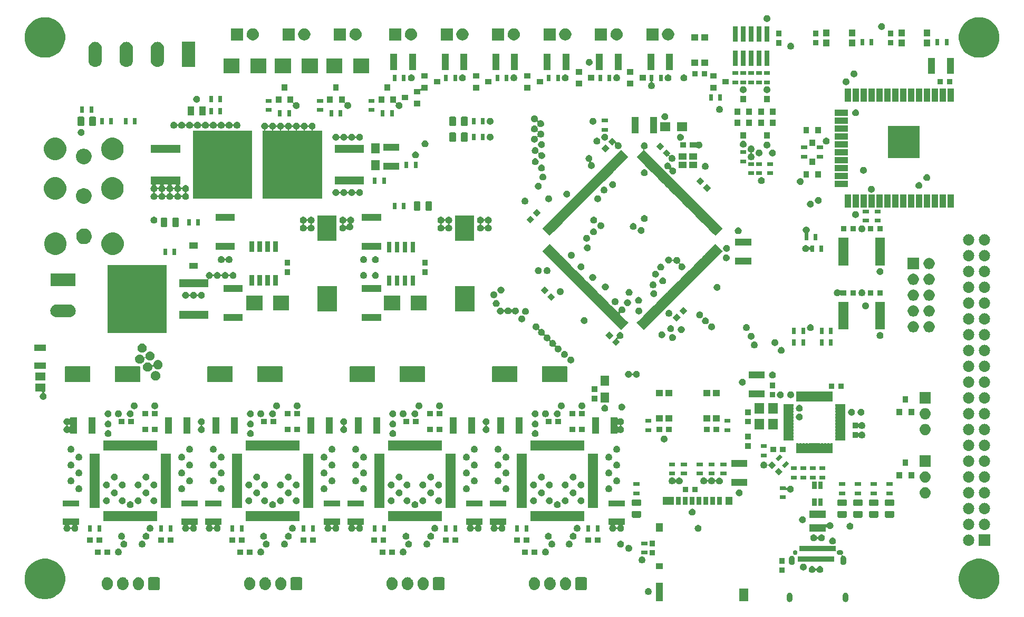
<source format=gbr>
G04 #@! TF.GenerationSoftware,KiCad,Pcbnew,(5.1.0)-1*
G04 #@! TF.CreationDate,2019-04-25T09:45:54+02:00*
G04 #@! TF.ProjectId,FHNW-Pro4E-FS19T8-3DPrinterBoard-STM32,46484e57-2d50-4726-9f34-452d46533139,rev?*
G04 #@! TF.SameCoordinates,Original*
G04 #@! TF.FileFunction,Soldermask,Top*
G04 #@! TF.FilePolarity,Negative*
%FSLAX46Y46*%
G04 Gerber Fmt 4.6, Leading zero omitted, Abs format (unit mm)*
G04 Created by KiCad (PCBNEW (5.1.0)-1) date 2019-04-25 09:45:54*
%MOMM*%
%LPD*%
G04 APERTURE LIST*
%ADD10C,0.100000*%
G04 APERTURE END LIST*
D10*
G36*
X205656409Y-113220525D02*
G01*
X205741425Y-113246314D01*
X205819774Y-113288193D01*
X205888449Y-113344552D01*
X205944807Y-113413225D01*
X205986686Y-113491574D01*
X206012475Y-113576590D01*
X206019000Y-113642842D01*
X206019000Y-114287158D01*
X206012475Y-114353410D01*
X205986686Y-114438426D01*
X205944807Y-114516775D01*
X205888449Y-114585449D01*
X205819775Y-114641807D01*
X205741426Y-114683686D01*
X205656410Y-114709475D01*
X205568000Y-114718182D01*
X205479591Y-114709475D01*
X205394575Y-114683686D01*
X205316226Y-114641807D01*
X205247552Y-114585449D01*
X205191195Y-114516776D01*
X205149313Y-114438423D01*
X205123525Y-114353410D01*
X205117000Y-114287158D01*
X205117000Y-113642843D01*
X205123525Y-113576591D01*
X205149314Y-113491575D01*
X205191193Y-113413226D01*
X205247552Y-113344551D01*
X205316225Y-113288193D01*
X205394574Y-113246314D01*
X205479590Y-113220525D01*
X205568000Y-113211818D01*
X205656409Y-113220525D01*
X205656409Y-113220525D01*
G37*
G36*
X214636409Y-113220525D02*
G01*
X214721425Y-113246314D01*
X214799774Y-113288193D01*
X214868449Y-113344552D01*
X214924807Y-113413225D01*
X214966686Y-113491574D01*
X214992475Y-113576590D01*
X214999000Y-113642842D01*
X214999000Y-114287158D01*
X214992475Y-114353410D01*
X214966686Y-114438426D01*
X214924807Y-114516775D01*
X214868449Y-114585449D01*
X214799775Y-114641807D01*
X214721426Y-114683686D01*
X214636410Y-114709475D01*
X214548000Y-114718182D01*
X214459591Y-114709475D01*
X214374575Y-114683686D01*
X214296226Y-114641807D01*
X214227552Y-114585449D01*
X214171195Y-114516776D01*
X214129313Y-114438423D01*
X214103525Y-114353410D01*
X214097000Y-114287158D01*
X214097000Y-113642843D01*
X214103525Y-113576591D01*
X214129314Y-113491575D01*
X214171193Y-113413226D01*
X214227552Y-113344551D01*
X214296225Y-113288193D01*
X214374574Y-113246314D01*
X214459590Y-113220525D01*
X214548000Y-113211818D01*
X214636409Y-113220525D01*
X214636409Y-113220525D01*
G37*
G36*
X198892000Y-114548000D02*
G01*
X197490000Y-114548000D01*
X197490000Y-112546000D01*
X198892000Y-112546000D01*
X198892000Y-114548000D01*
X198892000Y-114548000D01*
G37*
G36*
X185242000Y-114548000D02*
G01*
X184140000Y-114548000D01*
X184140000Y-111646000D01*
X185242000Y-111646000D01*
X185242000Y-114548000D01*
X185242000Y-114548000D01*
G37*
G36*
X86634239Y-107811467D02*
G01*
X86948282Y-107873934D01*
X87539926Y-108119001D01*
X87812665Y-108301240D01*
X88072391Y-108474783D01*
X88525217Y-108927609D01*
X88540296Y-108950177D01*
X88880999Y-109460074D01*
X89117485Y-110031002D01*
X89126066Y-110051719D01*
X89251000Y-110679803D01*
X89251000Y-111320197D01*
X89197185Y-111590741D01*
X89126066Y-111948282D01*
X88880999Y-112539926D01*
X88660932Y-112869279D01*
X88525217Y-113072391D01*
X88072391Y-113525217D01*
X87966477Y-113595986D01*
X87539926Y-113880999D01*
X86948282Y-114126066D01*
X86634239Y-114188533D01*
X86320197Y-114251000D01*
X85679803Y-114251000D01*
X85365761Y-114188533D01*
X85051718Y-114126066D01*
X84460074Y-113880999D01*
X84033523Y-113595986D01*
X83927609Y-113525217D01*
X83474783Y-113072391D01*
X83339068Y-112869279D01*
X83119001Y-112539926D01*
X82873934Y-111948282D01*
X82802815Y-111590741D01*
X82749000Y-111320197D01*
X82749000Y-110679803D01*
X82873934Y-110051719D01*
X82882515Y-110031002D01*
X83119001Y-109460074D01*
X83459704Y-108950177D01*
X83474783Y-108927609D01*
X83927609Y-108474783D01*
X84187335Y-108301240D01*
X84460074Y-108119001D01*
X85051718Y-107873934D01*
X85365761Y-107811467D01*
X85679803Y-107749000D01*
X86320197Y-107749000D01*
X86634239Y-107811467D01*
X86634239Y-107811467D01*
G37*
G36*
X236634239Y-107811467D02*
G01*
X236948282Y-107873934D01*
X237539926Y-108119001D01*
X237812665Y-108301240D01*
X238072391Y-108474783D01*
X238525217Y-108927609D01*
X238540296Y-108950177D01*
X238880999Y-109460074D01*
X239117485Y-110031002D01*
X239126066Y-110051719D01*
X239251000Y-110679803D01*
X239251000Y-111320197D01*
X239197185Y-111590741D01*
X239126066Y-111948282D01*
X238880999Y-112539926D01*
X238660932Y-112869279D01*
X238525217Y-113072391D01*
X238072391Y-113525217D01*
X237966477Y-113595986D01*
X237539926Y-113880999D01*
X236948282Y-114126066D01*
X236634239Y-114188533D01*
X236320197Y-114251000D01*
X235679803Y-114251000D01*
X235365761Y-114188533D01*
X235051718Y-114126066D01*
X234460074Y-113880999D01*
X234033523Y-113595986D01*
X233927609Y-113525217D01*
X233474783Y-113072391D01*
X233339068Y-112869279D01*
X233119001Y-112539926D01*
X232873934Y-111948282D01*
X232802815Y-111590741D01*
X232749000Y-111320197D01*
X232749000Y-110679803D01*
X232873934Y-110051719D01*
X232882515Y-110031002D01*
X233119001Y-109460074D01*
X233459704Y-108950177D01*
X233474783Y-108927609D01*
X233927609Y-108474783D01*
X234187335Y-108301240D01*
X234460074Y-108119001D01*
X235051718Y-107873934D01*
X235365761Y-107811467D01*
X235679803Y-107749000D01*
X236320197Y-107749000D01*
X236634239Y-107811467D01*
X236634239Y-107811467D01*
G37*
G36*
X183040721Y-112500174D02*
G01*
X183140995Y-112541709D01*
X183185812Y-112571655D01*
X183231242Y-112602010D01*
X183307990Y-112678758D01*
X183307991Y-112678760D01*
X183368291Y-112769005D01*
X183409826Y-112869279D01*
X183431000Y-112975730D01*
X183431000Y-113084270D01*
X183409826Y-113190721D01*
X183368291Y-113290995D01*
X183368290Y-113290996D01*
X183307990Y-113381242D01*
X183231242Y-113457990D01*
X183185812Y-113488345D01*
X183140995Y-113518291D01*
X183040721Y-113559826D01*
X182934270Y-113581000D01*
X182825730Y-113581000D01*
X182719279Y-113559826D01*
X182619005Y-113518291D01*
X182574188Y-113488345D01*
X182528758Y-113457990D01*
X182452010Y-113381242D01*
X182391710Y-113290996D01*
X182391709Y-113290995D01*
X182350174Y-113190721D01*
X182329000Y-113084270D01*
X182329000Y-112975730D01*
X182350174Y-112869279D01*
X182391709Y-112769005D01*
X182452009Y-112678760D01*
X182452010Y-112678758D01*
X182528758Y-112602010D01*
X182574188Y-112571655D01*
X182619005Y-112541709D01*
X182719279Y-112500174D01*
X182825730Y-112479000D01*
X182934270Y-112479000D01*
X183040721Y-112500174D01*
X183040721Y-112500174D01*
G37*
G36*
X169761627Y-110747037D02*
G01*
X169931466Y-110798557D01*
X170087991Y-110882222D01*
X170123729Y-110911552D01*
X170225186Y-110994814D01*
X170308448Y-111096271D01*
X170337778Y-111132009D01*
X170421443Y-111288534D01*
X170472963Y-111458374D01*
X170472963Y-111458376D01*
X170486000Y-111590741D01*
X170486000Y-111929260D01*
X170484126Y-111948282D01*
X170472963Y-112061627D01*
X170421443Y-112231466D01*
X170337778Y-112387991D01*
X170308448Y-112423729D01*
X170225186Y-112525186D01*
X170087989Y-112637779D01*
X169931467Y-112721442D01*
X169931465Y-112721443D01*
X169761626Y-112772963D01*
X169585000Y-112790359D01*
X169408373Y-112772963D01*
X169238534Y-112721443D01*
X169082009Y-112637778D01*
X169038426Y-112602010D01*
X168944814Y-112525186D01*
X168832221Y-112387989D01*
X168748558Y-112231467D01*
X168748557Y-112231465D01*
X168697037Y-112061626D01*
X168684000Y-111929257D01*
X168684000Y-111590742D01*
X168697037Y-111458373D01*
X168748557Y-111288534D01*
X168832222Y-111132009D01*
X168944815Y-110994815D01*
X169082010Y-110882222D01*
X169238535Y-110798557D01*
X169408374Y-110747037D01*
X169585000Y-110729641D01*
X169761627Y-110747037D01*
X169761627Y-110747037D01*
G37*
G36*
X141901627Y-110747037D02*
G01*
X142071466Y-110798557D01*
X142227991Y-110882222D01*
X142263729Y-110911552D01*
X142365186Y-110994814D01*
X142448448Y-111096271D01*
X142477778Y-111132009D01*
X142561443Y-111288534D01*
X142612963Y-111458374D01*
X142612963Y-111458376D01*
X142626000Y-111590741D01*
X142626000Y-111929260D01*
X142624126Y-111948282D01*
X142612963Y-112061627D01*
X142561443Y-112231466D01*
X142477778Y-112387991D01*
X142448448Y-112423729D01*
X142365186Y-112525186D01*
X142227989Y-112637779D01*
X142071467Y-112721442D01*
X142071465Y-112721443D01*
X141901626Y-112772963D01*
X141725000Y-112790359D01*
X141548373Y-112772963D01*
X141378534Y-112721443D01*
X141222009Y-112637778D01*
X141178426Y-112602010D01*
X141084814Y-112525186D01*
X140972221Y-112387989D01*
X140888558Y-112231467D01*
X140888557Y-112231465D01*
X140837037Y-112061626D01*
X140824000Y-111929257D01*
X140824000Y-111590742D01*
X140837037Y-111458373D01*
X140888557Y-111288534D01*
X140972222Y-111132009D01*
X141084815Y-110994815D01*
X141222010Y-110882222D01*
X141378535Y-110798557D01*
X141548374Y-110747037D01*
X141725000Y-110729641D01*
X141901627Y-110747037D01*
X141901627Y-110747037D01*
G37*
G36*
X144401627Y-110747037D02*
G01*
X144571466Y-110798557D01*
X144727991Y-110882222D01*
X144763729Y-110911552D01*
X144865186Y-110994814D01*
X144948448Y-111096271D01*
X144977778Y-111132009D01*
X145061443Y-111288534D01*
X145112963Y-111458374D01*
X145112963Y-111458376D01*
X145126000Y-111590741D01*
X145126000Y-111929260D01*
X145124126Y-111948282D01*
X145112963Y-112061627D01*
X145061443Y-112231466D01*
X144977778Y-112387991D01*
X144948448Y-112423729D01*
X144865186Y-112525186D01*
X144727989Y-112637779D01*
X144571467Y-112721442D01*
X144571465Y-112721443D01*
X144401626Y-112772963D01*
X144225000Y-112790359D01*
X144048373Y-112772963D01*
X143878534Y-112721443D01*
X143722009Y-112637778D01*
X143678426Y-112602010D01*
X143584814Y-112525186D01*
X143472221Y-112387989D01*
X143388558Y-112231467D01*
X143388557Y-112231465D01*
X143337037Y-112061626D01*
X143324000Y-111929257D01*
X143324000Y-111590742D01*
X143337037Y-111458373D01*
X143388557Y-111288534D01*
X143472222Y-111132009D01*
X143584815Y-110994815D01*
X143722010Y-110882222D01*
X143878535Y-110798557D01*
X144048374Y-110747037D01*
X144225000Y-110729641D01*
X144401627Y-110747037D01*
X144401627Y-110747037D01*
G37*
G36*
X146901627Y-110747037D02*
G01*
X147071466Y-110798557D01*
X147227991Y-110882222D01*
X147263729Y-110911552D01*
X147365186Y-110994814D01*
X147448448Y-111096271D01*
X147477778Y-111132009D01*
X147561443Y-111288534D01*
X147612963Y-111458374D01*
X147612963Y-111458376D01*
X147626000Y-111590741D01*
X147626000Y-111929260D01*
X147624126Y-111948282D01*
X147612963Y-112061627D01*
X147561443Y-112231466D01*
X147477778Y-112387991D01*
X147448448Y-112423729D01*
X147365186Y-112525186D01*
X147227989Y-112637779D01*
X147071467Y-112721442D01*
X147071465Y-112721443D01*
X146901626Y-112772963D01*
X146725000Y-112790359D01*
X146548373Y-112772963D01*
X146378534Y-112721443D01*
X146222009Y-112637778D01*
X146178426Y-112602010D01*
X146084814Y-112525186D01*
X145972221Y-112387989D01*
X145888558Y-112231467D01*
X145888557Y-112231465D01*
X145837037Y-112061626D01*
X145824000Y-111929257D01*
X145824000Y-111590742D01*
X145837037Y-111458373D01*
X145888557Y-111288534D01*
X145972222Y-111132009D01*
X146084815Y-110994815D01*
X146222010Y-110882222D01*
X146378535Y-110798557D01*
X146548374Y-110747037D01*
X146725000Y-110729641D01*
X146901627Y-110747037D01*
X146901627Y-110747037D01*
G37*
G36*
X167261627Y-110747037D02*
G01*
X167431466Y-110798557D01*
X167587991Y-110882222D01*
X167623729Y-110911552D01*
X167725186Y-110994814D01*
X167808448Y-111096271D01*
X167837778Y-111132009D01*
X167921443Y-111288534D01*
X167972963Y-111458374D01*
X167972963Y-111458376D01*
X167986000Y-111590741D01*
X167986000Y-111929260D01*
X167984126Y-111948282D01*
X167972963Y-112061627D01*
X167921443Y-112231466D01*
X167837778Y-112387991D01*
X167808448Y-112423729D01*
X167725186Y-112525186D01*
X167587989Y-112637779D01*
X167431467Y-112721442D01*
X167431465Y-112721443D01*
X167261626Y-112772963D01*
X167085000Y-112790359D01*
X166908373Y-112772963D01*
X166738534Y-112721443D01*
X166582009Y-112637778D01*
X166538426Y-112602010D01*
X166444814Y-112525186D01*
X166332221Y-112387989D01*
X166248558Y-112231467D01*
X166248557Y-112231465D01*
X166197037Y-112061626D01*
X166184000Y-111929257D01*
X166184000Y-111590742D01*
X166197037Y-111458373D01*
X166248557Y-111288534D01*
X166332222Y-111132009D01*
X166444815Y-110994815D01*
X166582010Y-110882222D01*
X166738535Y-110798557D01*
X166908374Y-110747037D01*
X167085000Y-110729641D01*
X167261627Y-110747037D01*
X167261627Y-110747037D01*
G37*
G36*
X164761627Y-110747037D02*
G01*
X164931466Y-110798557D01*
X165087991Y-110882222D01*
X165123729Y-110911552D01*
X165225186Y-110994814D01*
X165308448Y-111096271D01*
X165337778Y-111132009D01*
X165421443Y-111288534D01*
X165472963Y-111458374D01*
X165472963Y-111458376D01*
X165486000Y-111590741D01*
X165486000Y-111929260D01*
X165484126Y-111948282D01*
X165472963Y-112061627D01*
X165421443Y-112231466D01*
X165337778Y-112387991D01*
X165308448Y-112423729D01*
X165225186Y-112525186D01*
X165087989Y-112637779D01*
X164931467Y-112721442D01*
X164931465Y-112721443D01*
X164761626Y-112772963D01*
X164585000Y-112790359D01*
X164408373Y-112772963D01*
X164238534Y-112721443D01*
X164082009Y-112637778D01*
X164038426Y-112602010D01*
X163944814Y-112525186D01*
X163832221Y-112387989D01*
X163748558Y-112231467D01*
X163748557Y-112231465D01*
X163697037Y-112061626D01*
X163684000Y-111929257D01*
X163684000Y-111590742D01*
X163697037Y-111458373D01*
X163748557Y-111288534D01*
X163832222Y-111132009D01*
X163944815Y-110994815D01*
X164082010Y-110882222D01*
X164238535Y-110798557D01*
X164408374Y-110747037D01*
X164585000Y-110729641D01*
X164761627Y-110747037D01*
X164761627Y-110747037D01*
G37*
G36*
X121541627Y-110747037D02*
G01*
X121711466Y-110798557D01*
X121867991Y-110882222D01*
X121903729Y-110911552D01*
X122005186Y-110994814D01*
X122088448Y-111096271D01*
X122117778Y-111132009D01*
X122201443Y-111288534D01*
X122252963Y-111458374D01*
X122252963Y-111458376D01*
X122266000Y-111590741D01*
X122266000Y-111929260D01*
X122264126Y-111948282D01*
X122252963Y-112061627D01*
X122201443Y-112231466D01*
X122117778Y-112387991D01*
X122088448Y-112423729D01*
X122005186Y-112525186D01*
X121867989Y-112637779D01*
X121711467Y-112721442D01*
X121711465Y-112721443D01*
X121541626Y-112772963D01*
X121365000Y-112790359D01*
X121188373Y-112772963D01*
X121018534Y-112721443D01*
X120862009Y-112637778D01*
X120818426Y-112602010D01*
X120724814Y-112525186D01*
X120612221Y-112387989D01*
X120528558Y-112231467D01*
X120528557Y-112231465D01*
X120477037Y-112061626D01*
X120464000Y-111929257D01*
X120464000Y-111590742D01*
X120477037Y-111458373D01*
X120528557Y-111288534D01*
X120612222Y-111132009D01*
X120724815Y-110994815D01*
X120862010Y-110882222D01*
X121018535Y-110798557D01*
X121188374Y-110747037D01*
X121365000Y-110729641D01*
X121541627Y-110747037D01*
X121541627Y-110747037D01*
G37*
G36*
X98681627Y-110747037D02*
G01*
X98851466Y-110798557D01*
X99007991Y-110882222D01*
X99043729Y-110911552D01*
X99145186Y-110994814D01*
X99228448Y-111096271D01*
X99257778Y-111132009D01*
X99341443Y-111288534D01*
X99392963Y-111458374D01*
X99392963Y-111458376D01*
X99406000Y-111590741D01*
X99406000Y-111929260D01*
X99404126Y-111948282D01*
X99392963Y-112061627D01*
X99341443Y-112231466D01*
X99257778Y-112387991D01*
X99228448Y-112423729D01*
X99145186Y-112525186D01*
X99007989Y-112637779D01*
X98851467Y-112721442D01*
X98851465Y-112721443D01*
X98681626Y-112772963D01*
X98505000Y-112790359D01*
X98328373Y-112772963D01*
X98158534Y-112721443D01*
X98002009Y-112637778D01*
X97958426Y-112602010D01*
X97864814Y-112525186D01*
X97752221Y-112387989D01*
X97668558Y-112231467D01*
X97668557Y-112231465D01*
X97617037Y-112061626D01*
X97604000Y-111929257D01*
X97604000Y-111590742D01*
X97617037Y-111458373D01*
X97668557Y-111288534D01*
X97752222Y-111132009D01*
X97864815Y-110994815D01*
X98002010Y-110882222D01*
X98158535Y-110798557D01*
X98328374Y-110747037D01*
X98505000Y-110729641D01*
X98681627Y-110747037D01*
X98681627Y-110747037D01*
G37*
G36*
X124041627Y-110747037D02*
G01*
X124211466Y-110798557D01*
X124367991Y-110882222D01*
X124403729Y-110911552D01*
X124505186Y-110994814D01*
X124588448Y-111096271D01*
X124617778Y-111132009D01*
X124701443Y-111288534D01*
X124752963Y-111458374D01*
X124752963Y-111458376D01*
X124766000Y-111590741D01*
X124766000Y-111929260D01*
X124764126Y-111948282D01*
X124752963Y-112061627D01*
X124701443Y-112231466D01*
X124617778Y-112387991D01*
X124588448Y-112423729D01*
X124505186Y-112525186D01*
X124367989Y-112637779D01*
X124211467Y-112721442D01*
X124211465Y-112721443D01*
X124041626Y-112772963D01*
X123865000Y-112790359D01*
X123688373Y-112772963D01*
X123518534Y-112721443D01*
X123362009Y-112637778D01*
X123318426Y-112602010D01*
X123224814Y-112525186D01*
X123112221Y-112387989D01*
X123028558Y-112231467D01*
X123028557Y-112231465D01*
X122977037Y-112061626D01*
X122964000Y-111929257D01*
X122964000Y-111590742D01*
X122977037Y-111458373D01*
X123028557Y-111288534D01*
X123112222Y-111132009D01*
X123224815Y-110994815D01*
X123362010Y-110882222D01*
X123518535Y-110798557D01*
X123688374Y-110747037D01*
X123865000Y-110729641D01*
X124041627Y-110747037D01*
X124041627Y-110747037D01*
G37*
G36*
X101181627Y-110747037D02*
G01*
X101351466Y-110798557D01*
X101507991Y-110882222D01*
X101543729Y-110911552D01*
X101645186Y-110994814D01*
X101728448Y-111096271D01*
X101757778Y-111132009D01*
X101841443Y-111288534D01*
X101892963Y-111458374D01*
X101892963Y-111458376D01*
X101906000Y-111590741D01*
X101906000Y-111929260D01*
X101904126Y-111948282D01*
X101892963Y-112061627D01*
X101841443Y-112231466D01*
X101757778Y-112387991D01*
X101728448Y-112423729D01*
X101645186Y-112525186D01*
X101507989Y-112637779D01*
X101351467Y-112721442D01*
X101351465Y-112721443D01*
X101181626Y-112772963D01*
X101005000Y-112790359D01*
X100828373Y-112772963D01*
X100658534Y-112721443D01*
X100502009Y-112637778D01*
X100458426Y-112602010D01*
X100364814Y-112525186D01*
X100252221Y-112387989D01*
X100168558Y-112231467D01*
X100168557Y-112231465D01*
X100117037Y-112061626D01*
X100104000Y-111929257D01*
X100104000Y-111590742D01*
X100117037Y-111458373D01*
X100168557Y-111288534D01*
X100252222Y-111132009D01*
X100364815Y-110994815D01*
X100502010Y-110882222D01*
X100658535Y-110798557D01*
X100828374Y-110747037D01*
X101005000Y-110729641D01*
X101181627Y-110747037D01*
X101181627Y-110747037D01*
G37*
G36*
X119041627Y-110747037D02*
G01*
X119211466Y-110798557D01*
X119367991Y-110882222D01*
X119403729Y-110911552D01*
X119505186Y-110994814D01*
X119588448Y-111096271D01*
X119617778Y-111132009D01*
X119701443Y-111288534D01*
X119752963Y-111458374D01*
X119752963Y-111458376D01*
X119766000Y-111590741D01*
X119766000Y-111929260D01*
X119764126Y-111948282D01*
X119752963Y-112061627D01*
X119701443Y-112231466D01*
X119617778Y-112387991D01*
X119588448Y-112423729D01*
X119505186Y-112525186D01*
X119367989Y-112637779D01*
X119211467Y-112721442D01*
X119211465Y-112721443D01*
X119041626Y-112772963D01*
X118865000Y-112790359D01*
X118688373Y-112772963D01*
X118518534Y-112721443D01*
X118362009Y-112637778D01*
X118318426Y-112602010D01*
X118224814Y-112525186D01*
X118112221Y-112387989D01*
X118028558Y-112231467D01*
X118028557Y-112231465D01*
X117977037Y-112061626D01*
X117964000Y-111929257D01*
X117964000Y-111590742D01*
X117977037Y-111458373D01*
X118028557Y-111288534D01*
X118112222Y-111132009D01*
X118224815Y-110994815D01*
X118362010Y-110882222D01*
X118518535Y-110798557D01*
X118688374Y-110747037D01*
X118865000Y-110729641D01*
X119041627Y-110747037D01*
X119041627Y-110747037D01*
G37*
G36*
X96181627Y-110747037D02*
G01*
X96351466Y-110798557D01*
X96507991Y-110882222D01*
X96543729Y-110911552D01*
X96645186Y-110994814D01*
X96728448Y-111096271D01*
X96757778Y-111132009D01*
X96841443Y-111288534D01*
X96892963Y-111458374D01*
X96892963Y-111458376D01*
X96906000Y-111590741D01*
X96906000Y-111929260D01*
X96904126Y-111948282D01*
X96892963Y-112061627D01*
X96841443Y-112231466D01*
X96757778Y-112387991D01*
X96728448Y-112423729D01*
X96645186Y-112525186D01*
X96507989Y-112637779D01*
X96351467Y-112721442D01*
X96351465Y-112721443D01*
X96181626Y-112772963D01*
X96005000Y-112790359D01*
X95828373Y-112772963D01*
X95658534Y-112721443D01*
X95502009Y-112637778D01*
X95458426Y-112602010D01*
X95364814Y-112525186D01*
X95252221Y-112387989D01*
X95168558Y-112231467D01*
X95168557Y-112231465D01*
X95117037Y-112061626D01*
X95104000Y-111929257D01*
X95104000Y-111590742D01*
X95117037Y-111458373D01*
X95168557Y-111288534D01*
X95252222Y-111132009D01*
X95364815Y-110994815D01*
X95502010Y-110882222D01*
X95658535Y-110798557D01*
X95828374Y-110747037D01*
X96005000Y-110729641D01*
X96181627Y-110747037D01*
X96181627Y-110747037D01*
G37*
G36*
X172843600Y-110737989D02*
G01*
X172876652Y-110748015D01*
X172907103Y-110764292D01*
X172933799Y-110786201D01*
X172955708Y-110812897D01*
X172971985Y-110843348D01*
X172982011Y-110876400D01*
X172986000Y-110916903D01*
X172986000Y-112603097D01*
X172982011Y-112643600D01*
X172971985Y-112676652D01*
X172955708Y-112707103D01*
X172933799Y-112733799D01*
X172907103Y-112755708D01*
X172876652Y-112771985D01*
X172843600Y-112782011D01*
X172803097Y-112786000D01*
X171366903Y-112786000D01*
X171326400Y-112782011D01*
X171293348Y-112771985D01*
X171262897Y-112755708D01*
X171236201Y-112733799D01*
X171214292Y-112707103D01*
X171198015Y-112676652D01*
X171187989Y-112643600D01*
X171184000Y-112603097D01*
X171184000Y-110916903D01*
X171187989Y-110876400D01*
X171198015Y-110843348D01*
X171214292Y-110812897D01*
X171236201Y-110786201D01*
X171262897Y-110764292D01*
X171293348Y-110748015D01*
X171326400Y-110737989D01*
X171366903Y-110734000D01*
X172803097Y-110734000D01*
X172843600Y-110737989D01*
X172843600Y-110737989D01*
G37*
G36*
X149983600Y-110737989D02*
G01*
X150016652Y-110748015D01*
X150047103Y-110764292D01*
X150073799Y-110786201D01*
X150095708Y-110812897D01*
X150111985Y-110843348D01*
X150122011Y-110876400D01*
X150126000Y-110916903D01*
X150126000Y-112603097D01*
X150122011Y-112643600D01*
X150111985Y-112676652D01*
X150095708Y-112707103D01*
X150073799Y-112733799D01*
X150047103Y-112755708D01*
X150016652Y-112771985D01*
X149983600Y-112782011D01*
X149943097Y-112786000D01*
X148506903Y-112786000D01*
X148466400Y-112782011D01*
X148433348Y-112771985D01*
X148402897Y-112755708D01*
X148376201Y-112733799D01*
X148354292Y-112707103D01*
X148338015Y-112676652D01*
X148327989Y-112643600D01*
X148324000Y-112603097D01*
X148324000Y-110916903D01*
X148327989Y-110876400D01*
X148338015Y-110843348D01*
X148354292Y-110812897D01*
X148376201Y-110786201D01*
X148402897Y-110764292D01*
X148433348Y-110748015D01*
X148466400Y-110737989D01*
X148506903Y-110734000D01*
X149943097Y-110734000D01*
X149983600Y-110737989D01*
X149983600Y-110737989D01*
G37*
G36*
X127123600Y-110737989D02*
G01*
X127156652Y-110748015D01*
X127187103Y-110764292D01*
X127213799Y-110786201D01*
X127235708Y-110812897D01*
X127251985Y-110843348D01*
X127262011Y-110876400D01*
X127266000Y-110916903D01*
X127266000Y-112603097D01*
X127262011Y-112643600D01*
X127251985Y-112676652D01*
X127235708Y-112707103D01*
X127213799Y-112733799D01*
X127187103Y-112755708D01*
X127156652Y-112771985D01*
X127123600Y-112782011D01*
X127083097Y-112786000D01*
X125646903Y-112786000D01*
X125606400Y-112782011D01*
X125573348Y-112771985D01*
X125542897Y-112755708D01*
X125516201Y-112733799D01*
X125494292Y-112707103D01*
X125478015Y-112676652D01*
X125467989Y-112643600D01*
X125464000Y-112603097D01*
X125464000Y-110916903D01*
X125467989Y-110876400D01*
X125478015Y-110843348D01*
X125494292Y-110812897D01*
X125516201Y-110786201D01*
X125542897Y-110764292D01*
X125573348Y-110748015D01*
X125606400Y-110737989D01*
X125646903Y-110734000D01*
X127083097Y-110734000D01*
X127123600Y-110737989D01*
X127123600Y-110737989D01*
G37*
G36*
X104263600Y-110737989D02*
G01*
X104296652Y-110748015D01*
X104327103Y-110764292D01*
X104353799Y-110786201D01*
X104375708Y-110812897D01*
X104391985Y-110843348D01*
X104402011Y-110876400D01*
X104406000Y-110916903D01*
X104406000Y-112603097D01*
X104402011Y-112643600D01*
X104391985Y-112676652D01*
X104375708Y-112707103D01*
X104353799Y-112733799D01*
X104327103Y-112755708D01*
X104296652Y-112771985D01*
X104263600Y-112782011D01*
X104223097Y-112786000D01*
X102786903Y-112786000D01*
X102746400Y-112782011D01*
X102713348Y-112771985D01*
X102682897Y-112755708D01*
X102656201Y-112733799D01*
X102634292Y-112707103D01*
X102618015Y-112676652D01*
X102607989Y-112643600D01*
X102604000Y-112603097D01*
X102604000Y-110916903D01*
X102607989Y-110876400D01*
X102618015Y-110843348D01*
X102634292Y-110812897D01*
X102656201Y-110786201D01*
X102682897Y-110764292D01*
X102713348Y-110748015D01*
X102746400Y-110737989D01*
X102786903Y-110734000D01*
X104223097Y-110734000D01*
X104263600Y-110737989D01*
X104263600Y-110737989D01*
G37*
G36*
X204769000Y-110040000D02*
G01*
X203917000Y-110040000D01*
X203917000Y-109138000D01*
X204769000Y-109138000D01*
X204769000Y-110040000D01*
X204769000Y-110040000D01*
G37*
G36*
X209343721Y-108950176D02*
G01*
X209443995Y-108991711D01*
X209443996Y-108991712D01*
X209534242Y-109052012D01*
X209610990Y-109128760D01*
X209610991Y-109128762D01*
X209671291Y-109219007D01*
X209692516Y-109270249D01*
X209704067Y-109291859D01*
X209719612Y-109310801D01*
X209738554Y-109326347D01*
X209760165Y-109337898D01*
X209783614Y-109345011D01*
X209808000Y-109347413D01*
X209832386Y-109345011D01*
X209855835Y-109337898D01*
X209877445Y-109326347D01*
X209896387Y-109310802D01*
X209911933Y-109291860D01*
X209923484Y-109270249D01*
X209944709Y-109219007D01*
X210005009Y-109128762D01*
X210005010Y-109128760D01*
X210081758Y-109052012D01*
X210172004Y-108991712D01*
X210172005Y-108991711D01*
X210272279Y-108950176D01*
X210378730Y-108929002D01*
X210487270Y-108929002D01*
X210593721Y-108950176D01*
X210693995Y-108991711D01*
X210693996Y-108991712D01*
X210784242Y-109052012D01*
X210860990Y-109128760D01*
X210860991Y-109128762D01*
X210921291Y-109219007D01*
X210962826Y-109319281D01*
X210984000Y-109425732D01*
X210984000Y-109534272D01*
X210962826Y-109640723D01*
X210921291Y-109740997D01*
X210921290Y-109740998D01*
X210860990Y-109831244D01*
X210784242Y-109907992D01*
X210738812Y-109938347D01*
X210693995Y-109968293D01*
X210593721Y-110009828D01*
X210487270Y-110031002D01*
X210378730Y-110031002D01*
X210272279Y-110009828D01*
X210172005Y-109968293D01*
X210127188Y-109938347D01*
X210081758Y-109907992D01*
X210005010Y-109831244D01*
X209944710Y-109740998D01*
X209944709Y-109740997D01*
X209923484Y-109689755D01*
X209911933Y-109668145D01*
X209896388Y-109649203D01*
X209877446Y-109633657D01*
X209855835Y-109622106D01*
X209832386Y-109614993D01*
X209808000Y-109612591D01*
X209783614Y-109614993D01*
X209760165Y-109622106D01*
X209738555Y-109633657D01*
X209719613Y-109649202D01*
X209704067Y-109668144D01*
X209692516Y-109689755D01*
X209671291Y-109740997D01*
X209671290Y-109740998D01*
X209610990Y-109831244D01*
X209534242Y-109907992D01*
X209488812Y-109938347D01*
X209443995Y-109968293D01*
X209343721Y-110009828D01*
X209237270Y-110031002D01*
X209128730Y-110031002D01*
X209022279Y-110009828D01*
X208922005Y-109968293D01*
X208877188Y-109938347D01*
X208831758Y-109907992D01*
X208755010Y-109831244D01*
X208694710Y-109740998D01*
X208694709Y-109740997D01*
X208653174Y-109640723D01*
X208632000Y-109534272D01*
X208632000Y-109425732D01*
X208653174Y-109319281D01*
X208694709Y-109219007D01*
X208755009Y-109128762D01*
X208755010Y-109128760D01*
X208831758Y-109052012D01*
X208922004Y-108991712D01*
X208922005Y-108991711D01*
X209022279Y-108950176D01*
X209128730Y-108929002D01*
X209237270Y-108929002D01*
X209343721Y-108950176D01*
X209343721Y-108950176D01*
G37*
G36*
X207932721Y-108563174D02*
G01*
X208032995Y-108604709D01*
X208032996Y-108604710D01*
X208123242Y-108665010D01*
X208199990Y-108741758D01*
X208199991Y-108741760D01*
X208260291Y-108832005D01*
X208301826Y-108932279D01*
X208323000Y-109038730D01*
X208323000Y-109147270D01*
X208301826Y-109253721D01*
X208260291Y-109353995D01*
X208260290Y-109353996D01*
X208199990Y-109444242D01*
X208123242Y-109520990D01*
X208103365Y-109534271D01*
X208032995Y-109581291D01*
X207932721Y-109622826D01*
X207826270Y-109644000D01*
X207717730Y-109644000D01*
X207611279Y-109622826D01*
X207511005Y-109581291D01*
X207440635Y-109534271D01*
X207420758Y-109520990D01*
X207344010Y-109444242D01*
X207283710Y-109353996D01*
X207283709Y-109353995D01*
X207242174Y-109253721D01*
X207221000Y-109147270D01*
X207221000Y-109038730D01*
X207242174Y-108932279D01*
X207283709Y-108832005D01*
X207344009Y-108741760D01*
X207344010Y-108741758D01*
X207420758Y-108665010D01*
X207511004Y-108604710D01*
X207511005Y-108604709D01*
X207611279Y-108563174D01*
X207717730Y-108542000D01*
X207826270Y-108542000D01*
X207932721Y-108563174D01*
X207932721Y-108563174D01*
G37*
G36*
X185242000Y-109398000D02*
G01*
X184140000Y-109398000D01*
X184140000Y-108496000D01*
X185242000Y-108496000D01*
X185242000Y-109398000D01*
X185242000Y-109398000D01*
G37*
G36*
X206016409Y-107270525D02*
G01*
X206101425Y-107296314D01*
X206179774Y-107338193D01*
X206248449Y-107394552D01*
X206304807Y-107463225D01*
X206346686Y-107541574D01*
X206372475Y-107626590D01*
X206379000Y-107692842D01*
X206379000Y-108337158D01*
X206372475Y-108403410D01*
X206346686Y-108488426D01*
X206304807Y-108566775D01*
X206248449Y-108635449D01*
X206179775Y-108691807D01*
X206101426Y-108733686D01*
X206016410Y-108759475D01*
X205928000Y-108768182D01*
X205839591Y-108759475D01*
X205754575Y-108733686D01*
X205676226Y-108691807D01*
X205607552Y-108635449D01*
X205551195Y-108566776D01*
X205509313Y-108488423D01*
X205483525Y-108403410D01*
X205477000Y-108337158D01*
X205477000Y-107692843D01*
X205483525Y-107626591D01*
X205509314Y-107541575D01*
X205551193Y-107463226D01*
X205607552Y-107394551D01*
X205676225Y-107338193D01*
X205754574Y-107296314D01*
X205839590Y-107270525D01*
X205928000Y-107261818D01*
X206016409Y-107270525D01*
X206016409Y-107270525D01*
G37*
G36*
X213881710Y-106394440D02*
G01*
X213952585Y-106415940D01*
X214017904Y-106450854D01*
X214075159Y-106497841D01*
X214122146Y-106555096D01*
X214157060Y-106620415D01*
X214178560Y-106691290D01*
X214185819Y-106765000D01*
X214178560Y-106838710D01*
X214157060Y-106909585D01*
X214122146Y-106974904D01*
X214075159Y-107032158D01*
X214060297Y-107044355D01*
X214042970Y-107061682D01*
X214029356Y-107082056D01*
X214019979Y-107104695D01*
X214015198Y-107128728D01*
X214015198Y-107153232D01*
X214019978Y-107177265D01*
X214029355Y-107199904D01*
X214042969Y-107220279D01*
X214060296Y-107237606D01*
X214080670Y-107251220D01*
X214103309Y-107260597D01*
X214127342Y-107265378D01*
X214151846Y-107265378D01*
X214187999Y-107261818D01*
X214188000Y-107261818D01*
X214196707Y-107262676D01*
X214276409Y-107270525D01*
X214361425Y-107296314D01*
X214439774Y-107338193D01*
X214508449Y-107394552D01*
X214564807Y-107463225D01*
X214606686Y-107541574D01*
X214632475Y-107626590D01*
X214639000Y-107692842D01*
X214639000Y-108337158D01*
X214632475Y-108403410D01*
X214606686Y-108488426D01*
X214564807Y-108566775D01*
X214508449Y-108635449D01*
X214439775Y-108691807D01*
X214361426Y-108733686D01*
X214276410Y-108759475D01*
X214188000Y-108768182D01*
X214099591Y-108759475D01*
X214014575Y-108733686D01*
X213936226Y-108691807D01*
X213867552Y-108635449D01*
X213811195Y-108566776D01*
X213769313Y-108488423D01*
X213743525Y-108403410D01*
X213737000Y-108337158D01*
X213737000Y-107692843D01*
X213743525Y-107626591D01*
X213769314Y-107541575D01*
X213811193Y-107463226D01*
X213867552Y-107394551D01*
X213906454Y-107362625D01*
X213923781Y-107345298D01*
X213937395Y-107324923D01*
X213946772Y-107302285D01*
X213951553Y-107278251D01*
X213951553Y-107253747D01*
X213946773Y-107229714D01*
X213937395Y-107207075D01*
X213923782Y-107186701D01*
X213906455Y-107169374D01*
X213886080Y-107155760D01*
X213863442Y-107146383D01*
X213839408Y-107141602D01*
X213827156Y-107141000D01*
X213489528Y-107141000D01*
X213434290Y-107135560D01*
X213363415Y-107114060D01*
X213298096Y-107079146D01*
X213240841Y-107032159D01*
X213193854Y-106974904D01*
X213158940Y-106909585D01*
X213137440Y-106838710D01*
X213130181Y-106765000D01*
X213137440Y-106691293D01*
X213144723Y-106667284D01*
X213149503Y-106643250D01*
X213149503Y-106618746D01*
X213144722Y-106594713D01*
X213135345Y-106572074D01*
X213123936Y-106555000D01*
X213133999Y-106555991D01*
X213158385Y-106553589D01*
X213181834Y-106546476D01*
X213203445Y-106534925D01*
X213222387Y-106519380D01*
X213230625Y-106510290D01*
X213240841Y-106497841D01*
X213298096Y-106450854D01*
X213363415Y-106415940D01*
X213434290Y-106394440D01*
X213489528Y-106389000D01*
X213826472Y-106389000D01*
X213881710Y-106394440D01*
X213881710Y-106394440D01*
G37*
G36*
X204769000Y-108540000D02*
G01*
X203917000Y-108540000D01*
X203917000Y-107638000D01*
X204769000Y-107638000D01*
X204769000Y-108540000D01*
X204769000Y-108540000D01*
G37*
G36*
X182024721Y-107420174D02*
G01*
X182124995Y-107461709D01*
X182169812Y-107491655D01*
X182215242Y-107522010D01*
X182291990Y-107598758D01*
X182310587Y-107626591D01*
X182352291Y-107689005D01*
X182393826Y-107789279D01*
X182415000Y-107895730D01*
X182415000Y-108004270D01*
X182393826Y-108110721D01*
X182352291Y-108210995D01*
X182352290Y-108210996D01*
X182291990Y-108301242D01*
X182215242Y-108377990D01*
X182169812Y-108408345D01*
X182124995Y-108438291D01*
X182024721Y-108479826D01*
X181918270Y-108501000D01*
X181809730Y-108501000D01*
X181703279Y-108479826D01*
X181603005Y-108438291D01*
X181558188Y-108408345D01*
X181512758Y-108377990D01*
X181436010Y-108301242D01*
X181375710Y-108210996D01*
X181375709Y-108210995D01*
X181334174Y-108110721D01*
X181313000Y-108004270D01*
X181313000Y-107895730D01*
X181334174Y-107789279D01*
X181375709Y-107689005D01*
X181417413Y-107626591D01*
X181436010Y-107598758D01*
X181512758Y-107522010D01*
X181558188Y-107491655D01*
X181603005Y-107461709D01*
X181703279Y-107420174D01*
X181809730Y-107399000D01*
X181918270Y-107399000D01*
X182024721Y-107420174D01*
X182024721Y-107420174D01*
G37*
G36*
X212759000Y-108206000D02*
G01*
X206857000Y-108206000D01*
X206857000Y-107404000D01*
X212759000Y-107404000D01*
X212759000Y-108206000D01*
X212759000Y-108206000D01*
G37*
G36*
X183941000Y-107246000D02*
G01*
X183089000Y-107246000D01*
X183089000Y-106344000D01*
X183941000Y-106344000D01*
X183941000Y-107246000D01*
X183941000Y-107246000D01*
G37*
G36*
X97950721Y-106150174D02*
G01*
X98050995Y-106191709D01*
X98050996Y-106191710D01*
X98141242Y-106252010D01*
X98217990Y-106328758D01*
X98226875Y-106342056D01*
X98278291Y-106419005D01*
X98319826Y-106519279D01*
X98341000Y-106625730D01*
X98341000Y-106734270D01*
X98319826Y-106840721D01*
X98278291Y-106940995D01*
X98278290Y-106940996D01*
X98217990Y-107031242D01*
X98141242Y-107107990D01*
X98113465Y-107126550D01*
X98050995Y-107168291D01*
X97950721Y-107209826D01*
X97844270Y-107231000D01*
X97735730Y-107231000D01*
X97629279Y-107209826D01*
X97529005Y-107168291D01*
X97466535Y-107126550D01*
X97438758Y-107107990D01*
X97362010Y-107031242D01*
X97301710Y-106940996D01*
X97301709Y-106940995D01*
X97260174Y-106840721D01*
X97239000Y-106734270D01*
X97239000Y-106625730D01*
X97260174Y-106519279D01*
X97301709Y-106419005D01*
X97353125Y-106342056D01*
X97362010Y-106328758D01*
X97438758Y-106252010D01*
X97529004Y-106191710D01*
X97529005Y-106191709D01*
X97629279Y-106150174D01*
X97735730Y-106129000D01*
X97844270Y-106129000D01*
X97950721Y-106150174D01*
X97950721Y-106150174D01*
G37*
G36*
X120810721Y-106150174D02*
G01*
X120910995Y-106191709D01*
X120910996Y-106191710D01*
X121001242Y-106252010D01*
X121077990Y-106328758D01*
X121086875Y-106342056D01*
X121138291Y-106419005D01*
X121179826Y-106519279D01*
X121201000Y-106625730D01*
X121201000Y-106734270D01*
X121179826Y-106840721D01*
X121138291Y-106940995D01*
X121138290Y-106940996D01*
X121077990Y-107031242D01*
X121001242Y-107107990D01*
X120973465Y-107126550D01*
X120910995Y-107168291D01*
X120810721Y-107209826D01*
X120704270Y-107231000D01*
X120595730Y-107231000D01*
X120489279Y-107209826D01*
X120389005Y-107168291D01*
X120326535Y-107126550D01*
X120298758Y-107107990D01*
X120222010Y-107031242D01*
X120161710Y-106940996D01*
X120161709Y-106940995D01*
X120120174Y-106840721D01*
X120099000Y-106734270D01*
X120099000Y-106625730D01*
X120120174Y-106519279D01*
X120161709Y-106419005D01*
X120213125Y-106342056D01*
X120222010Y-106328758D01*
X120298758Y-106252010D01*
X120389004Y-106191710D01*
X120389005Y-106191709D01*
X120489279Y-106150174D01*
X120595730Y-106129000D01*
X120704270Y-106129000D01*
X120810721Y-106150174D01*
X120810721Y-106150174D01*
G37*
G36*
X143670721Y-106150174D02*
G01*
X143770995Y-106191709D01*
X143770996Y-106191710D01*
X143861242Y-106252010D01*
X143937990Y-106328758D01*
X143946875Y-106342056D01*
X143998291Y-106419005D01*
X144039826Y-106519279D01*
X144061000Y-106625730D01*
X144061000Y-106734270D01*
X144039826Y-106840721D01*
X143998291Y-106940995D01*
X143998290Y-106940996D01*
X143937990Y-107031242D01*
X143861242Y-107107990D01*
X143833465Y-107126550D01*
X143770995Y-107168291D01*
X143670721Y-107209826D01*
X143564270Y-107231000D01*
X143455730Y-107231000D01*
X143349279Y-107209826D01*
X143249005Y-107168291D01*
X143186535Y-107126550D01*
X143158758Y-107107990D01*
X143082010Y-107031242D01*
X143021710Y-106940996D01*
X143021709Y-106940995D01*
X142980174Y-106840721D01*
X142959000Y-106734270D01*
X142959000Y-106625730D01*
X142980174Y-106519279D01*
X143021709Y-106419005D01*
X143073125Y-106342056D01*
X143082010Y-106328758D01*
X143158758Y-106252010D01*
X143249004Y-106191710D01*
X143249005Y-106191709D01*
X143349279Y-106150174D01*
X143455730Y-106129000D01*
X143564270Y-106129000D01*
X143670721Y-106150174D01*
X143670721Y-106150174D01*
G37*
G36*
X166530721Y-106150174D02*
G01*
X166630995Y-106191709D01*
X166630996Y-106191710D01*
X166721242Y-106252010D01*
X166797990Y-106328758D01*
X166806875Y-106342056D01*
X166858291Y-106419005D01*
X166899826Y-106519279D01*
X166921000Y-106625730D01*
X166921000Y-106734270D01*
X166899826Y-106840721D01*
X166858291Y-106940995D01*
X166858290Y-106940996D01*
X166797990Y-107031242D01*
X166721242Y-107107990D01*
X166693465Y-107126550D01*
X166630995Y-107168291D01*
X166530721Y-107209826D01*
X166424270Y-107231000D01*
X166315730Y-107231000D01*
X166209279Y-107209826D01*
X166109005Y-107168291D01*
X166046535Y-107126550D01*
X166018758Y-107107990D01*
X165942010Y-107031242D01*
X165881710Y-106940996D01*
X165881709Y-106940995D01*
X165840174Y-106840721D01*
X165819000Y-106734270D01*
X165819000Y-106625730D01*
X165840174Y-106519279D01*
X165881709Y-106419005D01*
X165933125Y-106342056D01*
X165942010Y-106328758D01*
X166018758Y-106252010D01*
X166109004Y-106191710D01*
X166109005Y-106191709D01*
X166209279Y-106150174D01*
X166315730Y-106129000D01*
X166424270Y-106129000D01*
X166530721Y-106150174D01*
X166530721Y-106150174D01*
G37*
G36*
X206567672Y-106403449D02*
G01*
X206567674Y-106403450D01*
X206567675Y-106403450D01*
X206636103Y-106431793D01*
X206697686Y-106472942D01*
X206750058Y-106525314D01*
X206791207Y-106586897D01*
X206819550Y-106655325D01*
X206819551Y-106655328D01*
X206834000Y-106727966D01*
X206834000Y-106802034D01*
X206826705Y-106838709D01*
X206819550Y-106874675D01*
X206791207Y-106943103D01*
X206750058Y-107004686D01*
X206697686Y-107057058D01*
X206636103Y-107098207D01*
X206567675Y-107126550D01*
X206567674Y-107126550D01*
X206567672Y-107126551D01*
X206495034Y-107141000D01*
X206420966Y-107141000D01*
X206348328Y-107126551D01*
X206348326Y-107126550D01*
X206348325Y-107126550D01*
X206279897Y-107098207D01*
X206218314Y-107057058D01*
X206165942Y-107004686D01*
X206124793Y-106943103D01*
X206096450Y-106874675D01*
X206089296Y-106838709D01*
X206082000Y-106802034D01*
X206082000Y-106727966D01*
X206096449Y-106655328D01*
X206096450Y-106655325D01*
X206124793Y-106586897D01*
X206165942Y-106525314D01*
X206218314Y-106472942D01*
X206279897Y-106431793D01*
X206348325Y-106403450D01*
X206348326Y-106403450D01*
X206348328Y-106403449D01*
X206420966Y-106389000D01*
X206495034Y-106389000D01*
X206567672Y-106403449D01*
X206567672Y-106403449D01*
G37*
G36*
X117811000Y-107106000D02*
G01*
X116909000Y-107106000D01*
X116909000Y-106254000D01*
X117811000Y-106254000D01*
X117811000Y-107106000D01*
X117811000Y-107106000D01*
G37*
G36*
X119311000Y-107106000D02*
G01*
X118409000Y-107106000D01*
X118409000Y-106254000D01*
X119311000Y-106254000D01*
X119311000Y-107106000D01*
X119311000Y-107106000D01*
G37*
G36*
X96451000Y-107106000D02*
G01*
X95549000Y-107106000D01*
X95549000Y-106254000D01*
X96451000Y-106254000D01*
X96451000Y-107106000D01*
X96451000Y-107106000D01*
G37*
G36*
X94951000Y-107106000D02*
G01*
X94049000Y-107106000D01*
X94049000Y-106254000D01*
X94951000Y-106254000D01*
X94951000Y-107106000D01*
X94951000Y-107106000D01*
G37*
G36*
X163531000Y-107106000D02*
G01*
X162629000Y-107106000D01*
X162629000Y-106254000D01*
X163531000Y-106254000D01*
X163531000Y-107106000D01*
X163531000Y-107106000D01*
G37*
G36*
X165031000Y-107106000D02*
G01*
X164129000Y-107106000D01*
X164129000Y-106254000D01*
X165031000Y-106254000D01*
X165031000Y-107106000D01*
X165031000Y-107106000D01*
G37*
G36*
X140671000Y-107106000D02*
G01*
X139769000Y-107106000D01*
X139769000Y-106254000D01*
X140671000Y-106254000D01*
X140671000Y-107106000D01*
X140671000Y-107106000D01*
G37*
G36*
X142171000Y-107106000D02*
G01*
X141269000Y-107106000D01*
X141269000Y-106254000D01*
X142171000Y-106254000D01*
X142171000Y-107106000D01*
X142171000Y-107106000D01*
G37*
G36*
X182746000Y-107096000D02*
G01*
X181744000Y-107096000D01*
X181744000Y-106494000D01*
X182746000Y-106494000D01*
X182746000Y-107096000D01*
X182746000Y-107096000D01*
G37*
G36*
X179901781Y-105551234D02*
G01*
X180002055Y-105592769D01*
X180046872Y-105622715D01*
X180092302Y-105653070D01*
X180169050Y-105729818D01*
X180169051Y-105729820D01*
X180229351Y-105820065D01*
X180270886Y-105920339D01*
X180292060Y-106026790D01*
X180292060Y-106135330D01*
X180270886Y-106241781D01*
X180229351Y-106342055D01*
X180229350Y-106342056D01*
X180169050Y-106432302D01*
X180092302Y-106509050D01*
X180053577Y-106534925D01*
X180002055Y-106569351D01*
X179901781Y-106610886D01*
X179795330Y-106632060D01*
X179686790Y-106632060D01*
X179580339Y-106610886D01*
X179480065Y-106569351D01*
X179428543Y-106534925D01*
X179389818Y-106509050D01*
X179313070Y-106432302D01*
X179252770Y-106342056D01*
X179252769Y-106342055D01*
X179211234Y-106241781D01*
X179190060Y-106135330D01*
X179190060Y-106026790D01*
X179211234Y-105920339D01*
X179252769Y-105820065D01*
X179313069Y-105729820D01*
X179313070Y-105729818D01*
X179389818Y-105653070D01*
X179435248Y-105622715D01*
X179480065Y-105592769D01*
X179580339Y-105551234D01*
X179686790Y-105530060D01*
X179795330Y-105530060D01*
X179901781Y-105551234D01*
X179901781Y-105551234D01*
G37*
G36*
X213009000Y-106430992D02*
G01*
X213011402Y-106455378D01*
X213018515Y-106478827D01*
X213030066Y-106500438D01*
X213035951Y-106507609D01*
X213025106Y-106506000D01*
X207107000Y-106506000D01*
X207107000Y-105704000D01*
X213009000Y-105704000D01*
X213009000Y-106430992D01*
X213009000Y-106430992D01*
G37*
G36*
X98458721Y-103610174D02*
G01*
X98558995Y-103651709D01*
X98558996Y-103651710D01*
X98649242Y-103712010D01*
X98725990Y-103788758D01*
X98725991Y-103788760D01*
X98786291Y-103879005D01*
X98827826Y-103979279D01*
X98849000Y-104085730D01*
X98849000Y-104194270D01*
X98827826Y-104300721D01*
X98786291Y-104400995D01*
X98786290Y-104400996D01*
X98725990Y-104491242D01*
X98649242Y-104567990D01*
X98649239Y-104567992D01*
X98649237Y-104567994D01*
X98556227Y-104630142D01*
X98537285Y-104645687D01*
X98521740Y-104664629D01*
X98510189Y-104686240D01*
X98503076Y-104709689D01*
X98500674Y-104734075D01*
X98503076Y-104758461D01*
X98510189Y-104781910D01*
X98521741Y-104803520D01*
X98537286Y-104822462D01*
X98556228Y-104838007D01*
X98577839Y-104849558D01*
X98601288Y-104856671D01*
X98625673Y-104859073D01*
X98733317Y-104859073D01*
X98839768Y-104880247D01*
X98940042Y-104921782D01*
X98943101Y-104923826D01*
X99030289Y-104982083D01*
X99107037Y-105058831D01*
X99107038Y-105058833D01*
X99167338Y-105149078D01*
X99208873Y-105249352D01*
X99230047Y-105355803D01*
X99230047Y-105464343D01*
X99208873Y-105570794D01*
X99167338Y-105671068D01*
X99145333Y-105704000D01*
X99107037Y-105761315D01*
X99030289Y-105838063D01*
X98984859Y-105868418D01*
X98940042Y-105898364D01*
X98839768Y-105939899D01*
X98733317Y-105961073D01*
X98624777Y-105961073D01*
X98518326Y-105939899D01*
X98418052Y-105898364D01*
X98373235Y-105868418D01*
X98327805Y-105838063D01*
X98251057Y-105761315D01*
X98212761Y-105704000D01*
X98190756Y-105671068D01*
X98149221Y-105570794D01*
X98128047Y-105464343D01*
X98128047Y-105355803D01*
X98149221Y-105249352D01*
X98190756Y-105149078D01*
X98251056Y-105058833D01*
X98251057Y-105058831D01*
X98327805Y-104982083D01*
X98327808Y-104982081D01*
X98327810Y-104982079D01*
X98420820Y-104919931D01*
X98439762Y-104904386D01*
X98455307Y-104885444D01*
X98466858Y-104863833D01*
X98473971Y-104840384D01*
X98476373Y-104815998D01*
X98473971Y-104791612D01*
X98466858Y-104768163D01*
X98455306Y-104746553D01*
X98439761Y-104727611D01*
X98420819Y-104712066D01*
X98399208Y-104700515D01*
X98375759Y-104693402D01*
X98351374Y-104691000D01*
X98243730Y-104691000D01*
X98137279Y-104669826D01*
X98037005Y-104628291D01*
X97946764Y-104567994D01*
X97946758Y-104567990D01*
X97870010Y-104491242D01*
X97809710Y-104400996D01*
X97809709Y-104400995D01*
X97768174Y-104300721D01*
X97747000Y-104194270D01*
X97747000Y-104085730D01*
X97768174Y-103979279D01*
X97809709Y-103879005D01*
X97870009Y-103788760D01*
X97870010Y-103788758D01*
X97946758Y-103712010D01*
X98037004Y-103651710D01*
X98037005Y-103651709D01*
X98137279Y-103610174D01*
X98243730Y-103589000D01*
X98352270Y-103589000D01*
X98458721Y-103610174D01*
X98458721Y-103610174D01*
G37*
G36*
X124620721Y-104880174D02*
G01*
X124720995Y-104921709D01*
X124724163Y-104923826D01*
X124811242Y-104982010D01*
X124887990Y-105058758D01*
X124888040Y-105058833D01*
X124948291Y-105149005D01*
X124989826Y-105249279D01*
X125011000Y-105355730D01*
X125011000Y-105464270D01*
X124989826Y-105570721D01*
X124948291Y-105670995D01*
X124926238Y-105704000D01*
X124887990Y-105761242D01*
X124811242Y-105837990D01*
X124811131Y-105838064D01*
X124720995Y-105898291D01*
X124620721Y-105939826D01*
X124514270Y-105961000D01*
X124405730Y-105961000D01*
X124299279Y-105939826D01*
X124199005Y-105898291D01*
X124108869Y-105838064D01*
X124108758Y-105837990D01*
X124032010Y-105761242D01*
X123993762Y-105704000D01*
X123971709Y-105670995D01*
X123930174Y-105570721D01*
X123909000Y-105464270D01*
X123909000Y-105355730D01*
X123930174Y-105249279D01*
X123971709Y-105149005D01*
X124031960Y-105058833D01*
X124032010Y-105058758D01*
X124108758Y-104982010D01*
X124195837Y-104923826D01*
X124199005Y-104921709D01*
X124299279Y-104880174D01*
X124405730Y-104859000D01*
X124514270Y-104859000D01*
X124620721Y-104880174D01*
X124620721Y-104880174D01*
G37*
G36*
X101760721Y-104880174D02*
G01*
X101860995Y-104921709D01*
X101864163Y-104923826D01*
X101951242Y-104982010D01*
X102027990Y-105058758D01*
X102028040Y-105058833D01*
X102088291Y-105149005D01*
X102129826Y-105249279D01*
X102151000Y-105355730D01*
X102151000Y-105464270D01*
X102129826Y-105570721D01*
X102088291Y-105670995D01*
X102066238Y-105704000D01*
X102027990Y-105761242D01*
X101951242Y-105837990D01*
X101951131Y-105838064D01*
X101860995Y-105898291D01*
X101760721Y-105939826D01*
X101654270Y-105961000D01*
X101545730Y-105961000D01*
X101439279Y-105939826D01*
X101339005Y-105898291D01*
X101248869Y-105838064D01*
X101248758Y-105837990D01*
X101172010Y-105761242D01*
X101133762Y-105704000D01*
X101111709Y-105670995D01*
X101070174Y-105570721D01*
X101049000Y-105464270D01*
X101049000Y-105355730D01*
X101070174Y-105249279D01*
X101111709Y-105149005D01*
X101171960Y-105058833D01*
X101172010Y-105058758D01*
X101248758Y-104982010D01*
X101335837Y-104923826D01*
X101339005Y-104921709D01*
X101439279Y-104880174D01*
X101545730Y-104859000D01*
X101654270Y-104859000D01*
X101760721Y-104880174D01*
X101760721Y-104880174D01*
G37*
G36*
X144559706Y-104880174D02*
G01*
X144659980Y-104921709D01*
X144663148Y-104923826D01*
X144750227Y-104982010D01*
X144826975Y-105058758D01*
X144827025Y-105058833D01*
X144887276Y-105149005D01*
X144928811Y-105249279D01*
X144949985Y-105355730D01*
X144949985Y-105464270D01*
X144928811Y-105570721D01*
X144887276Y-105670995D01*
X144865223Y-105704000D01*
X144826975Y-105761242D01*
X144750227Y-105837990D01*
X144750116Y-105838064D01*
X144659980Y-105898291D01*
X144559706Y-105939826D01*
X144453255Y-105961000D01*
X144344715Y-105961000D01*
X144238264Y-105939826D01*
X144137990Y-105898291D01*
X144047854Y-105838064D01*
X144047743Y-105837990D01*
X143970995Y-105761242D01*
X143932747Y-105704000D01*
X143910694Y-105670995D01*
X143869159Y-105570721D01*
X143847985Y-105464270D01*
X143847985Y-105355730D01*
X143869159Y-105249279D01*
X143910694Y-105149005D01*
X143970945Y-105058833D01*
X143970995Y-105058758D01*
X144047743Y-104982010D01*
X144137989Y-104921710D01*
X144137991Y-104921709D01*
X144137992Y-104921708D01*
X144154110Y-104915031D01*
X144175721Y-104903480D01*
X144194662Y-104887934D01*
X144210207Y-104868992D01*
X144210449Y-104868540D01*
X144225318Y-104873050D01*
X144249704Y-104875451D01*
X144274087Y-104873049D01*
X144344716Y-104859000D01*
X144453255Y-104859000D01*
X144559706Y-104880174D01*
X144559706Y-104880174D01*
G37*
G36*
X167546645Y-104880174D02*
G01*
X167646919Y-104921709D01*
X167650087Y-104923826D01*
X167737166Y-104982010D01*
X167813914Y-105058758D01*
X167813964Y-105058833D01*
X167874215Y-105149005D01*
X167915750Y-105249279D01*
X167936924Y-105355730D01*
X167936924Y-105464270D01*
X167915750Y-105570721D01*
X167874215Y-105670995D01*
X167852162Y-105704000D01*
X167813914Y-105761242D01*
X167737166Y-105837990D01*
X167737055Y-105838064D01*
X167646919Y-105898291D01*
X167546645Y-105939826D01*
X167440194Y-105961000D01*
X167331654Y-105961000D01*
X167225203Y-105939826D01*
X167124929Y-105898291D01*
X167034793Y-105838064D01*
X167034682Y-105837990D01*
X166957934Y-105761242D01*
X166919686Y-105704000D01*
X166897633Y-105670995D01*
X166856098Y-105570721D01*
X166834924Y-105464270D01*
X166834924Y-105355730D01*
X166856098Y-105249279D01*
X166897633Y-105149005D01*
X166957884Y-105058833D01*
X166957934Y-105058758D01*
X167034682Y-104982010D01*
X167121761Y-104923826D01*
X167124929Y-104921709D01*
X167225203Y-104880174D01*
X167331654Y-104859000D01*
X167440194Y-104859000D01*
X167546645Y-104880174D01*
X167546645Y-104880174D01*
G37*
G36*
X121699721Y-104880174D02*
G01*
X121799995Y-104921709D01*
X121803163Y-104923826D01*
X121890242Y-104982010D01*
X121966990Y-105058758D01*
X121967040Y-105058833D01*
X122027291Y-105149005D01*
X122068826Y-105249279D01*
X122090000Y-105355730D01*
X122090000Y-105464270D01*
X122068826Y-105570721D01*
X122027291Y-105670995D01*
X122005238Y-105704000D01*
X121966990Y-105761242D01*
X121890242Y-105837990D01*
X121890131Y-105838064D01*
X121799995Y-105898291D01*
X121699721Y-105939826D01*
X121593270Y-105961000D01*
X121484730Y-105961000D01*
X121378279Y-105939826D01*
X121278005Y-105898291D01*
X121187869Y-105838064D01*
X121187758Y-105837990D01*
X121111010Y-105761242D01*
X121072762Y-105704000D01*
X121050709Y-105670995D01*
X121009174Y-105570721D01*
X120988000Y-105464270D01*
X120988000Y-105355730D01*
X121009174Y-105249279D01*
X121050709Y-105149005D01*
X121110960Y-105058833D01*
X121111010Y-105058758D01*
X121187758Y-104982010D01*
X121226282Y-104956269D01*
X121278006Y-104921708D01*
X121294136Y-104915027D01*
X121315747Y-104903476D01*
X121334689Y-104887931D01*
X121350234Y-104868989D01*
X121350466Y-104868554D01*
X121365301Y-104873054D01*
X121389687Y-104875456D01*
X121414073Y-104873054D01*
X121484729Y-104859000D01*
X121593270Y-104859000D01*
X121699721Y-104880174D01*
X121699721Y-104880174D01*
G37*
G36*
X147480721Y-104880174D02*
G01*
X147580995Y-104921709D01*
X147584163Y-104923826D01*
X147671242Y-104982010D01*
X147747990Y-105058758D01*
X147748040Y-105058833D01*
X147808291Y-105149005D01*
X147849826Y-105249279D01*
X147871000Y-105355730D01*
X147871000Y-105464270D01*
X147849826Y-105570721D01*
X147808291Y-105670995D01*
X147786238Y-105704000D01*
X147747990Y-105761242D01*
X147671242Y-105837990D01*
X147671131Y-105838064D01*
X147580995Y-105898291D01*
X147480721Y-105939826D01*
X147374270Y-105961000D01*
X147265730Y-105961000D01*
X147159279Y-105939826D01*
X147059005Y-105898291D01*
X146968869Y-105838064D01*
X146968758Y-105837990D01*
X146892010Y-105761242D01*
X146853762Y-105704000D01*
X146831709Y-105670995D01*
X146790174Y-105570721D01*
X146769000Y-105464270D01*
X146769000Y-105355730D01*
X146790174Y-105249279D01*
X146831709Y-105149005D01*
X146891960Y-105058833D01*
X146892010Y-105058758D01*
X146968758Y-104982010D01*
X147055837Y-104923826D01*
X147059005Y-104921709D01*
X147159279Y-104880174D01*
X147265730Y-104859000D01*
X147374270Y-104859000D01*
X147480721Y-104880174D01*
X147480721Y-104880174D01*
G37*
G36*
X170340681Y-104880174D02*
G01*
X170440955Y-104921709D01*
X170444123Y-104923826D01*
X170531202Y-104982010D01*
X170607950Y-105058758D01*
X170608000Y-105058833D01*
X170668251Y-105149005D01*
X170709786Y-105249279D01*
X170730960Y-105355730D01*
X170730960Y-105464270D01*
X170709786Y-105570721D01*
X170668251Y-105670995D01*
X170646198Y-105704000D01*
X170607950Y-105761242D01*
X170531202Y-105837990D01*
X170531091Y-105838064D01*
X170440955Y-105898291D01*
X170340681Y-105939826D01*
X170234230Y-105961000D01*
X170125690Y-105961000D01*
X170019239Y-105939826D01*
X169918965Y-105898291D01*
X169828829Y-105838064D01*
X169828718Y-105837990D01*
X169751970Y-105761242D01*
X169713722Y-105704000D01*
X169691669Y-105670995D01*
X169650134Y-105570721D01*
X169628960Y-105464270D01*
X169628960Y-105355730D01*
X169650134Y-105249279D01*
X169691669Y-105149005D01*
X169751920Y-105058833D01*
X169751970Y-105058758D01*
X169828718Y-104982010D01*
X169915797Y-104923826D01*
X169918965Y-104921709D01*
X170019239Y-104880174D01*
X170125690Y-104859000D01*
X170234230Y-104859000D01*
X170340681Y-104880174D01*
X170340681Y-104880174D01*
G37*
G36*
X178595721Y-104880174D02*
G01*
X178695995Y-104921709D01*
X178699163Y-104923826D01*
X178786242Y-104982010D01*
X178862990Y-105058758D01*
X178863040Y-105058833D01*
X178923291Y-105149005D01*
X178964826Y-105249279D01*
X178986000Y-105355730D01*
X178986000Y-105464270D01*
X178964826Y-105570721D01*
X178923291Y-105670995D01*
X178901238Y-105704000D01*
X178862990Y-105761242D01*
X178786242Y-105837990D01*
X178786131Y-105838064D01*
X178695995Y-105898291D01*
X178595721Y-105939826D01*
X178489270Y-105961000D01*
X178380730Y-105961000D01*
X178274279Y-105939826D01*
X178174005Y-105898291D01*
X178083869Y-105838064D01*
X178083758Y-105837990D01*
X178007010Y-105761242D01*
X177968762Y-105704000D01*
X177946709Y-105670995D01*
X177905174Y-105570721D01*
X177884000Y-105464270D01*
X177884000Y-105355730D01*
X177905174Y-105249279D01*
X177946709Y-105149005D01*
X178006960Y-105058833D01*
X178007010Y-105058758D01*
X178083758Y-104982010D01*
X178170837Y-104923826D01*
X178174005Y-104921709D01*
X178274279Y-104880174D01*
X178380730Y-104859000D01*
X178489270Y-104859000D01*
X178595721Y-104880174D01*
X178595721Y-104880174D01*
G37*
G36*
X183941000Y-105746000D02*
G01*
X183089000Y-105746000D01*
X183089000Y-104844000D01*
X183941000Y-104844000D01*
X183941000Y-105746000D01*
X183941000Y-105746000D01*
G37*
G36*
X234425443Y-103880519D02*
G01*
X234491627Y-103887037D01*
X234661466Y-103938557D01*
X234817991Y-104022222D01*
X234843014Y-104042758D01*
X234955186Y-104134814D01*
X235035993Y-104233279D01*
X235067778Y-104272009D01*
X235151443Y-104428534D01*
X235202963Y-104598373D01*
X235220359Y-104775000D01*
X235202963Y-104951627D01*
X235170443Y-105058831D01*
X235151442Y-105121468D01*
X235136684Y-105149078D01*
X235067778Y-105277991D01*
X235038448Y-105313729D01*
X234955186Y-105415186D01*
X234853729Y-105498448D01*
X234817991Y-105527778D01*
X234817989Y-105527779D01*
X234696401Y-105592770D01*
X234661466Y-105611443D01*
X234491627Y-105662963D01*
X234425443Y-105669481D01*
X234359260Y-105676000D01*
X234270740Y-105676000D01*
X234204557Y-105669481D01*
X234138373Y-105662963D01*
X233968534Y-105611443D01*
X233933600Y-105592770D01*
X233812011Y-105527779D01*
X233812009Y-105527778D01*
X233776271Y-105498448D01*
X233674814Y-105415186D01*
X233591552Y-105313729D01*
X233562222Y-105277991D01*
X233493316Y-105149078D01*
X233478558Y-105121468D01*
X233459557Y-105058831D01*
X233427037Y-104951627D01*
X233409641Y-104775000D01*
X233427037Y-104598373D01*
X233478557Y-104428534D01*
X233562222Y-104272009D01*
X233594007Y-104233279D01*
X233674814Y-104134814D01*
X233786986Y-104042758D01*
X233812009Y-104022222D01*
X233968534Y-103938557D01*
X234138373Y-103887037D01*
X234204557Y-103880519D01*
X234270740Y-103874000D01*
X234359260Y-103874000D01*
X234425443Y-103880519D01*
X234425443Y-103880519D01*
G37*
G36*
X237756000Y-105676000D02*
G01*
X235954000Y-105676000D01*
X235954000Y-103874000D01*
X237756000Y-103874000D01*
X237756000Y-105676000D01*
X237756000Y-105676000D01*
G37*
G36*
X182746000Y-105596000D02*
G01*
X181744000Y-105596000D01*
X181744000Y-104994000D01*
X182746000Y-104994000D01*
X182746000Y-105596000D01*
X182746000Y-105596000D01*
G37*
G36*
X212631721Y-104372174D02*
G01*
X212731995Y-104413709D01*
X212731996Y-104413710D01*
X212822242Y-104474010D01*
X212898990Y-104550758D01*
X212919960Y-104582142D01*
X212959291Y-104641005D01*
X213000826Y-104741279D01*
X213022000Y-104847730D01*
X213022000Y-104956270D01*
X213000826Y-105062721D01*
X212959291Y-105162995D01*
X212959290Y-105162996D01*
X212898990Y-105253242D01*
X212822242Y-105329990D01*
X212783719Y-105355730D01*
X212731995Y-105390291D01*
X212631721Y-105431826D01*
X212525270Y-105453000D01*
X212416730Y-105453000D01*
X212310279Y-105431826D01*
X212210005Y-105390291D01*
X212158281Y-105355730D01*
X212119758Y-105329990D01*
X212043010Y-105253242D01*
X211982710Y-105162996D01*
X211982709Y-105162995D01*
X211941174Y-105062721D01*
X211920000Y-104956270D01*
X211920000Y-104847730D01*
X211941174Y-104741279D01*
X211982709Y-104641005D01*
X212022040Y-104582142D01*
X212043010Y-104550758D01*
X212119758Y-104474010D01*
X212210004Y-104413710D01*
X212210005Y-104413709D01*
X212310279Y-104372174D01*
X212416730Y-104351000D01*
X212525270Y-104351000D01*
X212631721Y-104372174D01*
X212631721Y-104372174D01*
G37*
G36*
X175191000Y-105201000D02*
G01*
X174289000Y-105201000D01*
X174289000Y-104349000D01*
X175191000Y-104349000D01*
X175191000Y-105201000D01*
X175191000Y-105201000D01*
G37*
G36*
X173691000Y-105201000D02*
G01*
X172789000Y-105201000D01*
X172789000Y-104349000D01*
X173691000Y-104349000D01*
X173691000Y-105201000D01*
X173691000Y-105201000D01*
G37*
G36*
X118041000Y-105201000D02*
G01*
X117139000Y-105201000D01*
X117139000Y-104349000D01*
X118041000Y-104349000D01*
X118041000Y-105201000D01*
X118041000Y-105201000D01*
G37*
G36*
X129471000Y-105201000D02*
G01*
X128569000Y-105201000D01*
X128569000Y-104349000D01*
X129471000Y-104349000D01*
X129471000Y-105201000D01*
X129471000Y-105201000D01*
G37*
G36*
X116541000Y-105201000D02*
G01*
X115639000Y-105201000D01*
X115639000Y-104349000D01*
X116541000Y-104349000D01*
X116541000Y-105201000D01*
X116541000Y-105201000D01*
G37*
G36*
X106611000Y-105201000D02*
G01*
X105709000Y-105201000D01*
X105709000Y-104349000D01*
X106611000Y-104349000D01*
X106611000Y-105201000D01*
X106611000Y-105201000D01*
G37*
G36*
X95181000Y-105201000D02*
G01*
X94279000Y-105201000D01*
X94279000Y-104349000D01*
X95181000Y-104349000D01*
X95181000Y-105201000D01*
X95181000Y-105201000D01*
G37*
G36*
X139286000Y-105201000D02*
G01*
X138384000Y-105201000D01*
X138384000Y-104349000D01*
X139286000Y-104349000D01*
X139286000Y-105201000D01*
X139286000Y-105201000D01*
G37*
G36*
X93681000Y-105201000D02*
G01*
X92779000Y-105201000D01*
X92779000Y-104349000D01*
X93681000Y-104349000D01*
X93681000Y-105201000D01*
X93681000Y-105201000D01*
G37*
G36*
X150831000Y-105201000D02*
G01*
X149929000Y-105201000D01*
X149929000Y-104349000D01*
X150831000Y-104349000D01*
X150831000Y-105201000D01*
X150831000Y-105201000D01*
G37*
G36*
X152331000Y-105201000D02*
G01*
X151429000Y-105201000D01*
X151429000Y-104349000D01*
X152331000Y-104349000D01*
X152331000Y-105201000D01*
X152331000Y-105201000D01*
G37*
G36*
X105111000Y-105201000D02*
G01*
X104209000Y-105201000D01*
X104209000Y-104349000D01*
X105111000Y-104349000D01*
X105111000Y-105201000D01*
X105111000Y-105201000D01*
G37*
G36*
X162261000Y-105201000D02*
G01*
X161359000Y-105201000D01*
X161359000Y-104349000D01*
X162261000Y-104349000D01*
X162261000Y-105201000D01*
X162261000Y-105201000D01*
G37*
G36*
X127971000Y-105201000D02*
G01*
X127069000Y-105201000D01*
X127069000Y-104349000D01*
X127971000Y-104349000D01*
X127971000Y-105201000D01*
X127971000Y-105201000D01*
G37*
G36*
X163761000Y-105201000D02*
G01*
X162859000Y-105201000D01*
X162859000Y-104349000D01*
X163761000Y-104349000D01*
X163761000Y-105201000D01*
X163761000Y-105201000D01*
G37*
G36*
X140786000Y-105201000D02*
G01*
X139884000Y-105201000D01*
X139884000Y-104349000D01*
X140786000Y-104349000D01*
X140786000Y-105201000D01*
X140786000Y-105201000D01*
G37*
G36*
X209593721Y-103864174D02*
G01*
X209693995Y-103905709D01*
X209693996Y-103905710D01*
X209784242Y-103966010D01*
X209860990Y-104042758D01*
X209860991Y-104042760D01*
X209921291Y-104133005D01*
X209942516Y-104184247D01*
X209954067Y-104205857D01*
X209969612Y-104224799D01*
X209988554Y-104240345D01*
X210010165Y-104251896D01*
X210033614Y-104259009D01*
X210058000Y-104261411D01*
X210082386Y-104259009D01*
X210105835Y-104251896D01*
X210127445Y-104240345D01*
X210146387Y-104224800D01*
X210161933Y-104205858D01*
X210173484Y-104184247D01*
X210194709Y-104133005D01*
X210255009Y-104042760D01*
X210255010Y-104042758D01*
X210331758Y-103966010D01*
X210422004Y-103905710D01*
X210422005Y-103905709D01*
X210522279Y-103864174D01*
X210628730Y-103843000D01*
X210737270Y-103843000D01*
X210843721Y-103864174D01*
X210943995Y-103905709D01*
X210943996Y-103905710D01*
X211034242Y-103966010D01*
X211110990Y-104042758D01*
X211110991Y-104042760D01*
X211171291Y-104133005D01*
X211212826Y-104233279D01*
X211234000Y-104339730D01*
X211234000Y-104448270D01*
X211212826Y-104554721D01*
X211171291Y-104654995D01*
X211150414Y-104686240D01*
X211110990Y-104745242D01*
X211034242Y-104821990D01*
X211006713Y-104840384D01*
X210943995Y-104882291D01*
X210843721Y-104923826D01*
X210737270Y-104945000D01*
X210628730Y-104945000D01*
X210522279Y-104923826D01*
X210422005Y-104882291D01*
X210359287Y-104840384D01*
X210331758Y-104821990D01*
X210255010Y-104745242D01*
X210215586Y-104686240D01*
X210194709Y-104654995D01*
X210173484Y-104603753D01*
X210161933Y-104582143D01*
X210146388Y-104563201D01*
X210127446Y-104547655D01*
X210105835Y-104536104D01*
X210082386Y-104528991D01*
X210058000Y-104526589D01*
X210033614Y-104528991D01*
X210010165Y-104536104D01*
X209988555Y-104547655D01*
X209969613Y-104563200D01*
X209954067Y-104582142D01*
X209942516Y-104603753D01*
X209921291Y-104654995D01*
X209900414Y-104686240D01*
X209860990Y-104745242D01*
X209784242Y-104821990D01*
X209756713Y-104840384D01*
X209693995Y-104882291D01*
X209593721Y-104923826D01*
X209487270Y-104945000D01*
X209378730Y-104945000D01*
X209272279Y-104923826D01*
X209172005Y-104882291D01*
X209109287Y-104840384D01*
X209081758Y-104821990D01*
X209005010Y-104745242D01*
X208965586Y-104686240D01*
X208944709Y-104654995D01*
X208903174Y-104554721D01*
X208882000Y-104448270D01*
X208882000Y-104339730D01*
X208903174Y-104233279D01*
X208944709Y-104133005D01*
X209005009Y-104042760D01*
X209005010Y-104042758D01*
X209081758Y-103966010D01*
X209172004Y-103905710D01*
X209172005Y-103905709D01*
X209272279Y-103864174D01*
X209378730Y-103843000D01*
X209487270Y-103843000D01*
X209593721Y-103864174D01*
X209593721Y-103864174D01*
G37*
G36*
X144117711Y-103610174D02*
G01*
X144217985Y-103651709D01*
X144217986Y-103651710D01*
X144308232Y-103712010D01*
X144384980Y-103788758D01*
X144384981Y-103788760D01*
X144445281Y-103879005D01*
X144486816Y-103979279D01*
X144507990Y-104085730D01*
X144507990Y-104194270D01*
X144486816Y-104300721D01*
X144445281Y-104400995D01*
X144445280Y-104400996D01*
X144384980Y-104491242D01*
X144308232Y-104567990D01*
X144287050Y-104582143D01*
X144217983Y-104628292D01*
X144201865Y-104634969D01*
X144180254Y-104646520D01*
X144161313Y-104662066D01*
X144145768Y-104681008D01*
X144145526Y-104681460D01*
X144130657Y-104676950D01*
X144106271Y-104674549D01*
X144081888Y-104676951D01*
X144011259Y-104691000D01*
X143902720Y-104691000D01*
X143796269Y-104669826D01*
X143695995Y-104628291D01*
X143605754Y-104567994D01*
X143605748Y-104567990D01*
X143529000Y-104491242D01*
X143468700Y-104400996D01*
X143468699Y-104400995D01*
X143427164Y-104300721D01*
X143405990Y-104194270D01*
X143405990Y-104085730D01*
X143427164Y-103979279D01*
X143468699Y-103879005D01*
X143528999Y-103788760D01*
X143529000Y-103788758D01*
X143605748Y-103712010D01*
X143695994Y-103651710D01*
X143695995Y-103651709D01*
X143796269Y-103610174D01*
X143902720Y-103589000D01*
X144011260Y-103589000D01*
X144117711Y-103610174D01*
X144117711Y-103610174D01*
G37*
G36*
X102395733Y-103610174D02*
G01*
X102496007Y-103651709D01*
X102496008Y-103651710D01*
X102586254Y-103712010D01*
X102663002Y-103788758D01*
X102663003Y-103788760D01*
X102723303Y-103879005D01*
X102764838Y-103979279D01*
X102786012Y-104085730D01*
X102786012Y-104194270D01*
X102764838Y-104300721D01*
X102723303Y-104400995D01*
X102723302Y-104400996D01*
X102663002Y-104491242D01*
X102586254Y-104567990D01*
X102586248Y-104567994D01*
X102496007Y-104628291D01*
X102395733Y-104669826D01*
X102289282Y-104691000D01*
X102180742Y-104691000D01*
X102074291Y-104669826D01*
X101974017Y-104628291D01*
X101883776Y-104567994D01*
X101883770Y-104567990D01*
X101807022Y-104491242D01*
X101746722Y-104400996D01*
X101746721Y-104400995D01*
X101705186Y-104300721D01*
X101684012Y-104194270D01*
X101684012Y-104085730D01*
X101705186Y-103979279D01*
X101746721Y-103879005D01*
X101807021Y-103788760D01*
X101807022Y-103788758D01*
X101883770Y-103712010D01*
X101974016Y-103651710D01*
X101974017Y-103651709D01*
X102074291Y-103610174D01*
X102180742Y-103589000D01*
X102289282Y-103589000D01*
X102395733Y-103610174D01*
X102395733Y-103610174D01*
G37*
G36*
X121257711Y-103610174D02*
G01*
X121357985Y-103651709D01*
X121357986Y-103651710D01*
X121448232Y-103712010D01*
X121524980Y-103788758D01*
X121524981Y-103788760D01*
X121585281Y-103879005D01*
X121626816Y-103979279D01*
X121647990Y-104085730D01*
X121647990Y-104194270D01*
X121626816Y-104300721D01*
X121585281Y-104400995D01*
X121585280Y-104400996D01*
X121524980Y-104491242D01*
X121448232Y-104567990D01*
X121448226Y-104567994D01*
X121357984Y-104628292D01*
X121341854Y-104634973D01*
X121320243Y-104646524D01*
X121301301Y-104662069D01*
X121285756Y-104681011D01*
X121285524Y-104681446D01*
X121270689Y-104676946D01*
X121246303Y-104674544D01*
X121221917Y-104676946D01*
X121151261Y-104691000D01*
X121042720Y-104691000D01*
X120936269Y-104669826D01*
X120835995Y-104628291D01*
X120745754Y-104567994D01*
X120745748Y-104567990D01*
X120669000Y-104491242D01*
X120608700Y-104400996D01*
X120608699Y-104400995D01*
X120567164Y-104300721D01*
X120545990Y-104194270D01*
X120545990Y-104085730D01*
X120567164Y-103979279D01*
X120608699Y-103879005D01*
X120668999Y-103788760D01*
X120669000Y-103788758D01*
X120745748Y-103712010D01*
X120835994Y-103651710D01*
X120835995Y-103651709D01*
X120936269Y-103610174D01*
X121042720Y-103589000D01*
X121151260Y-103589000D01*
X121257711Y-103610174D01*
X121257711Y-103610174D01*
G37*
G36*
X125255721Y-103610174D02*
G01*
X125355995Y-103651709D01*
X125355996Y-103651710D01*
X125446242Y-103712010D01*
X125522990Y-103788758D01*
X125522991Y-103788760D01*
X125583291Y-103879005D01*
X125624826Y-103979279D01*
X125646000Y-104085730D01*
X125646000Y-104194270D01*
X125624826Y-104300721D01*
X125583291Y-104400995D01*
X125583290Y-104400996D01*
X125522990Y-104491242D01*
X125446242Y-104567990D01*
X125446236Y-104567994D01*
X125355995Y-104628291D01*
X125255721Y-104669826D01*
X125149270Y-104691000D01*
X125040730Y-104691000D01*
X124934279Y-104669826D01*
X124834005Y-104628291D01*
X124743764Y-104567994D01*
X124743758Y-104567990D01*
X124667010Y-104491242D01*
X124606710Y-104400996D01*
X124606709Y-104400995D01*
X124565174Y-104300721D01*
X124544000Y-104194270D01*
X124544000Y-104085730D01*
X124565174Y-103979279D01*
X124606709Y-103879005D01*
X124667009Y-103788760D01*
X124667010Y-103788758D01*
X124743758Y-103712010D01*
X124834004Y-103651710D01*
X124834005Y-103651709D01*
X124934279Y-103610174D01*
X125040730Y-103589000D01*
X125149270Y-103589000D01*
X125255721Y-103610174D01*
X125255721Y-103610174D01*
G37*
G36*
X148115721Y-103610174D02*
G01*
X148215995Y-103651709D01*
X148215996Y-103651710D01*
X148306242Y-103712010D01*
X148382990Y-103788758D01*
X148382991Y-103788760D01*
X148443291Y-103879005D01*
X148484826Y-103979279D01*
X148506000Y-104085730D01*
X148506000Y-104194270D01*
X148484826Y-104300721D01*
X148443291Y-104400995D01*
X148443290Y-104400996D01*
X148382990Y-104491242D01*
X148306242Y-104567990D01*
X148306236Y-104567994D01*
X148215995Y-104628291D01*
X148115721Y-104669826D01*
X148009270Y-104691000D01*
X147900730Y-104691000D01*
X147794279Y-104669826D01*
X147694005Y-104628291D01*
X147603764Y-104567994D01*
X147603758Y-104567990D01*
X147527010Y-104491242D01*
X147466710Y-104400996D01*
X147466709Y-104400995D01*
X147425174Y-104300721D01*
X147404000Y-104194270D01*
X147404000Y-104085730D01*
X147425174Y-103979279D01*
X147466709Y-103879005D01*
X147527009Y-103788760D01*
X147527010Y-103788758D01*
X147603758Y-103712010D01*
X147694004Y-103651710D01*
X147694005Y-103651709D01*
X147794279Y-103610174D01*
X147900730Y-103589000D01*
X148009270Y-103589000D01*
X148115721Y-103610174D01*
X148115721Y-103610174D01*
G37*
G36*
X170975721Y-103610174D02*
G01*
X171075995Y-103651709D01*
X171075996Y-103651710D01*
X171166242Y-103712010D01*
X171242990Y-103788758D01*
X171242991Y-103788760D01*
X171303291Y-103879005D01*
X171344826Y-103979279D01*
X171366000Y-104085730D01*
X171366000Y-104194270D01*
X171344826Y-104300721D01*
X171303291Y-104400995D01*
X171303290Y-104400996D01*
X171242990Y-104491242D01*
X171166242Y-104567990D01*
X171166236Y-104567994D01*
X171075995Y-104628291D01*
X170975721Y-104669826D01*
X170869270Y-104691000D01*
X170760730Y-104691000D01*
X170654279Y-104669826D01*
X170554005Y-104628291D01*
X170463764Y-104567994D01*
X170463758Y-104567990D01*
X170387010Y-104491242D01*
X170326710Y-104400996D01*
X170326709Y-104400995D01*
X170285174Y-104300721D01*
X170264000Y-104194270D01*
X170264000Y-104085730D01*
X170285174Y-103979279D01*
X170326709Y-103879005D01*
X170387009Y-103788760D01*
X170387010Y-103788758D01*
X170463758Y-103712010D01*
X170554004Y-103651710D01*
X170554005Y-103651709D01*
X170654279Y-103610174D01*
X170760730Y-103589000D01*
X170869270Y-103589000D01*
X170975721Y-103610174D01*
X170975721Y-103610174D01*
G37*
G36*
X166977711Y-103610174D02*
G01*
X167077985Y-103651709D01*
X167077986Y-103651710D01*
X167168232Y-103712010D01*
X167244980Y-103788758D01*
X167244981Y-103788760D01*
X167305281Y-103879005D01*
X167346816Y-103979279D01*
X167367990Y-104085730D01*
X167367990Y-104194270D01*
X167346816Y-104300721D01*
X167305281Y-104400995D01*
X167305280Y-104400996D01*
X167244980Y-104491242D01*
X167168232Y-104567990D01*
X167168226Y-104567994D01*
X167077985Y-104628291D01*
X166977711Y-104669826D01*
X166871260Y-104691000D01*
X166762720Y-104691000D01*
X166656269Y-104669826D01*
X166555995Y-104628291D01*
X166465754Y-104567994D01*
X166465748Y-104567990D01*
X166389000Y-104491242D01*
X166328700Y-104400996D01*
X166328699Y-104400995D01*
X166287164Y-104300721D01*
X166265990Y-104194270D01*
X166265990Y-104085730D01*
X166287164Y-103979279D01*
X166328699Y-103879005D01*
X166388999Y-103788760D01*
X166389000Y-103788758D01*
X166465748Y-103712010D01*
X166555994Y-103651710D01*
X166555995Y-103651709D01*
X166656269Y-103610174D01*
X166762720Y-103589000D01*
X166871260Y-103589000D01*
X166977711Y-103610174D01*
X166977711Y-103610174D01*
G37*
G36*
X114331000Y-102281000D02*
G01*
X114157006Y-102281000D01*
X114132620Y-102283402D01*
X114109171Y-102290515D01*
X114087560Y-102302066D01*
X114068618Y-102317611D01*
X114053073Y-102336553D01*
X114041522Y-102358164D01*
X114034409Y-102381613D01*
X114032007Y-102405999D01*
X114034409Y-102430385D01*
X114041522Y-102453834D01*
X114053073Y-102475445D01*
X114068613Y-102494381D01*
X114092990Y-102518758D01*
X114092991Y-102518760D01*
X114153291Y-102609005D01*
X114194826Y-102709279D01*
X114216000Y-102815730D01*
X114216000Y-102924270D01*
X114194826Y-103030721D01*
X114153291Y-103130995D01*
X114123345Y-103175812D01*
X114092990Y-103221242D01*
X114016242Y-103297990D01*
X113970812Y-103328345D01*
X113925995Y-103358291D01*
X113825721Y-103399826D01*
X113719270Y-103421000D01*
X113610730Y-103421000D01*
X113504279Y-103399826D01*
X113404005Y-103358291D01*
X113359188Y-103328345D01*
X113313758Y-103297990D01*
X113237010Y-103221242D01*
X113206655Y-103175812D01*
X113176709Y-103130995D01*
X113145484Y-103055611D01*
X113133933Y-103034000D01*
X113118388Y-103015059D01*
X113099446Y-102999513D01*
X113077835Y-102987962D01*
X113054386Y-102980849D01*
X113030000Y-102978447D01*
X113005614Y-102980849D01*
X112982165Y-102987962D01*
X112960554Y-102999513D01*
X112941613Y-103015058D01*
X112926067Y-103034000D01*
X112914516Y-103055611D01*
X112883291Y-103130995D01*
X112853345Y-103175812D01*
X112822990Y-103221242D01*
X112746242Y-103297990D01*
X112700812Y-103328345D01*
X112655995Y-103358291D01*
X112555721Y-103399826D01*
X112449270Y-103421000D01*
X112340730Y-103421000D01*
X112234279Y-103399826D01*
X112134005Y-103358291D01*
X112089188Y-103328345D01*
X112043758Y-103297990D01*
X111967010Y-103221242D01*
X111936655Y-103175812D01*
X111906709Y-103130995D01*
X111865174Y-103030721D01*
X111844000Y-102924270D01*
X111844000Y-102815730D01*
X111865174Y-102709279D01*
X111906709Y-102609005D01*
X111967009Y-102518760D01*
X111967010Y-102518758D01*
X111991387Y-102494381D01*
X112006927Y-102475445D01*
X112018478Y-102453834D01*
X112025591Y-102430385D01*
X112027993Y-102405999D01*
X112762007Y-102405999D01*
X112764409Y-102430385D01*
X112771522Y-102453834D01*
X112783073Y-102475445D01*
X112798613Y-102494381D01*
X112822990Y-102518758D01*
X112822991Y-102518760D01*
X112883291Y-102609005D01*
X112914516Y-102684389D01*
X112926067Y-102706000D01*
X112941612Y-102724941D01*
X112960554Y-102740487D01*
X112982165Y-102752038D01*
X113005614Y-102759151D01*
X113030000Y-102761553D01*
X113054386Y-102759151D01*
X113077835Y-102752038D01*
X113099446Y-102740487D01*
X113118387Y-102724942D01*
X113133933Y-102706000D01*
X113145484Y-102684389D01*
X113176709Y-102609005D01*
X113237009Y-102518760D01*
X113237010Y-102518758D01*
X113261387Y-102494381D01*
X113276927Y-102475445D01*
X113288478Y-102453834D01*
X113295591Y-102430385D01*
X113297993Y-102405999D01*
X113295591Y-102381613D01*
X113288478Y-102358164D01*
X113276927Y-102336553D01*
X113261382Y-102317611D01*
X113242440Y-102302066D01*
X113220829Y-102290515D01*
X113197380Y-102283402D01*
X113172994Y-102281000D01*
X112887006Y-102281000D01*
X112862620Y-102283402D01*
X112839171Y-102290515D01*
X112817560Y-102302066D01*
X112798618Y-102317611D01*
X112783073Y-102336553D01*
X112771522Y-102358164D01*
X112764409Y-102381613D01*
X112762007Y-102405999D01*
X112027993Y-102405999D01*
X112025591Y-102381613D01*
X112018478Y-102358164D01*
X112006927Y-102336553D01*
X111991382Y-102317611D01*
X111972440Y-102302066D01*
X111950829Y-102290515D01*
X111927380Y-102283402D01*
X111902994Y-102281000D01*
X111729000Y-102281000D01*
X111729000Y-101279000D01*
X114331000Y-101279000D01*
X114331000Y-102281000D01*
X114331000Y-102281000D01*
G37*
G36*
X125890721Y-102340174D02*
G01*
X125990995Y-102381709D01*
X125990996Y-102381710D01*
X126081242Y-102442010D01*
X126157990Y-102518758D01*
X126157991Y-102518760D01*
X126218291Y-102609005D01*
X126259826Y-102709279D01*
X126281000Y-102815730D01*
X126281000Y-102924270D01*
X126259826Y-103030721D01*
X126218291Y-103130995D01*
X126188345Y-103175812D01*
X126157990Y-103221242D01*
X126081242Y-103297990D01*
X126035812Y-103328345D01*
X125990995Y-103358291D01*
X125890721Y-103399826D01*
X125784270Y-103421000D01*
X125675730Y-103421000D01*
X125569279Y-103399826D01*
X125469005Y-103358291D01*
X125424188Y-103328345D01*
X125378758Y-103297990D01*
X125302010Y-103221242D01*
X125271655Y-103175812D01*
X125241709Y-103130995D01*
X125200174Y-103030721D01*
X125179000Y-102924270D01*
X125179000Y-102815730D01*
X125200174Y-102709279D01*
X125241709Y-102609005D01*
X125302009Y-102518760D01*
X125302010Y-102518758D01*
X125378758Y-102442010D01*
X125469004Y-102381710D01*
X125469005Y-102381709D01*
X125569279Y-102340174D01*
X125675730Y-102319000D01*
X125784270Y-102319000D01*
X125890721Y-102340174D01*
X125890721Y-102340174D01*
G37*
G36*
X171610721Y-102340174D02*
G01*
X171710995Y-102381709D01*
X171710996Y-102381710D01*
X171801242Y-102442010D01*
X171877990Y-102518758D01*
X171877991Y-102518760D01*
X171938291Y-102609005D01*
X171979826Y-102709279D01*
X172001000Y-102815730D01*
X172001000Y-102924270D01*
X171979826Y-103030721D01*
X171938291Y-103130995D01*
X171908345Y-103175812D01*
X171877990Y-103221242D01*
X171801242Y-103297990D01*
X171755812Y-103328345D01*
X171710995Y-103358291D01*
X171610721Y-103399826D01*
X171504270Y-103421000D01*
X171395730Y-103421000D01*
X171289279Y-103399826D01*
X171189005Y-103358291D01*
X171144188Y-103328345D01*
X171098758Y-103297990D01*
X171022010Y-103221242D01*
X170991655Y-103175812D01*
X170961709Y-103130995D01*
X170920174Y-103030721D01*
X170899000Y-102924270D01*
X170899000Y-102815730D01*
X170920174Y-102709279D01*
X170961709Y-102609005D01*
X171022009Y-102518760D01*
X171022010Y-102518758D01*
X171098758Y-102442010D01*
X171189004Y-102381710D01*
X171189005Y-102381709D01*
X171289279Y-102340174D01*
X171395730Y-102319000D01*
X171504270Y-102319000D01*
X171610721Y-102340174D01*
X171610721Y-102340174D01*
G37*
G36*
X156241000Y-102281000D02*
G01*
X156067006Y-102281000D01*
X156042620Y-102283402D01*
X156019171Y-102290515D01*
X155997560Y-102302066D01*
X155978618Y-102317611D01*
X155963073Y-102336553D01*
X155951522Y-102358164D01*
X155944409Y-102381613D01*
X155942007Y-102405999D01*
X155944409Y-102430385D01*
X155951522Y-102453834D01*
X155963073Y-102475445D01*
X155978613Y-102494381D01*
X156002990Y-102518758D01*
X156002991Y-102518760D01*
X156063291Y-102609005D01*
X156104826Y-102709279D01*
X156126000Y-102815730D01*
X156126000Y-102924270D01*
X156104826Y-103030721D01*
X156063291Y-103130995D01*
X156033345Y-103175812D01*
X156002990Y-103221242D01*
X155926242Y-103297990D01*
X155880812Y-103328345D01*
X155835995Y-103358291D01*
X155735721Y-103399826D01*
X155629270Y-103421000D01*
X155520730Y-103421000D01*
X155414279Y-103399826D01*
X155314005Y-103358291D01*
X155269188Y-103328345D01*
X155223758Y-103297990D01*
X155147010Y-103221242D01*
X155116655Y-103175812D01*
X155086709Y-103130995D01*
X155055484Y-103055611D01*
X155043933Y-103034000D01*
X155028388Y-103015059D01*
X155009446Y-102999513D01*
X154987835Y-102987962D01*
X154964386Y-102980849D01*
X154940000Y-102978447D01*
X154915614Y-102980849D01*
X154892165Y-102987962D01*
X154870554Y-102999513D01*
X154851613Y-103015058D01*
X154836067Y-103034000D01*
X154824516Y-103055611D01*
X154793291Y-103130995D01*
X154763345Y-103175812D01*
X154732990Y-103221242D01*
X154656242Y-103297990D01*
X154610812Y-103328345D01*
X154565995Y-103358291D01*
X154465721Y-103399826D01*
X154359270Y-103421000D01*
X154250730Y-103421000D01*
X154144279Y-103399826D01*
X154044005Y-103358291D01*
X153999188Y-103328345D01*
X153953758Y-103297990D01*
X153877010Y-103221242D01*
X153846655Y-103175812D01*
X153816709Y-103130995D01*
X153775174Y-103030721D01*
X153754000Y-102924270D01*
X153754000Y-102815730D01*
X153775174Y-102709279D01*
X153816709Y-102609005D01*
X153877009Y-102518760D01*
X153877010Y-102518758D01*
X153901387Y-102494381D01*
X153916927Y-102475445D01*
X153928478Y-102453834D01*
X153935591Y-102430385D01*
X153937993Y-102405999D01*
X154672007Y-102405999D01*
X154674409Y-102430385D01*
X154681522Y-102453834D01*
X154693073Y-102475445D01*
X154708613Y-102494381D01*
X154732990Y-102518758D01*
X154732991Y-102518760D01*
X154793291Y-102609005D01*
X154824516Y-102684389D01*
X154836067Y-102706000D01*
X154851612Y-102724941D01*
X154870554Y-102740487D01*
X154892165Y-102752038D01*
X154915614Y-102759151D01*
X154940000Y-102761553D01*
X154964386Y-102759151D01*
X154987835Y-102752038D01*
X155009446Y-102740487D01*
X155028387Y-102724942D01*
X155043933Y-102706000D01*
X155055484Y-102684389D01*
X155086709Y-102609005D01*
X155147009Y-102518760D01*
X155147010Y-102518758D01*
X155171387Y-102494381D01*
X155186927Y-102475445D01*
X155198478Y-102453834D01*
X155205591Y-102430385D01*
X155207993Y-102405999D01*
X155205591Y-102381613D01*
X155198478Y-102358164D01*
X155186927Y-102336553D01*
X155171382Y-102317611D01*
X155152440Y-102302066D01*
X155130829Y-102290515D01*
X155107380Y-102283402D01*
X155082994Y-102281000D01*
X154797006Y-102281000D01*
X154772620Y-102283402D01*
X154749171Y-102290515D01*
X154727560Y-102302066D01*
X154708618Y-102317611D01*
X154693073Y-102336553D01*
X154681522Y-102358164D01*
X154674409Y-102381613D01*
X154672007Y-102405999D01*
X153937993Y-102405999D01*
X153935591Y-102381613D01*
X153928478Y-102358164D01*
X153916927Y-102336553D01*
X153901382Y-102317611D01*
X153882440Y-102302066D01*
X153860829Y-102290515D01*
X153837380Y-102283402D01*
X153812994Y-102281000D01*
X153639000Y-102281000D01*
X153639000Y-101279000D01*
X156241000Y-101279000D01*
X156241000Y-102281000D01*
X156241000Y-102281000D01*
G37*
G36*
X137191000Y-102281000D02*
G01*
X137017006Y-102281000D01*
X136992620Y-102283402D01*
X136969171Y-102290515D01*
X136947560Y-102302066D01*
X136928618Y-102317611D01*
X136913073Y-102336553D01*
X136901522Y-102358164D01*
X136894409Y-102381613D01*
X136892007Y-102405999D01*
X136894409Y-102430385D01*
X136901522Y-102453834D01*
X136913073Y-102475445D01*
X136928613Y-102494381D01*
X136952990Y-102518758D01*
X136952991Y-102518760D01*
X137013291Y-102609005D01*
X137054826Y-102709279D01*
X137076000Y-102815730D01*
X137076000Y-102924270D01*
X137054826Y-103030721D01*
X137013291Y-103130995D01*
X136983345Y-103175812D01*
X136952990Y-103221242D01*
X136876242Y-103297990D01*
X136830812Y-103328345D01*
X136785995Y-103358291D01*
X136685721Y-103399826D01*
X136579270Y-103421000D01*
X136470730Y-103421000D01*
X136364279Y-103399826D01*
X136264005Y-103358291D01*
X136219188Y-103328345D01*
X136173758Y-103297990D01*
X136097010Y-103221242D01*
X136066655Y-103175812D01*
X136036709Y-103130995D01*
X136005484Y-103055611D01*
X135993933Y-103034000D01*
X135978388Y-103015059D01*
X135959446Y-102999513D01*
X135937835Y-102987962D01*
X135914386Y-102980849D01*
X135890000Y-102978447D01*
X135865614Y-102980849D01*
X135842165Y-102987962D01*
X135820554Y-102999513D01*
X135801613Y-103015058D01*
X135786067Y-103034000D01*
X135774516Y-103055611D01*
X135743291Y-103130995D01*
X135713345Y-103175812D01*
X135682990Y-103221242D01*
X135606242Y-103297990D01*
X135560812Y-103328345D01*
X135515995Y-103358291D01*
X135415721Y-103399826D01*
X135309270Y-103421000D01*
X135200730Y-103421000D01*
X135094279Y-103399826D01*
X134994005Y-103358291D01*
X134949188Y-103328345D01*
X134903758Y-103297990D01*
X134827010Y-103221242D01*
X134796655Y-103175812D01*
X134766709Y-103130995D01*
X134725174Y-103030721D01*
X134704000Y-102924270D01*
X134704000Y-102815730D01*
X134725174Y-102709279D01*
X134766709Y-102609005D01*
X134827009Y-102518760D01*
X134827010Y-102518758D01*
X134851387Y-102494381D01*
X134866927Y-102475445D01*
X134878478Y-102453834D01*
X134885591Y-102430385D01*
X134887993Y-102405999D01*
X135622007Y-102405999D01*
X135624409Y-102430385D01*
X135631522Y-102453834D01*
X135643073Y-102475445D01*
X135658613Y-102494381D01*
X135682990Y-102518758D01*
X135682991Y-102518760D01*
X135743291Y-102609005D01*
X135774516Y-102684389D01*
X135786067Y-102706000D01*
X135801612Y-102724941D01*
X135820554Y-102740487D01*
X135842165Y-102752038D01*
X135865614Y-102759151D01*
X135890000Y-102761553D01*
X135914386Y-102759151D01*
X135937835Y-102752038D01*
X135959446Y-102740487D01*
X135978387Y-102724942D01*
X135993933Y-102706000D01*
X136005484Y-102684389D01*
X136036709Y-102609005D01*
X136097009Y-102518760D01*
X136097010Y-102518758D01*
X136121387Y-102494381D01*
X136136927Y-102475445D01*
X136148478Y-102453834D01*
X136155591Y-102430385D01*
X136157993Y-102405999D01*
X136155591Y-102381613D01*
X136148478Y-102358164D01*
X136136927Y-102336553D01*
X136121382Y-102317611D01*
X136102440Y-102302066D01*
X136080829Y-102290515D01*
X136057380Y-102283402D01*
X136032994Y-102281000D01*
X135747006Y-102281000D01*
X135722620Y-102283402D01*
X135699171Y-102290515D01*
X135677560Y-102302066D01*
X135658618Y-102317611D01*
X135643073Y-102336553D01*
X135631522Y-102358164D01*
X135624409Y-102381613D01*
X135622007Y-102405999D01*
X134887993Y-102405999D01*
X134885591Y-102381613D01*
X134878478Y-102358164D01*
X134866927Y-102336553D01*
X134851382Y-102317611D01*
X134832440Y-102302066D01*
X134810829Y-102290515D01*
X134787380Y-102283402D01*
X134762994Y-102281000D01*
X134589000Y-102281000D01*
X134589000Y-101279000D01*
X137191000Y-101279000D01*
X137191000Y-102281000D01*
X137191000Y-102281000D01*
G37*
G36*
X133381000Y-102281000D02*
G01*
X133207006Y-102281000D01*
X133182620Y-102283402D01*
X133159171Y-102290515D01*
X133137560Y-102302066D01*
X133118618Y-102317611D01*
X133103073Y-102336553D01*
X133091522Y-102358164D01*
X133084409Y-102381613D01*
X133082007Y-102405999D01*
X133084409Y-102430385D01*
X133091522Y-102453834D01*
X133103073Y-102475445D01*
X133118613Y-102494381D01*
X133142990Y-102518758D01*
X133142991Y-102518760D01*
X133203291Y-102609005D01*
X133244826Y-102709279D01*
X133266000Y-102815730D01*
X133266000Y-102924270D01*
X133244826Y-103030721D01*
X133203291Y-103130995D01*
X133173345Y-103175812D01*
X133142990Y-103221242D01*
X133066242Y-103297990D01*
X133020812Y-103328345D01*
X132975995Y-103358291D01*
X132875721Y-103399826D01*
X132769270Y-103421000D01*
X132660730Y-103421000D01*
X132554279Y-103399826D01*
X132454005Y-103358291D01*
X132409188Y-103328345D01*
X132363758Y-103297990D01*
X132287010Y-103221242D01*
X132256655Y-103175812D01*
X132226709Y-103130995D01*
X132195484Y-103055611D01*
X132183933Y-103034000D01*
X132168388Y-103015059D01*
X132149446Y-102999513D01*
X132127835Y-102987962D01*
X132104386Y-102980849D01*
X132080000Y-102978447D01*
X132055614Y-102980849D01*
X132032165Y-102987962D01*
X132010554Y-102999513D01*
X131991613Y-103015058D01*
X131976067Y-103034000D01*
X131964516Y-103055611D01*
X131933291Y-103130995D01*
X131903345Y-103175812D01*
X131872990Y-103221242D01*
X131796242Y-103297990D01*
X131750812Y-103328345D01*
X131705995Y-103358291D01*
X131605721Y-103399826D01*
X131499270Y-103421000D01*
X131390730Y-103421000D01*
X131284279Y-103399826D01*
X131184005Y-103358291D01*
X131139188Y-103328345D01*
X131093758Y-103297990D01*
X131017010Y-103221242D01*
X130986655Y-103175812D01*
X130956709Y-103130995D01*
X130915174Y-103030721D01*
X130894000Y-102924270D01*
X130894000Y-102815730D01*
X130915174Y-102709279D01*
X130956709Y-102609005D01*
X131017009Y-102518760D01*
X131017010Y-102518758D01*
X131041387Y-102494381D01*
X131056927Y-102475445D01*
X131068478Y-102453834D01*
X131075591Y-102430385D01*
X131077993Y-102405999D01*
X131812007Y-102405999D01*
X131814409Y-102430385D01*
X131821522Y-102453834D01*
X131833073Y-102475445D01*
X131848613Y-102494381D01*
X131872990Y-102518758D01*
X131872991Y-102518760D01*
X131933291Y-102609005D01*
X131964516Y-102684389D01*
X131976067Y-102706000D01*
X131991612Y-102724941D01*
X132010554Y-102740487D01*
X132032165Y-102752038D01*
X132055614Y-102759151D01*
X132080000Y-102761553D01*
X132104386Y-102759151D01*
X132127835Y-102752038D01*
X132149446Y-102740487D01*
X132168387Y-102724942D01*
X132183933Y-102706000D01*
X132195484Y-102684389D01*
X132226709Y-102609005D01*
X132287009Y-102518760D01*
X132287010Y-102518758D01*
X132311387Y-102494381D01*
X132326927Y-102475445D01*
X132338478Y-102453834D01*
X132345591Y-102430385D01*
X132347993Y-102405999D01*
X132345591Y-102381613D01*
X132338478Y-102358164D01*
X132326927Y-102336553D01*
X132311382Y-102317611D01*
X132292440Y-102302066D01*
X132270829Y-102290515D01*
X132247380Y-102283402D01*
X132222994Y-102281000D01*
X131937006Y-102281000D01*
X131912620Y-102283402D01*
X131889171Y-102290515D01*
X131867560Y-102302066D01*
X131848618Y-102317611D01*
X131833073Y-102336553D01*
X131821522Y-102358164D01*
X131814409Y-102381613D01*
X131812007Y-102405999D01*
X131077993Y-102405999D01*
X131075591Y-102381613D01*
X131068478Y-102358164D01*
X131056927Y-102336553D01*
X131041382Y-102317611D01*
X131022440Y-102302066D01*
X131000829Y-102290515D01*
X130977380Y-102283402D01*
X130952994Y-102281000D01*
X130779000Y-102281000D01*
X130779000Y-101279000D01*
X133381000Y-101279000D01*
X133381000Y-102281000D01*
X133381000Y-102281000D01*
G37*
G36*
X160051000Y-102281000D02*
G01*
X159877006Y-102281000D01*
X159852620Y-102283402D01*
X159829171Y-102290515D01*
X159807560Y-102302066D01*
X159788618Y-102317611D01*
X159773073Y-102336553D01*
X159761522Y-102358164D01*
X159754409Y-102381613D01*
X159752007Y-102405999D01*
X159754409Y-102430385D01*
X159761522Y-102453834D01*
X159773073Y-102475445D01*
X159788613Y-102494381D01*
X159812990Y-102518758D01*
X159812991Y-102518760D01*
X159873291Y-102609005D01*
X159914826Y-102709279D01*
X159936000Y-102815730D01*
X159936000Y-102924270D01*
X159914826Y-103030721D01*
X159873291Y-103130995D01*
X159843345Y-103175812D01*
X159812990Y-103221242D01*
X159736242Y-103297990D01*
X159690812Y-103328345D01*
X159645995Y-103358291D01*
X159545721Y-103399826D01*
X159439270Y-103421000D01*
X159330730Y-103421000D01*
X159224279Y-103399826D01*
X159124005Y-103358291D01*
X159079188Y-103328345D01*
X159033758Y-103297990D01*
X158957010Y-103221242D01*
X158926655Y-103175812D01*
X158896709Y-103130995D01*
X158865484Y-103055611D01*
X158853933Y-103034000D01*
X158838388Y-103015059D01*
X158819446Y-102999513D01*
X158797835Y-102987962D01*
X158774386Y-102980849D01*
X158750000Y-102978447D01*
X158725614Y-102980849D01*
X158702165Y-102987962D01*
X158680554Y-102999513D01*
X158661613Y-103015058D01*
X158646067Y-103034000D01*
X158634516Y-103055611D01*
X158603291Y-103130995D01*
X158573345Y-103175812D01*
X158542990Y-103221242D01*
X158466242Y-103297990D01*
X158420812Y-103328345D01*
X158375995Y-103358291D01*
X158275721Y-103399826D01*
X158169270Y-103421000D01*
X158060730Y-103421000D01*
X157954279Y-103399826D01*
X157854005Y-103358291D01*
X157809188Y-103328345D01*
X157763758Y-103297990D01*
X157687010Y-103221242D01*
X157656655Y-103175812D01*
X157626709Y-103130995D01*
X157585174Y-103030721D01*
X157564000Y-102924270D01*
X157564000Y-102815730D01*
X157585174Y-102709279D01*
X157626709Y-102609005D01*
X157687009Y-102518760D01*
X157687010Y-102518758D01*
X157711387Y-102494381D01*
X157726927Y-102475445D01*
X157738478Y-102453834D01*
X157745591Y-102430385D01*
X157747993Y-102405999D01*
X158482007Y-102405999D01*
X158484409Y-102430385D01*
X158491522Y-102453834D01*
X158503073Y-102475445D01*
X158518613Y-102494381D01*
X158542990Y-102518758D01*
X158542991Y-102518760D01*
X158603291Y-102609005D01*
X158634516Y-102684389D01*
X158646067Y-102706000D01*
X158661612Y-102724941D01*
X158680554Y-102740487D01*
X158702165Y-102752038D01*
X158725614Y-102759151D01*
X158750000Y-102761553D01*
X158774386Y-102759151D01*
X158797835Y-102752038D01*
X158819446Y-102740487D01*
X158838387Y-102724942D01*
X158853933Y-102706000D01*
X158865484Y-102684389D01*
X158896709Y-102609005D01*
X158957009Y-102518760D01*
X158957010Y-102518758D01*
X158981387Y-102494381D01*
X158996927Y-102475445D01*
X159008478Y-102453834D01*
X159015591Y-102430385D01*
X159017993Y-102405999D01*
X159015591Y-102381613D01*
X159008478Y-102358164D01*
X158996927Y-102336553D01*
X158981382Y-102317611D01*
X158962440Y-102302066D01*
X158940829Y-102290515D01*
X158917380Y-102283402D01*
X158892994Y-102281000D01*
X158607006Y-102281000D01*
X158582620Y-102283402D01*
X158559171Y-102290515D01*
X158537560Y-102302066D01*
X158518618Y-102317611D01*
X158503073Y-102336553D01*
X158491522Y-102358164D01*
X158484409Y-102381613D01*
X158482007Y-102405999D01*
X157747993Y-102405999D01*
X157745591Y-102381613D01*
X157738478Y-102358164D01*
X157726927Y-102336553D01*
X157711382Y-102317611D01*
X157692440Y-102302066D01*
X157670829Y-102290515D01*
X157647380Y-102283402D01*
X157622994Y-102281000D01*
X157449000Y-102281000D01*
X157449000Y-101279000D01*
X160051000Y-101279000D01*
X160051000Y-102281000D01*
X160051000Y-102281000D01*
G37*
G36*
X179101000Y-102281000D02*
G01*
X178927006Y-102281000D01*
X178902620Y-102283402D01*
X178879171Y-102290515D01*
X178857560Y-102302066D01*
X178838618Y-102317611D01*
X178823073Y-102336553D01*
X178811522Y-102358164D01*
X178804409Y-102381613D01*
X178802007Y-102405999D01*
X178804409Y-102430385D01*
X178811522Y-102453834D01*
X178823073Y-102475445D01*
X178838613Y-102494381D01*
X178862990Y-102518758D01*
X178862991Y-102518760D01*
X178923291Y-102609005D01*
X178964826Y-102709279D01*
X178986000Y-102815730D01*
X178986000Y-102924270D01*
X178964826Y-103030721D01*
X178923291Y-103130995D01*
X178893345Y-103175812D01*
X178862990Y-103221242D01*
X178786242Y-103297990D01*
X178740812Y-103328345D01*
X178695995Y-103358291D01*
X178595721Y-103399826D01*
X178489270Y-103421000D01*
X178380730Y-103421000D01*
X178274279Y-103399826D01*
X178174005Y-103358291D01*
X178129188Y-103328345D01*
X178083758Y-103297990D01*
X178007010Y-103221242D01*
X177976655Y-103175812D01*
X177946709Y-103130995D01*
X177915484Y-103055611D01*
X177903933Y-103034000D01*
X177888388Y-103015059D01*
X177869446Y-102999513D01*
X177847835Y-102987962D01*
X177824386Y-102980849D01*
X177800000Y-102978447D01*
X177775614Y-102980849D01*
X177752165Y-102987962D01*
X177730554Y-102999513D01*
X177711613Y-103015058D01*
X177696067Y-103034000D01*
X177684516Y-103055611D01*
X177653291Y-103130995D01*
X177623345Y-103175812D01*
X177592990Y-103221242D01*
X177516242Y-103297990D01*
X177470812Y-103328345D01*
X177425995Y-103358291D01*
X177325721Y-103399826D01*
X177219270Y-103421000D01*
X177110730Y-103421000D01*
X177004279Y-103399826D01*
X176904005Y-103358291D01*
X176859188Y-103328345D01*
X176813758Y-103297990D01*
X176737010Y-103221242D01*
X176706655Y-103175812D01*
X176676709Y-103130995D01*
X176635174Y-103030721D01*
X176614000Y-102924270D01*
X176614000Y-102815730D01*
X176635174Y-102709279D01*
X176676709Y-102609005D01*
X176737009Y-102518760D01*
X176737010Y-102518758D01*
X176761387Y-102494381D01*
X176776927Y-102475445D01*
X176788478Y-102453834D01*
X176795591Y-102430385D01*
X176797993Y-102405999D01*
X177532007Y-102405999D01*
X177534409Y-102430385D01*
X177541522Y-102453834D01*
X177553073Y-102475445D01*
X177568613Y-102494381D01*
X177592990Y-102518758D01*
X177592991Y-102518760D01*
X177653291Y-102609005D01*
X177684516Y-102684389D01*
X177696067Y-102706000D01*
X177711612Y-102724941D01*
X177730554Y-102740487D01*
X177752165Y-102752038D01*
X177775614Y-102759151D01*
X177800000Y-102761553D01*
X177824386Y-102759151D01*
X177847835Y-102752038D01*
X177869446Y-102740487D01*
X177888387Y-102724942D01*
X177903933Y-102706000D01*
X177915484Y-102684389D01*
X177946709Y-102609005D01*
X178007009Y-102518760D01*
X178007010Y-102518758D01*
X178031387Y-102494381D01*
X178046927Y-102475445D01*
X178058478Y-102453834D01*
X178065591Y-102430385D01*
X178067993Y-102405999D01*
X178065591Y-102381613D01*
X178058478Y-102358164D01*
X178046927Y-102336553D01*
X178031382Y-102317611D01*
X178012440Y-102302066D01*
X177990829Y-102290515D01*
X177967380Y-102283402D01*
X177942994Y-102281000D01*
X177657006Y-102281000D01*
X177632620Y-102283402D01*
X177609171Y-102290515D01*
X177587560Y-102302066D01*
X177568618Y-102317611D01*
X177553073Y-102336553D01*
X177541522Y-102358164D01*
X177534409Y-102381613D01*
X177532007Y-102405999D01*
X176797993Y-102405999D01*
X176795591Y-102381613D01*
X176788478Y-102358164D01*
X176776927Y-102336553D01*
X176761382Y-102317611D01*
X176742440Y-102302066D01*
X176720829Y-102290515D01*
X176697380Y-102283402D01*
X176672994Y-102281000D01*
X176499000Y-102281000D01*
X176499000Y-101279000D01*
X179101000Y-101279000D01*
X179101000Y-102281000D01*
X179101000Y-102281000D01*
G37*
G36*
X148750721Y-102340174D02*
G01*
X148850995Y-102381709D01*
X148850996Y-102381710D01*
X148941242Y-102442010D01*
X149017990Y-102518758D01*
X149017991Y-102518760D01*
X149078291Y-102609005D01*
X149119826Y-102709279D01*
X149141000Y-102815730D01*
X149141000Y-102924270D01*
X149119826Y-103030721D01*
X149078291Y-103130995D01*
X149048345Y-103175812D01*
X149017990Y-103221242D01*
X148941242Y-103297990D01*
X148895812Y-103328345D01*
X148850995Y-103358291D01*
X148750721Y-103399826D01*
X148644270Y-103421000D01*
X148535730Y-103421000D01*
X148429279Y-103399826D01*
X148329005Y-103358291D01*
X148284188Y-103328345D01*
X148238758Y-103297990D01*
X148162010Y-103221242D01*
X148131655Y-103175812D01*
X148101709Y-103130995D01*
X148060174Y-103030721D01*
X148039000Y-102924270D01*
X148039000Y-102815730D01*
X148060174Y-102709279D01*
X148101709Y-102609005D01*
X148162009Y-102518760D01*
X148162010Y-102518758D01*
X148238758Y-102442010D01*
X148329004Y-102381710D01*
X148329005Y-102381709D01*
X148429279Y-102340174D01*
X148535730Y-102319000D01*
X148644270Y-102319000D01*
X148750721Y-102340174D01*
X148750721Y-102340174D01*
G37*
G36*
X91471000Y-102281000D02*
G01*
X91297006Y-102281000D01*
X91272620Y-102283402D01*
X91249171Y-102290515D01*
X91227560Y-102302066D01*
X91208618Y-102317611D01*
X91193073Y-102336553D01*
X91181522Y-102358164D01*
X91174409Y-102381613D01*
X91172007Y-102405999D01*
X91174409Y-102430385D01*
X91181522Y-102453834D01*
X91193073Y-102475445D01*
X91208613Y-102494381D01*
X91232990Y-102518758D01*
X91232991Y-102518760D01*
X91293291Y-102609005D01*
X91334826Y-102709279D01*
X91356000Y-102815730D01*
X91356000Y-102924270D01*
X91334826Y-103030721D01*
X91293291Y-103130995D01*
X91263345Y-103175812D01*
X91232990Y-103221242D01*
X91156242Y-103297990D01*
X91110812Y-103328345D01*
X91065995Y-103358291D01*
X90965721Y-103399826D01*
X90859270Y-103421000D01*
X90750730Y-103421000D01*
X90644279Y-103399826D01*
X90544005Y-103358291D01*
X90499188Y-103328345D01*
X90453758Y-103297990D01*
X90377010Y-103221242D01*
X90346655Y-103175812D01*
X90316709Y-103130995D01*
X90285484Y-103055611D01*
X90273933Y-103034000D01*
X90258388Y-103015059D01*
X90239446Y-102999513D01*
X90217835Y-102987962D01*
X90194386Y-102980849D01*
X90170000Y-102978447D01*
X90145614Y-102980849D01*
X90122165Y-102987962D01*
X90100554Y-102999513D01*
X90081613Y-103015058D01*
X90066067Y-103034000D01*
X90054516Y-103055611D01*
X90023291Y-103130995D01*
X89993345Y-103175812D01*
X89962990Y-103221242D01*
X89886242Y-103297990D01*
X89840812Y-103328345D01*
X89795995Y-103358291D01*
X89695721Y-103399826D01*
X89589270Y-103421000D01*
X89480730Y-103421000D01*
X89374279Y-103399826D01*
X89274005Y-103358291D01*
X89229188Y-103328345D01*
X89183758Y-103297990D01*
X89107010Y-103221242D01*
X89076655Y-103175812D01*
X89046709Y-103130995D01*
X89005174Y-103030721D01*
X88984000Y-102924270D01*
X88984000Y-102815730D01*
X89005174Y-102709279D01*
X89046709Y-102609005D01*
X89107009Y-102518760D01*
X89107010Y-102518758D01*
X89131387Y-102494381D01*
X89146927Y-102475445D01*
X89158478Y-102453834D01*
X89165591Y-102430385D01*
X89167993Y-102405999D01*
X89902007Y-102405999D01*
X89904409Y-102430385D01*
X89911522Y-102453834D01*
X89923073Y-102475445D01*
X89938613Y-102494381D01*
X89962990Y-102518758D01*
X89962991Y-102518760D01*
X90023291Y-102609005D01*
X90054516Y-102684389D01*
X90066067Y-102706000D01*
X90081612Y-102724941D01*
X90100554Y-102740487D01*
X90122165Y-102752038D01*
X90145614Y-102759151D01*
X90170000Y-102761553D01*
X90194386Y-102759151D01*
X90217835Y-102752038D01*
X90239446Y-102740487D01*
X90258387Y-102724942D01*
X90273933Y-102706000D01*
X90285484Y-102684389D01*
X90316709Y-102609005D01*
X90377009Y-102518760D01*
X90377010Y-102518758D01*
X90401387Y-102494381D01*
X90416927Y-102475445D01*
X90428478Y-102453834D01*
X90435591Y-102430385D01*
X90437993Y-102405999D01*
X90435591Y-102381613D01*
X90428478Y-102358164D01*
X90416927Y-102336553D01*
X90401382Y-102317611D01*
X90382440Y-102302066D01*
X90360829Y-102290515D01*
X90337380Y-102283402D01*
X90312994Y-102281000D01*
X90027006Y-102281000D01*
X90002620Y-102283402D01*
X89979171Y-102290515D01*
X89957560Y-102302066D01*
X89938618Y-102317611D01*
X89923073Y-102336553D01*
X89911522Y-102358164D01*
X89904409Y-102381613D01*
X89902007Y-102405999D01*
X89167993Y-102405999D01*
X89165591Y-102381613D01*
X89158478Y-102358164D01*
X89146927Y-102336553D01*
X89131382Y-102317611D01*
X89112440Y-102302066D01*
X89090829Y-102290515D01*
X89067380Y-102283402D01*
X89042994Y-102281000D01*
X88869000Y-102281000D01*
X88869000Y-101279000D01*
X91471000Y-101279000D01*
X91471000Y-102281000D01*
X91471000Y-102281000D01*
G37*
G36*
X103030721Y-102340174D02*
G01*
X103130995Y-102381709D01*
X103130996Y-102381710D01*
X103221242Y-102442010D01*
X103297990Y-102518758D01*
X103297991Y-102518760D01*
X103358291Y-102609005D01*
X103399826Y-102709279D01*
X103421000Y-102815730D01*
X103421000Y-102924270D01*
X103399826Y-103030721D01*
X103358291Y-103130995D01*
X103328345Y-103175812D01*
X103297990Y-103221242D01*
X103221242Y-103297990D01*
X103175812Y-103328345D01*
X103130995Y-103358291D01*
X103030721Y-103399826D01*
X102924270Y-103421000D01*
X102815730Y-103421000D01*
X102709279Y-103399826D01*
X102609005Y-103358291D01*
X102564188Y-103328345D01*
X102518758Y-103297990D01*
X102442010Y-103221242D01*
X102411655Y-103175812D01*
X102381709Y-103130995D01*
X102340174Y-103030721D01*
X102319000Y-102924270D01*
X102319000Y-102815730D01*
X102340174Y-102709279D01*
X102381709Y-102609005D01*
X102442009Y-102518760D01*
X102442010Y-102518758D01*
X102518758Y-102442010D01*
X102609004Y-102381710D01*
X102609005Y-102381709D01*
X102709279Y-102340174D01*
X102815730Y-102319000D01*
X102924270Y-102319000D01*
X103030721Y-102340174D01*
X103030721Y-102340174D01*
G37*
G36*
X110521000Y-102281000D02*
G01*
X110347006Y-102281000D01*
X110322620Y-102283402D01*
X110299171Y-102290515D01*
X110277560Y-102302066D01*
X110258618Y-102317611D01*
X110243073Y-102336553D01*
X110231522Y-102358164D01*
X110224409Y-102381613D01*
X110222007Y-102405999D01*
X110224409Y-102430385D01*
X110231522Y-102453834D01*
X110243073Y-102475445D01*
X110258613Y-102494381D01*
X110282990Y-102518758D01*
X110282991Y-102518760D01*
X110343291Y-102609005D01*
X110384826Y-102709279D01*
X110406000Y-102815730D01*
X110406000Y-102924270D01*
X110384826Y-103030721D01*
X110343291Y-103130995D01*
X110313345Y-103175812D01*
X110282990Y-103221242D01*
X110206242Y-103297990D01*
X110160812Y-103328345D01*
X110115995Y-103358291D01*
X110015721Y-103399826D01*
X109909270Y-103421000D01*
X109800730Y-103421000D01*
X109694279Y-103399826D01*
X109594005Y-103358291D01*
X109549188Y-103328345D01*
X109503758Y-103297990D01*
X109427010Y-103221242D01*
X109396655Y-103175812D01*
X109366709Y-103130995D01*
X109335484Y-103055611D01*
X109323933Y-103034000D01*
X109308388Y-103015059D01*
X109289446Y-102999513D01*
X109267835Y-102987962D01*
X109244386Y-102980849D01*
X109220000Y-102978447D01*
X109195614Y-102980849D01*
X109172165Y-102987962D01*
X109150554Y-102999513D01*
X109131613Y-103015058D01*
X109116067Y-103034000D01*
X109104516Y-103055611D01*
X109073291Y-103130995D01*
X109043345Y-103175812D01*
X109012990Y-103221242D01*
X108936242Y-103297990D01*
X108890812Y-103328345D01*
X108845995Y-103358291D01*
X108745721Y-103399826D01*
X108639270Y-103421000D01*
X108530730Y-103421000D01*
X108424279Y-103399826D01*
X108324005Y-103358291D01*
X108279188Y-103328345D01*
X108233758Y-103297990D01*
X108157010Y-103221242D01*
X108126655Y-103175812D01*
X108096709Y-103130995D01*
X108055174Y-103030721D01*
X108034000Y-102924270D01*
X108034000Y-102815730D01*
X108055174Y-102709279D01*
X108096709Y-102609005D01*
X108157009Y-102518760D01*
X108157010Y-102518758D01*
X108181387Y-102494381D01*
X108196927Y-102475445D01*
X108208478Y-102453834D01*
X108215591Y-102430385D01*
X108217993Y-102405999D01*
X108952007Y-102405999D01*
X108954409Y-102430385D01*
X108961522Y-102453834D01*
X108973073Y-102475445D01*
X108988613Y-102494381D01*
X109012990Y-102518758D01*
X109012991Y-102518760D01*
X109073291Y-102609005D01*
X109104516Y-102684389D01*
X109116067Y-102706000D01*
X109131612Y-102724941D01*
X109150554Y-102740487D01*
X109172165Y-102752038D01*
X109195614Y-102759151D01*
X109220000Y-102761553D01*
X109244386Y-102759151D01*
X109267835Y-102752038D01*
X109289446Y-102740487D01*
X109308387Y-102724942D01*
X109323933Y-102706000D01*
X109335484Y-102684389D01*
X109366709Y-102609005D01*
X109427009Y-102518760D01*
X109427010Y-102518758D01*
X109451387Y-102494381D01*
X109466927Y-102475445D01*
X109478478Y-102453834D01*
X109485591Y-102430385D01*
X109487993Y-102405999D01*
X109485591Y-102381613D01*
X109478478Y-102358164D01*
X109466927Y-102336553D01*
X109451382Y-102317611D01*
X109432440Y-102302066D01*
X109410829Y-102290515D01*
X109387380Y-102283402D01*
X109362994Y-102281000D01*
X109077006Y-102281000D01*
X109052620Y-102283402D01*
X109029171Y-102290515D01*
X109007560Y-102302066D01*
X108988618Y-102317611D01*
X108973073Y-102336553D01*
X108961522Y-102358164D01*
X108954409Y-102381613D01*
X108952007Y-102405999D01*
X108217993Y-102405999D01*
X108215591Y-102381613D01*
X108208478Y-102358164D01*
X108196927Y-102336553D01*
X108181382Y-102317611D01*
X108162440Y-102302066D01*
X108140829Y-102290515D01*
X108117380Y-102283402D01*
X108092994Y-102281000D01*
X107919000Y-102281000D01*
X107919000Y-101279000D01*
X110521000Y-101279000D01*
X110521000Y-102281000D01*
X110521000Y-102281000D01*
G37*
G36*
X191041679Y-102340174D02*
G01*
X191141953Y-102381709D01*
X191141954Y-102381710D01*
X191232200Y-102442010D01*
X191308948Y-102518758D01*
X191308949Y-102518760D01*
X191369249Y-102609005D01*
X191410784Y-102709279D01*
X191431958Y-102815730D01*
X191431958Y-102924270D01*
X191410784Y-103030721D01*
X191369249Y-103130995D01*
X191339303Y-103175812D01*
X191308948Y-103221242D01*
X191232200Y-103297990D01*
X191186770Y-103328345D01*
X191141953Y-103358291D01*
X191041679Y-103399826D01*
X190935228Y-103421000D01*
X190826688Y-103421000D01*
X190720237Y-103399826D01*
X190619963Y-103358291D01*
X190575146Y-103328345D01*
X190529716Y-103297990D01*
X190452968Y-103221242D01*
X190422613Y-103175812D01*
X190392667Y-103130995D01*
X190351132Y-103030721D01*
X190329958Y-102924270D01*
X190329958Y-102815730D01*
X190351132Y-102709279D01*
X190392667Y-102609005D01*
X190452967Y-102518760D01*
X190452968Y-102518758D01*
X190529716Y-102442010D01*
X190619962Y-102381710D01*
X190619963Y-102381709D01*
X190720237Y-102340174D01*
X190826688Y-102319000D01*
X190935228Y-102319000D01*
X191041679Y-102340174D01*
X191041679Y-102340174D01*
G37*
G36*
X212212437Y-101904829D02*
G01*
X212312711Y-101946364D01*
X212312712Y-101946365D01*
X212402958Y-102006665D01*
X212479706Y-102083413D01*
X212479707Y-102083415D01*
X212540007Y-102173660D01*
X212581542Y-102273934D01*
X212602716Y-102380385D01*
X212602716Y-102488925D01*
X212581542Y-102595376D01*
X212540007Y-102695650D01*
X212521262Y-102723704D01*
X212479706Y-102785897D01*
X212402958Y-102862645D01*
X212384190Y-102875185D01*
X212312711Y-102922946D01*
X212212437Y-102964481D01*
X212105986Y-102985655D01*
X211997446Y-102985655D01*
X211890995Y-102964481D01*
X211790721Y-102922946D01*
X211719242Y-102875185D01*
X211700474Y-102862645D01*
X211623726Y-102785897D01*
X211612930Y-102769740D01*
X211597386Y-102750800D01*
X211578444Y-102735255D01*
X211556834Y-102723704D01*
X211533385Y-102716591D01*
X211508999Y-102714189D01*
X211484613Y-102716591D01*
X211461164Y-102723704D01*
X211439553Y-102735255D01*
X211420611Y-102750801D01*
X211405066Y-102769743D01*
X211393515Y-102791353D01*
X211386402Y-102814802D01*
X211384000Y-102839188D01*
X211384000Y-103408000D01*
X208732000Y-103408000D01*
X208732000Y-102246000D01*
X211449939Y-102246000D01*
X211474325Y-102243598D01*
X211497774Y-102236485D01*
X211519385Y-102224934D01*
X211538327Y-102209389D01*
X211553872Y-102190447D01*
X211560526Y-102177998D01*
X211623725Y-102083415D01*
X211623726Y-102083413D01*
X211700474Y-102006665D01*
X211790720Y-101946365D01*
X211790721Y-101946364D01*
X211890995Y-101904829D01*
X211997446Y-101883655D01*
X212105986Y-101883655D01*
X212212437Y-101904829D01*
X212212437Y-101904829D01*
G37*
G36*
X185242000Y-103398000D02*
G01*
X184140000Y-103398000D01*
X184140000Y-102096000D01*
X185242000Y-102096000D01*
X185242000Y-103398000D01*
X185242000Y-103398000D01*
G37*
G36*
X117891000Y-103371000D02*
G01*
X117289000Y-103371000D01*
X117289000Y-102369000D01*
X117891000Y-102369000D01*
X117891000Y-103371000D01*
X117891000Y-103371000D01*
G37*
G36*
X139251000Y-103371000D02*
G01*
X138649000Y-103371000D01*
X138649000Y-102369000D01*
X139251000Y-102369000D01*
X139251000Y-103371000D01*
X139251000Y-103371000D01*
G37*
G36*
X163611000Y-103371000D02*
G01*
X163009000Y-103371000D01*
X163009000Y-102369000D01*
X163611000Y-102369000D01*
X163611000Y-103371000D01*
X163611000Y-103371000D01*
G37*
G36*
X162111000Y-103371000D02*
G01*
X161509000Y-103371000D01*
X161509000Y-102369000D01*
X162111000Y-102369000D01*
X162111000Y-103371000D01*
X162111000Y-103371000D01*
G37*
G36*
X152181000Y-103371000D02*
G01*
X151579000Y-103371000D01*
X151579000Y-102369000D01*
X152181000Y-102369000D01*
X152181000Y-103371000D01*
X152181000Y-103371000D01*
G37*
G36*
X127821000Y-103371000D02*
G01*
X127219000Y-103371000D01*
X127219000Y-102369000D01*
X127821000Y-102369000D01*
X127821000Y-103371000D01*
X127821000Y-103371000D01*
G37*
G36*
X106461000Y-103371000D02*
G01*
X105859000Y-103371000D01*
X105859000Y-102369000D01*
X106461000Y-102369000D01*
X106461000Y-103371000D01*
X106461000Y-103371000D01*
G37*
G36*
X129321000Y-103371000D02*
G01*
X128719000Y-103371000D01*
X128719000Y-102369000D01*
X129321000Y-102369000D01*
X129321000Y-103371000D01*
X129321000Y-103371000D01*
G37*
G36*
X95031000Y-103371000D02*
G01*
X94429000Y-103371000D01*
X94429000Y-102369000D01*
X95031000Y-102369000D01*
X95031000Y-103371000D01*
X95031000Y-103371000D01*
G37*
G36*
X93531000Y-103371000D02*
G01*
X92929000Y-103371000D01*
X92929000Y-102369000D01*
X93531000Y-102369000D01*
X93531000Y-103371000D01*
X93531000Y-103371000D01*
G37*
G36*
X116391000Y-103371000D02*
G01*
X115789000Y-103371000D01*
X115789000Y-102369000D01*
X116391000Y-102369000D01*
X116391000Y-103371000D01*
X116391000Y-103371000D01*
G37*
G36*
X104961000Y-103371000D02*
G01*
X104359000Y-103371000D01*
X104359000Y-102369000D01*
X104961000Y-102369000D01*
X104961000Y-103371000D01*
X104961000Y-103371000D01*
G37*
G36*
X140751000Y-103371000D02*
G01*
X140149000Y-103371000D01*
X140149000Y-102369000D01*
X140751000Y-102369000D01*
X140751000Y-103371000D01*
X140751000Y-103371000D01*
G37*
G36*
X173541000Y-103371000D02*
G01*
X172939000Y-103371000D01*
X172939000Y-102369000D01*
X173541000Y-102369000D01*
X173541000Y-103371000D01*
X173541000Y-103371000D01*
G37*
G36*
X175041000Y-103371000D02*
G01*
X174439000Y-103371000D01*
X174439000Y-102369000D01*
X175041000Y-102369000D01*
X175041000Y-103371000D01*
X175041000Y-103371000D01*
G37*
G36*
X150681000Y-103371000D02*
G01*
X150079000Y-103371000D01*
X150079000Y-102369000D01*
X150681000Y-102369000D01*
X150681000Y-103371000D01*
X150681000Y-103371000D01*
G37*
G36*
X234425442Y-101340518D02*
G01*
X234491627Y-101347037D01*
X234661466Y-101398557D01*
X234817991Y-101482222D01*
X234853729Y-101511552D01*
X234955186Y-101594814D01*
X235038448Y-101696271D01*
X235067778Y-101732009D01*
X235151443Y-101888534D01*
X235202963Y-102058373D01*
X235220359Y-102235000D01*
X235202963Y-102411627D01*
X235151443Y-102581466D01*
X235067778Y-102737991D01*
X235050412Y-102759151D01*
X234955186Y-102875186D01*
X234854275Y-102958000D01*
X234817991Y-102987778D01*
X234661466Y-103071443D01*
X234491627Y-103122963D01*
X234425442Y-103129482D01*
X234359260Y-103136000D01*
X234270740Y-103136000D01*
X234204558Y-103129482D01*
X234138373Y-103122963D01*
X233968534Y-103071443D01*
X233812009Y-102987778D01*
X233775725Y-102958000D01*
X233674814Y-102875186D01*
X233579588Y-102759151D01*
X233562222Y-102737991D01*
X233478557Y-102581466D01*
X233427037Y-102411627D01*
X233409641Y-102235000D01*
X233427037Y-102058373D01*
X233478557Y-101888534D01*
X233562222Y-101732009D01*
X233591552Y-101696271D01*
X233674814Y-101594814D01*
X233776271Y-101511552D01*
X233812009Y-101482222D01*
X233968534Y-101398557D01*
X234138373Y-101347037D01*
X234204558Y-101340518D01*
X234270740Y-101334000D01*
X234359260Y-101334000D01*
X234425442Y-101340518D01*
X234425442Y-101340518D01*
G37*
G36*
X236965442Y-101340518D02*
G01*
X237031627Y-101347037D01*
X237201466Y-101398557D01*
X237357991Y-101482222D01*
X237393729Y-101511552D01*
X237495186Y-101594814D01*
X237578448Y-101696271D01*
X237607778Y-101732009D01*
X237691443Y-101888534D01*
X237742963Y-102058373D01*
X237760359Y-102235000D01*
X237742963Y-102411627D01*
X237691443Y-102581466D01*
X237607778Y-102737991D01*
X237590412Y-102759151D01*
X237495186Y-102875186D01*
X237394275Y-102958000D01*
X237357991Y-102987778D01*
X237201466Y-103071443D01*
X237031627Y-103122963D01*
X236965442Y-103129482D01*
X236899260Y-103136000D01*
X236810740Y-103136000D01*
X236744558Y-103129482D01*
X236678373Y-103122963D01*
X236508534Y-103071443D01*
X236352009Y-102987778D01*
X236315725Y-102958000D01*
X236214814Y-102875186D01*
X236119588Y-102759151D01*
X236102222Y-102737991D01*
X236018557Y-102581466D01*
X235967037Y-102411627D01*
X235949641Y-102235000D01*
X235967037Y-102058373D01*
X236018557Y-101888534D01*
X236102222Y-101732009D01*
X236131552Y-101696271D01*
X236214814Y-101594814D01*
X236316271Y-101511552D01*
X236352009Y-101482222D01*
X236508534Y-101398557D01*
X236678373Y-101347037D01*
X236744558Y-101340518D01*
X236810740Y-101334000D01*
X236899260Y-101334000D01*
X236965442Y-101340518D01*
X236965442Y-101340518D01*
G37*
G36*
X215425721Y-102000184D02*
G01*
X215525995Y-102041719D01*
X215525996Y-102041720D01*
X215616242Y-102102020D01*
X215692990Y-102178768D01*
X215713450Y-102209389D01*
X215753291Y-102269015D01*
X215794826Y-102369289D01*
X215816000Y-102475740D01*
X215816000Y-102584280D01*
X215794826Y-102690731D01*
X215753291Y-102791005D01*
X215723345Y-102835822D01*
X215692990Y-102881252D01*
X215616242Y-102958000D01*
X215606544Y-102964480D01*
X215525995Y-103018301D01*
X215425721Y-103059836D01*
X215319270Y-103081010D01*
X215210730Y-103081010D01*
X215104279Y-103059836D01*
X215004005Y-103018301D01*
X214923456Y-102964480D01*
X214913758Y-102958000D01*
X214837010Y-102881252D01*
X214806655Y-102835822D01*
X214776709Y-102791005D01*
X214735174Y-102690731D01*
X214714000Y-102584280D01*
X214714000Y-102475740D01*
X214735174Y-102369289D01*
X214776709Y-102269015D01*
X214816550Y-102209389D01*
X214837010Y-102178768D01*
X214913758Y-102102020D01*
X215004004Y-102041720D01*
X215004005Y-102041719D01*
X215104279Y-102000184D01*
X215210730Y-101979010D01*
X215319270Y-101979010D01*
X215425721Y-102000184D01*
X215425721Y-102000184D01*
G37*
G36*
X207805721Y-100943174D02*
G01*
X207905995Y-100984709D01*
X207905996Y-100984710D01*
X207996242Y-101045010D01*
X208072990Y-101121758D01*
X208072991Y-101121760D01*
X208133291Y-101212005D01*
X208174826Y-101312279D01*
X208196000Y-101418730D01*
X208196000Y-101527270D01*
X208174826Y-101633721D01*
X208133291Y-101733995D01*
X208103345Y-101778812D01*
X208072990Y-101824242D01*
X207996242Y-101900990D01*
X207990496Y-101904829D01*
X207905995Y-101961291D01*
X207805721Y-102002826D01*
X207699270Y-102024000D01*
X207590730Y-102024000D01*
X207484279Y-102002826D01*
X207384005Y-101961291D01*
X207299504Y-101904829D01*
X207293758Y-101900990D01*
X207217010Y-101824242D01*
X207186655Y-101778812D01*
X207156709Y-101733995D01*
X207115174Y-101633721D01*
X207094000Y-101527270D01*
X207094000Y-101418730D01*
X207115174Y-101312279D01*
X207156709Y-101212005D01*
X207217009Y-101121760D01*
X207217010Y-101121758D01*
X207293758Y-101045010D01*
X207384004Y-100984710D01*
X207384005Y-100984709D01*
X207484279Y-100943174D01*
X207590730Y-100922000D01*
X207699270Y-100922000D01*
X207805721Y-100943174D01*
X207805721Y-100943174D01*
G37*
G36*
X149766000Y-101751000D02*
G01*
X141064000Y-101751000D01*
X141064000Y-100149000D01*
X149766000Y-100149000D01*
X149766000Y-101751000D01*
X149766000Y-101751000D01*
G37*
G36*
X104046000Y-101751000D02*
G01*
X95344000Y-101751000D01*
X95344000Y-100149000D01*
X104046000Y-100149000D01*
X104046000Y-101751000D01*
X104046000Y-101751000D01*
G37*
G36*
X172626000Y-101751000D02*
G01*
X163924000Y-101751000D01*
X163924000Y-100149000D01*
X172626000Y-100149000D01*
X172626000Y-101751000D01*
X172626000Y-101751000D01*
G37*
G36*
X126906000Y-101751000D02*
G01*
X118204000Y-101751000D01*
X118204000Y-100149000D01*
X126906000Y-100149000D01*
X126906000Y-101751000D01*
X126906000Y-101751000D01*
G37*
G36*
X211384000Y-101208000D02*
G01*
X208732000Y-101208000D01*
X208732000Y-100046000D01*
X211384000Y-100046000D01*
X211384000Y-101208000D01*
X211384000Y-101208000D01*
G37*
G36*
X222199468Y-100098565D02*
G01*
X222238138Y-100110296D01*
X222273777Y-100129346D01*
X222305017Y-100154983D01*
X222330654Y-100186223D01*
X222349704Y-100221862D01*
X222361435Y-100260532D01*
X222366000Y-100306888D01*
X222366000Y-100958112D01*
X222361435Y-101004468D01*
X222349704Y-101043138D01*
X222330654Y-101078777D01*
X222305017Y-101110017D01*
X222273777Y-101135654D01*
X222238138Y-101154704D01*
X222199468Y-101166435D01*
X222153112Y-101171000D01*
X221076888Y-101171000D01*
X221030532Y-101166435D01*
X220991862Y-101154704D01*
X220956223Y-101135654D01*
X220924983Y-101110017D01*
X220899346Y-101078777D01*
X220880296Y-101043138D01*
X220868565Y-101004468D01*
X220864000Y-100958112D01*
X220864000Y-100306888D01*
X220868565Y-100260532D01*
X220880296Y-100221862D01*
X220899346Y-100186223D01*
X220924983Y-100154983D01*
X220956223Y-100129346D01*
X220991862Y-100110296D01*
X221030532Y-100098565D01*
X221076888Y-100094000D01*
X222153112Y-100094000D01*
X222199468Y-100098565D01*
X222199468Y-100098565D01*
G37*
G36*
X214579468Y-100098565D02*
G01*
X214618138Y-100110296D01*
X214653777Y-100129346D01*
X214685017Y-100154983D01*
X214710654Y-100186223D01*
X214729704Y-100221862D01*
X214741435Y-100260532D01*
X214746000Y-100306888D01*
X214746000Y-100958112D01*
X214741435Y-101004468D01*
X214729704Y-101043138D01*
X214710654Y-101078777D01*
X214685017Y-101110017D01*
X214653777Y-101135654D01*
X214618138Y-101154704D01*
X214579468Y-101166435D01*
X214533112Y-101171000D01*
X213456888Y-101171000D01*
X213410532Y-101166435D01*
X213371862Y-101154704D01*
X213336223Y-101135654D01*
X213304983Y-101110017D01*
X213279346Y-101078777D01*
X213260296Y-101043138D01*
X213248565Y-101004468D01*
X213244000Y-100958112D01*
X213244000Y-100306888D01*
X213248565Y-100260532D01*
X213260296Y-100221862D01*
X213279346Y-100186223D01*
X213304983Y-100154983D01*
X213336223Y-100129346D01*
X213371862Y-100110296D01*
X213410532Y-100098565D01*
X213456888Y-100094000D01*
X214533112Y-100094000D01*
X214579468Y-100098565D01*
X214579468Y-100098565D01*
G37*
G36*
X217119468Y-100098565D02*
G01*
X217158138Y-100110296D01*
X217193777Y-100129346D01*
X217225017Y-100154983D01*
X217250654Y-100186223D01*
X217269704Y-100221862D01*
X217281435Y-100260532D01*
X217286000Y-100306888D01*
X217286000Y-100958112D01*
X217281435Y-101004468D01*
X217269704Y-101043138D01*
X217250654Y-101078777D01*
X217225017Y-101110017D01*
X217193777Y-101135654D01*
X217158138Y-101154704D01*
X217119468Y-101166435D01*
X217073112Y-101171000D01*
X215996888Y-101171000D01*
X215950532Y-101166435D01*
X215911862Y-101154704D01*
X215876223Y-101135654D01*
X215844983Y-101110017D01*
X215819346Y-101078777D01*
X215800296Y-101043138D01*
X215788565Y-101004468D01*
X215784000Y-100958112D01*
X215784000Y-100306888D01*
X215788565Y-100260532D01*
X215800296Y-100221862D01*
X215819346Y-100186223D01*
X215844983Y-100154983D01*
X215876223Y-100129346D01*
X215911862Y-100110296D01*
X215950532Y-100098565D01*
X215996888Y-100094000D01*
X217073112Y-100094000D01*
X217119468Y-100098565D01*
X217119468Y-100098565D01*
G37*
G36*
X219659468Y-100098565D02*
G01*
X219698138Y-100110296D01*
X219733777Y-100129346D01*
X219765017Y-100154983D01*
X219790654Y-100186223D01*
X219809704Y-100221862D01*
X219821435Y-100260532D01*
X219826000Y-100306888D01*
X219826000Y-100958112D01*
X219821435Y-101004468D01*
X219809704Y-101043138D01*
X219790654Y-101078777D01*
X219765017Y-101110017D01*
X219733777Y-101135654D01*
X219698138Y-101154704D01*
X219659468Y-101166435D01*
X219613112Y-101171000D01*
X218536888Y-101171000D01*
X218490532Y-101166435D01*
X218451862Y-101154704D01*
X218416223Y-101135654D01*
X218384983Y-101110017D01*
X218359346Y-101078777D01*
X218340296Y-101043138D01*
X218328565Y-101004468D01*
X218324000Y-100958112D01*
X218324000Y-100306888D01*
X218328565Y-100260532D01*
X218340296Y-100221862D01*
X218359346Y-100186223D01*
X218384983Y-100154983D01*
X218416223Y-100129346D01*
X218451862Y-100110296D01*
X218490532Y-100098565D01*
X218536888Y-100094000D01*
X219613112Y-100094000D01*
X219659468Y-100098565D01*
X219659468Y-100098565D01*
G37*
G36*
X181559468Y-100098565D02*
G01*
X181598138Y-100110296D01*
X181633777Y-100129346D01*
X181665017Y-100154983D01*
X181690654Y-100186223D01*
X181709704Y-100221862D01*
X181721435Y-100260532D01*
X181726000Y-100306888D01*
X181726000Y-100958112D01*
X181721435Y-101004468D01*
X181709704Y-101043138D01*
X181690654Y-101078777D01*
X181665017Y-101110017D01*
X181633777Y-101135654D01*
X181598138Y-101154704D01*
X181559468Y-101166435D01*
X181513112Y-101171000D01*
X180436888Y-101171000D01*
X180390532Y-101166435D01*
X180351862Y-101154704D01*
X180316223Y-101135654D01*
X180284983Y-101110017D01*
X180259346Y-101078777D01*
X180240296Y-101043138D01*
X180228565Y-101004468D01*
X180224000Y-100958112D01*
X180224000Y-100306888D01*
X180228565Y-100260532D01*
X180240296Y-100221862D01*
X180259346Y-100186223D01*
X180284983Y-100154983D01*
X180316223Y-100129346D01*
X180351862Y-100110296D01*
X180390532Y-100098565D01*
X180436888Y-100094000D01*
X181513112Y-100094000D01*
X181559468Y-100098565D01*
X181559468Y-100098565D01*
G37*
G36*
X190090625Y-99735270D02*
G01*
X190190899Y-99776805D01*
X190190900Y-99776806D01*
X190281146Y-99837106D01*
X190357894Y-99913854D01*
X190357895Y-99913856D01*
X190418195Y-100004101D01*
X190459730Y-100104375D01*
X190480904Y-100210826D01*
X190480904Y-100319366D01*
X190459730Y-100425817D01*
X190418195Y-100526091D01*
X190414619Y-100531443D01*
X190357894Y-100616338D01*
X190281146Y-100693086D01*
X190235716Y-100723441D01*
X190190899Y-100753387D01*
X190090625Y-100794922D01*
X189984174Y-100816096D01*
X189875634Y-100816096D01*
X189769183Y-100794922D01*
X189668909Y-100753387D01*
X189624092Y-100723441D01*
X189578662Y-100693086D01*
X189501914Y-100616338D01*
X189445189Y-100531443D01*
X189441613Y-100526091D01*
X189400078Y-100425817D01*
X189378904Y-100319366D01*
X189378904Y-100210826D01*
X189400078Y-100104375D01*
X189441613Y-100004101D01*
X189501913Y-99913856D01*
X189501914Y-99913854D01*
X189578662Y-99837106D01*
X189668908Y-99776806D01*
X189668909Y-99776805D01*
X189769183Y-99735270D01*
X189875634Y-99714096D01*
X189984174Y-99714096D01*
X190090625Y-99735270D01*
X190090625Y-99735270D01*
G37*
G36*
X234425443Y-98800519D02*
G01*
X234491627Y-98807037D01*
X234661466Y-98858557D01*
X234817991Y-98942222D01*
X234853729Y-98971552D01*
X234955186Y-99054814D01*
X235038448Y-99156271D01*
X235067778Y-99192009D01*
X235151443Y-99348534D01*
X235202963Y-99518373D01*
X235220359Y-99695000D01*
X235202963Y-99871627D01*
X235151443Y-100041466D01*
X235067778Y-100197991D01*
X235054916Y-100213663D01*
X234955186Y-100335186D01*
X234853729Y-100418448D01*
X234817991Y-100447778D01*
X234661466Y-100531443D01*
X234491627Y-100582963D01*
X234425443Y-100589481D01*
X234359260Y-100596000D01*
X234270740Y-100596000D01*
X234204557Y-100589481D01*
X234138373Y-100582963D01*
X233968534Y-100531443D01*
X233812009Y-100447778D01*
X233776271Y-100418448D01*
X233674814Y-100335186D01*
X233575084Y-100213663D01*
X233562222Y-100197991D01*
X233478557Y-100041466D01*
X233427037Y-99871627D01*
X233409641Y-99695000D01*
X233427037Y-99518373D01*
X233478557Y-99348534D01*
X233562222Y-99192009D01*
X233591552Y-99156271D01*
X233674814Y-99054814D01*
X233776271Y-98971552D01*
X233812009Y-98942222D01*
X233968534Y-98858557D01*
X234138373Y-98807037D01*
X234204557Y-98800519D01*
X234270740Y-98794000D01*
X234359260Y-98794000D01*
X234425443Y-98800519D01*
X234425443Y-98800519D01*
G37*
G36*
X236965443Y-98800519D02*
G01*
X237031627Y-98807037D01*
X237201466Y-98858557D01*
X237357991Y-98942222D01*
X237393729Y-98971552D01*
X237495186Y-99054814D01*
X237578448Y-99156271D01*
X237607778Y-99192009D01*
X237691443Y-99348534D01*
X237742963Y-99518373D01*
X237760359Y-99695000D01*
X237742963Y-99871627D01*
X237691443Y-100041466D01*
X237607778Y-100197991D01*
X237594916Y-100213663D01*
X237495186Y-100335186D01*
X237393729Y-100418448D01*
X237357991Y-100447778D01*
X237201466Y-100531443D01*
X237031627Y-100582963D01*
X236965443Y-100589481D01*
X236899260Y-100596000D01*
X236810740Y-100596000D01*
X236744557Y-100589481D01*
X236678373Y-100582963D01*
X236508534Y-100531443D01*
X236352009Y-100447778D01*
X236316271Y-100418448D01*
X236214814Y-100335186D01*
X236115084Y-100213663D01*
X236102222Y-100197991D01*
X236018557Y-100041466D01*
X235967037Y-99871627D01*
X235949641Y-99695000D01*
X235967037Y-99518373D01*
X236018557Y-99348534D01*
X236102222Y-99192009D01*
X236131552Y-99156271D01*
X236214814Y-99054814D01*
X236316271Y-98971552D01*
X236352009Y-98942222D01*
X236508534Y-98858557D01*
X236678373Y-98807037D01*
X236744557Y-98800519D01*
X236810740Y-98794000D01*
X236899260Y-98794000D01*
X236965443Y-98800519D01*
X236965443Y-98800519D01*
G37*
G36*
X99855721Y-98530174D02*
G01*
X99955995Y-98571709D01*
X99955996Y-98571710D01*
X100046242Y-98632010D01*
X100122990Y-98708758D01*
X100122991Y-98708760D01*
X100183291Y-98799005D01*
X100224826Y-98899279D01*
X100246000Y-99005730D01*
X100246000Y-99114270D01*
X100224826Y-99220721D01*
X100183291Y-99320995D01*
X100183290Y-99320996D01*
X100122990Y-99411242D01*
X100046242Y-99487990D01*
X100000812Y-99518345D01*
X99955995Y-99548291D01*
X99855721Y-99589826D01*
X99749270Y-99611000D01*
X99640730Y-99611000D01*
X99534279Y-99589826D01*
X99434005Y-99548291D01*
X99389188Y-99518345D01*
X99343758Y-99487990D01*
X99267010Y-99411242D01*
X99206710Y-99320996D01*
X99206709Y-99320995D01*
X99165174Y-99220721D01*
X99144000Y-99114270D01*
X99144000Y-99005730D01*
X99165174Y-98899279D01*
X99206709Y-98799005D01*
X99267009Y-98708760D01*
X99267010Y-98708758D01*
X99343758Y-98632010D01*
X99434004Y-98571710D01*
X99434005Y-98571709D01*
X99534279Y-98530174D01*
X99640730Y-98509000D01*
X99749270Y-98509000D01*
X99855721Y-98530174D01*
X99855721Y-98530174D01*
G37*
G36*
X122715721Y-98530174D02*
G01*
X122815995Y-98571709D01*
X122815996Y-98571710D01*
X122906242Y-98632010D01*
X122982990Y-98708758D01*
X122982991Y-98708760D01*
X123043291Y-98799005D01*
X123084826Y-98899279D01*
X123106000Y-99005730D01*
X123106000Y-99114270D01*
X123084826Y-99220721D01*
X123043291Y-99320995D01*
X123043290Y-99320996D01*
X122982990Y-99411242D01*
X122906242Y-99487990D01*
X122860812Y-99518345D01*
X122815995Y-99548291D01*
X122715721Y-99589826D01*
X122609270Y-99611000D01*
X122500730Y-99611000D01*
X122394279Y-99589826D01*
X122294005Y-99548291D01*
X122249188Y-99518345D01*
X122203758Y-99487990D01*
X122127010Y-99411242D01*
X122066710Y-99320996D01*
X122066709Y-99320995D01*
X122025174Y-99220721D01*
X122004000Y-99114270D01*
X122004000Y-99005730D01*
X122025174Y-98899279D01*
X122066709Y-98799005D01*
X122127009Y-98708760D01*
X122127010Y-98708758D01*
X122203758Y-98632010D01*
X122294004Y-98571710D01*
X122294005Y-98571709D01*
X122394279Y-98530174D01*
X122500730Y-98509000D01*
X122609270Y-98509000D01*
X122715721Y-98530174D01*
X122715721Y-98530174D01*
G37*
G36*
X145575721Y-98530174D02*
G01*
X145675995Y-98571709D01*
X145675996Y-98571710D01*
X145766242Y-98632010D01*
X145842990Y-98708758D01*
X145842991Y-98708760D01*
X145903291Y-98799005D01*
X145944826Y-98899279D01*
X145966000Y-99005730D01*
X145966000Y-99114270D01*
X145944826Y-99220721D01*
X145903291Y-99320995D01*
X145903290Y-99320996D01*
X145842990Y-99411242D01*
X145766242Y-99487990D01*
X145720812Y-99518345D01*
X145675995Y-99548291D01*
X145575721Y-99589826D01*
X145469270Y-99611000D01*
X145360730Y-99611000D01*
X145254279Y-99589826D01*
X145154005Y-99548291D01*
X145109188Y-99518345D01*
X145063758Y-99487990D01*
X144987010Y-99411242D01*
X144926710Y-99320996D01*
X144926709Y-99320995D01*
X144885174Y-99220721D01*
X144864000Y-99114270D01*
X144864000Y-99005730D01*
X144885174Y-98899279D01*
X144926709Y-98799005D01*
X144987009Y-98708760D01*
X144987010Y-98708758D01*
X145063758Y-98632010D01*
X145154004Y-98571710D01*
X145154005Y-98571709D01*
X145254279Y-98530174D01*
X145360730Y-98509000D01*
X145469270Y-98509000D01*
X145575721Y-98530174D01*
X145575721Y-98530174D01*
G37*
G36*
X168435721Y-98530174D02*
G01*
X168535995Y-98571709D01*
X168535996Y-98571710D01*
X168626242Y-98632010D01*
X168702990Y-98708758D01*
X168702991Y-98708760D01*
X168763291Y-98799005D01*
X168804826Y-98899279D01*
X168826000Y-99005730D01*
X168826000Y-99114270D01*
X168804826Y-99220721D01*
X168763291Y-99320995D01*
X168763290Y-99320996D01*
X168702990Y-99411242D01*
X168626242Y-99487990D01*
X168580812Y-99518345D01*
X168535995Y-99548291D01*
X168435721Y-99589826D01*
X168329270Y-99611000D01*
X168220730Y-99611000D01*
X168114279Y-99589826D01*
X168014005Y-99548291D01*
X167969188Y-99518345D01*
X167923758Y-99487990D01*
X167847010Y-99411242D01*
X167786710Y-99320996D01*
X167786709Y-99320995D01*
X167745174Y-99220721D01*
X167724000Y-99114270D01*
X167724000Y-99005730D01*
X167745174Y-98899279D01*
X167786709Y-98799005D01*
X167847009Y-98708760D01*
X167847010Y-98708758D01*
X167923758Y-98632010D01*
X168014004Y-98571710D01*
X168014005Y-98571709D01*
X168114279Y-98530174D01*
X168220730Y-98509000D01*
X168329270Y-98509000D01*
X168435721Y-98530174D01*
X168435721Y-98530174D01*
G37*
G36*
X106196000Y-99601000D02*
G01*
X104594000Y-99601000D01*
X104594000Y-90899000D01*
X106196000Y-90899000D01*
X106196000Y-99601000D01*
X106196000Y-99601000D01*
G37*
G36*
X140516000Y-99601000D02*
G01*
X138914000Y-99601000D01*
X138914000Y-90899000D01*
X140516000Y-90899000D01*
X140516000Y-99601000D01*
X140516000Y-99601000D01*
G37*
G36*
X129056000Y-99601000D02*
G01*
X127454000Y-99601000D01*
X127454000Y-90899000D01*
X129056000Y-90899000D01*
X129056000Y-99601000D01*
X129056000Y-99601000D01*
G37*
G36*
X117656000Y-99601000D02*
G01*
X116054000Y-99601000D01*
X116054000Y-90899000D01*
X117656000Y-90899000D01*
X117656000Y-99601000D01*
X117656000Y-99601000D01*
G37*
G36*
X174776000Y-99601000D02*
G01*
X173174000Y-99601000D01*
X173174000Y-90899000D01*
X174776000Y-90899000D01*
X174776000Y-99601000D01*
X174776000Y-99601000D01*
G37*
G36*
X163376000Y-99601000D02*
G01*
X161774000Y-99601000D01*
X161774000Y-90899000D01*
X163376000Y-90899000D01*
X163376000Y-99601000D01*
X163376000Y-99601000D01*
G37*
G36*
X151916000Y-99601000D02*
G01*
X150314000Y-99601000D01*
X150314000Y-90899000D01*
X151916000Y-90899000D01*
X151916000Y-99601000D01*
X151916000Y-99601000D01*
G37*
G36*
X94796000Y-99601000D02*
G01*
X93194000Y-99601000D01*
X93194000Y-90899000D01*
X94796000Y-90899000D01*
X94796000Y-99601000D01*
X94796000Y-99601000D01*
G37*
G36*
X160051000Y-99381000D02*
G01*
X157449000Y-99381000D01*
X157449000Y-98379000D01*
X160051000Y-98379000D01*
X160051000Y-99381000D01*
X160051000Y-99381000D01*
G37*
G36*
X137191000Y-99381000D02*
G01*
X134589000Y-99381000D01*
X134589000Y-98379000D01*
X137191000Y-98379000D01*
X137191000Y-99381000D01*
X137191000Y-99381000D01*
G37*
G36*
X110521000Y-99381000D02*
G01*
X107919000Y-99381000D01*
X107919000Y-98379000D01*
X110521000Y-98379000D01*
X110521000Y-99381000D01*
X110521000Y-99381000D01*
G37*
G36*
X179101000Y-99381000D02*
G01*
X176499000Y-99381000D01*
X176499000Y-98379000D01*
X179101000Y-98379000D01*
X179101000Y-99381000D01*
X179101000Y-99381000D01*
G37*
G36*
X156241000Y-99381000D02*
G01*
X153639000Y-99381000D01*
X153639000Y-98379000D01*
X156241000Y-98379000D01*
X156241000Y-99381000D01*
X156241000Y-99381000D01*
G37*
G36*
X114331000Y-99381000D02*
G01*
X111729000Y-99381000D01*
X111729000Y-98379000D01*
X114331000Y-98379000D01*
X114331000Y-99381000D01*
X114331000Y-99381000D01*
G37*
G36*
X91471000Y-99381000D02*
G01*
X88869000Y-99381000D01*
X88869000Y-98379000D01*
X91471000Y-98379000D01*
X91471000Y-99381000D01*
X91471000Y-99381000D01*
G37*
G36*
X133381000Y-99381000D02*
G01*
X130779000Y-99381000D01*
X130779000Y-98379000D01*
X133381000Y-98379000D01*
X133381000Y-99381000D01*
X133381000Y-99381000D01*
G37*
G36*
X214579468Y-98223565D02*
G01*
X214618138Y-98235296D01*
X214653777Y-98254346D01*
X214685017Y-98279983D01*
X214710654Y-98311223D01*
X214729704Y-98346862D01*
X214741435Y-98385532D01*
X214746000Y-98431888D01*
X214746000Y-99083112D01*
X214741435Y-99129468D01*
X214729704Y-99168138D01*
X214710654Y-99203777D01*
X214685017Y-99235017D01*
X214653777Y-99260654D01*
X214618138Y-99279704D01*
X214579468Y-99291435D01*
X214533112Y-99296000D01*
X213456888Y-99296000D01*
X213410532Y-99291435D01*
X213371862Y-99279704D01*
X213336223Y-99260654D01*
X213304983Y-99235017D01*
X213279346Y-99203777D01*
X213260296Y-99168138D01*
X213248565Y-99129468D01*
X213244000Y-99083112D01*
X213244000Y-98431888D01*
X213248565Y-98385532D01*
X213260296Y-98346862D01*
X213279346Y-98311223D01*
X213304983Y-98279983D01*
X213336223Y-98254346D01*
X213371862Y-98235296D01*
X213410532Y-98223565D01*
X213456888Y-98219000D01*
X214533112Y-98219000D01*
X214579468Y-98223565D01*
X214579468Y-98223565D01*
G37*
G36*
X222199468Y-98223565D02*
G01*
X222238138Y-98235296D01*
X222273777Y-98254346D01*
X222305017Y-98279983D01*
X222330654Y-98311223D01*
X222349704Y-98346862D01*
X222361435Y-98385532D01*
X222366000Y-98431888D01*
X222366000Y-99083112D01*
X222361435Y-99129468D01*
X222349704Y-99168138D01*
X222330654Y-99203777D01*
X222305017Y-99235017D01*
X222273777Y-99260654D01*
X222238138Y-99279704D01*
X222199468Y-99291435D01*
X222153112Y-99296000D01*
X221076888Y-99296000D01*
X221030532Y-99291435D01*
X220991862Y-99279704D01*
X220956223Y-99260654D01*
X220924983Y-99235017D01*
X220899346Y-99203777D01*
X220880296Y-99168138D01*
X220868565Y-99129468D01*
X220864000Y-99083112D01*
X220864000Y-98431888D01*
X220868565Y-98385532D01*
X220880296Y-98346862D01*
X220899346Y-98311223D01*
X220924983Y-98279983D01*
X220956223Y-98254346D01*
X220991862Y-98235296D01*
X221030532Y-98223565D01*
X221076888Y-98219000D01*
X222153112Y-98219000D01*
X222199468Y-98223565D01*
X222199468Y-98223565D01*
G37*
G36*
X219659468Y-98223565D02*
G01*
X219698138Y-98235296D01*
X219733777Y-98254346D01*
X219765017Y-98279983D01*
X219790654Y-98311223D01*
X219809704Y-98346862D01*
X219821435Y-98385532D01*
X219826000Y-98431888D01*
X219826000Y-99083112D01*
X219821435Y-99129468D01*
X219809704Y-99168138D01*
X219790654Y-99203777D01*
X219765017Y-99235017D01*
X219733777Y-99260654D01*
X219698138Y-99279704D01*
X219659468Y-99291435D01*
X219613112Y-99296000D01*
X218536888Y-99296000D01*
X218490532Y-99291435D01*
X218451862Y-99279704D01*
X218416223Y-99260654D01*
X218384983Y-99235017D01*
X218359346Y-99203777D01*
X218340296Y-99168138D01*
X218328565Y-99129468D01*
X218324000Y-99083112D01*
X218324000Y-98431888D01*
X218328565Y-98385532D01*
X218340296Y-98346862D01*
X218359346Y-98311223D01*
X218384983Y-98279983D01*
X218416223Y-98254346D01*
X218451862Y-98235296D01*
X218490532Y-98223565D01*
X218536888Y-98219000D01*
X219613112Y-98219000D01*
X219659468Y-98223565D01*
X219659468Y-98223565D01*
G37*
G36*
X217119468Y-98223565D02*
G01*
X217158138Y-98235296D01*
X217193777Y-98254346D01*
X217225017Y-98279983D01*
X217250654Y-98311223D01*
X217269704Y-98346862D01*
X217281435Y-98385532D01*
X217286000Y-98431888D01*
X217286000Y-99083112D01*
X217281435Y-99129468D01*
X217269704Y-99168138D01*
X217250654Y-99203777D01*
X217225017Y-99235017D01*
X217193777Y-99260654D01*
X217158138Y-99279704D01*
X217119468Y-99291435D01*
X217073112Y-99296000D01*
X215996888Y-99296000D01*
X215950532Y-99291435D01*
X215911862Y-99279704D01*
X215876223Y-99260654D01*
X215844983Y-99235017D01*
X215819346Y-99203777D01*
X215800296Y-99168138D01*
X215788565Y-99129468D01*
X215784000Y-99083112D01*
X215784000Y-98431888D01*
X215788565Y-98385532D01*
X215800296Y-98346862D01*
X215819346Y-98311223D01*
X215844983Y-98279983D01*
X215876223Y-98254346D01*
X215911862Y-98235296D01*
X215950532Y-98223565D01*
X215996888Y-98219000D01*
X217073112Y-98219000D01*
X217119468Y-98223565D01*
X217119468Y-98223565D01*
G37*
G36*
X181559468Y-98223565D02*
G01*
X181598138Y-98235296D01*
X181633777Y-98254346D01*
X181665017Y-98279983D01*
X181690654Y-98311223D01*
X181709704Y-98346862D01*
X181721435Y-98385532D01*
X181726000Y-98431888D01*
X181726000Y-99083112D01*
X181721435Y-99129468D01*
X181709704Y-99168138D01*
X181690654Y-99203777D01*
X181665017Y-99235017D01*
X181633777Y-99260654D01*
X181598138Y-99279704D01*
X181559468Y-99291435D01*
X181513112Y-99296000D01*
X180436888Y-99296000D01*
X180390532Y-99291435D01*
X180351862Y-99279704D01*
X180316223Y-99260654D01*
X180284983Y-99235017D01*
X180259346Y-99203777D01*
X180240296Y-99168138D01*
X180228565Y-99129468D01*
X180224000Y-99083112D01*
X180224000Y-98431888D01*
X180228565Y-98385532D01*
X180240296Y-98346862D01*
X180259346Y-98311223D01*
X180284983Y-98279983D01*
X180316223Y-98254346D01*
X180351862Y-98235296D01*
X180390532Y-98223565D01*
X180436888Y-98219000D01*
X181513112Y-98219000D01*
X181559468Y-98223565D01*
X181559468Y-98223565D01*
G37*
G36*
X209901000Y-99280000D02*
G01*
X209199000Y-99280000D01*
X209199000Y-98078000D01*
X209901000Y-98078000D01*
X209901000Y-99280000D01*
X209901000Y-99280000D01*
G37*
G36*
X210901000Y-99280000D02*
G01*
X210199000Y-99280000D01*
X210199000Y-98078000D01*
X210901000Y-98078000D01*
X210901000Y-99280000D01*
X210901000Y-99280000D01*
G37*
G36*
X190292000Y-99098000D02*
G01*
X189490000Y-99098000D01*
X189490000Y-97796000D01*
X190292000Y-97796000D01*
X190292000Y-99098000D01*
X190292000Y-99098000D01*
G37*
G36*
X186992000Y-99098000D02*
G01*
X185240000Y-99098000D01*
X185240000Y-97796000D01*
X186992000Y-97796000D01*
X186992000Y-99098000D01*
X186992000Y-99098000D01*
G37*
G36*
X189192000Y-99098000D02*
G01*
X188390000Y-99098000D01*
X188390000Y-97796000D01*
X189192000Y-97796000D01*
X189192000Y-99098000D01*
X189192000Y-99098000D01*
G37*
G36*
X188092000Y-99098000D02*
G01*
X187290000Y-99098000D01*
X187290000Y-97796000D01*
X188092000Y-97796000D01*
X188092000Y-99098000D01*
X188092000Y-99098000D01*
G37*
G36*
X196392000Y-99098000D02*
G01*
X195290000Y-99098000D01*
X195290000Y-97796000D01*
X196392000Y-97796000D01*
X196392000Y-99098000D01*
X196392000Y-99098000D01*
G37*
G36*
X192492000Y-99098000D02*
G01*
X191690000Y-99098000D01*
X191690000Y-97796000D01*
X192492000Y-97796000D01*
X192492000Y-99098000D01*
X192492000Y-99098000D01*
G37*
G36*
X194692000Y-99098000D02*
G01*
X193890000Y-99098000D01*
X193890000Y-97796000D01*
X194692000Y-97796000D01*
X194692000Y-99098000D01*
X194692000Y-99098000D01*
G37*
G36*
X193592000Y-99098000D02*
G01*
X192790000Y-99098000D01*
X192790000Y-97796000D01*
X193592000Y-97796000D01*
X193592000Y-99098000D01*
X193592000Y-99098000D01*
G37*
G36*
X191392000Y-99098000D02*
G01*
X190590000Y-99098000D01*
X190590000Y-97796000D01*
X191392000Y-97796000D01*
X191392000Y-99098000D01*
X191392000Y-99098000D01*
G37*
G36*
X141765721Y-97895174D02*
G01*
X141865995Y-97936709D01*
X141865996Y-97936710D01*
X141956242Y-97997010D01*
X142032990Y-98073758D01*
X142032991Y-98073760D01*
X142093291Y-98164005D01*
X142134826Y-98264279D01*
X142156000Y-98370730D01*
X142156000Y-98479270D01*
X142134826Y-98585721D01*
X142093291Y-98685995D01*
X142093290Y-98685996D01*
X142032990Y-98776242D01*
X141956242Y-98852990D01*
X141910812Y-98883345D01*
X141865995Y-98913291D01*
X141765721Y-98954826D01*
X141659270Y-98976000D01*
X141550730Y-98976000D01*
X141444279Y-98954826D01*
X141344005Y-98913291D01*
X141299188Y-98883345D01*
X141253758Y-98852990D01*
X141177010Y-98776242D01*
X141116710Y-98685996D01*
X141116709Y-98685995D01*
X141075174Y-98585721D01*
X141054000Y-98479270D01*
X141054000Y-98370730D01*
X141075174Y-98264279D01*
X141116709Y-98164005D01*
X141177009Y-98073760D01*
X141177010Y-98073758D01*
X141253758Y-97997010D01*
X141344004Y-97936710D01*
X141344005Y-97936709D01*
X141444279Y-97895174D01*
X141550730Y-97874000D01*
X141659270Y-97874000D01*
X141765721Y-97895174D01*
X141765721Y-97895174D01*
G37*
G36*
X169705721Y-97895174D02*
G01*
X169805995Y-97936709D01*
X169805996Y-97936710D01*
X169896242Y-97997010D01*
X169972990Y-98073758D01*
X169972991Y-98073760D01*
X170033291Y-98164005D01*
X170074826Y-98264279D01*
X170096000Y-98370730D01*
X170096000Y-98479270D01*
X170074826Y-98585721D01*
X170033291Y-98685995D01*
X170033290Y-98685996D01*
X169972990Y-98776242D01*
X169896242Y-98852990D01*
X169850812Y-98883345D01*
X169805995Y-98913291D01*
X169705721Y-98954826D01*
X169599270Y-98976000D01*
X169490730Y-98976000D01*
X169384279Y-98954826D01*
X169284005Y-98913291D01*
X169239188Y-98883345D01*
X169193758Y-98852990D01*
X169117010Y-98776242D01*
X169056710Y-98685996D01*
X169056709Y-98685995D01*
X169015174Y-98585721D01*
X168994000Y-98479270D01*
X168994000Y-98370730D01*
X169015174Y-98264279D01*
X169056709Y-98164005D01*
X169117009Y-98073760D01*
X169117010Y-98073758D01*
X169193758Y-97997010D01*
X169284004Y-97936710D01*
X169284005Y-97936709D01*
X169384279Y-97895174D01*
X169490730Y-97874000D01*
X169599270Y-97874000D01*
X169705721Y-97895174D01*
X169705721Y-97895174D01*
G37*
G36*
X144305721Y-97895174D02*
G01*
X144405995Y-97936709D01*
X144405996Y-97936710D01*
X144496242Y-97997010D01*
X144572990Y-98073758D01*
X144572991Y-98073760D01*
X144633291Y-98164005D01*
X144674826Y-98264279D01*
X144696000Y-98370730D01*
X144696000Y-98479270D01*
X144674826Y-98585721D01*
X144633291Y-98685995D01*
X144633290Y-98685996D01*
X144572990Y-98776242D01*
X144496242Y-98852990D01*
X144450812Y-98883345D01*
X144405995Y-98913291D01*
X144305721Y-98954826D01*
X144199270Y-98976000D01*
X144090730Y-98976000D01*
X143984279Y-98954826D01*
X143884005Y-98913291D01*
X143839188Y-98883345D01*
X143793758Y-98852990D01*
X143717010Y-98776242D01*
X143656710Y-98685996D01*
X143656709Y-98685995D01*
X143615174Y-98585721D01*
X143594000Y-98479270D01*
X143594000Y-98370730D01*
X143615174Y-98264279D01*
X143656709Y-98164005D01*
X143717009Y-98073760D01*
X143717010Y-98073758D01*
X143793758Y-97997010D01*
X143884004Y-97936710D01*
X143884005Y-97936709D01*
X143984279Y-97895174D01*
X144090730Y-97874000D01*
X144199270Y-97874000D01*
X144305721Y-97895174D01*
X144305721Y-97895174D01*
G37*
G36*
X146845721Y-97895174D02*
G01*
X146945995Y-97936709D01*
X146945996Y-97936710D01*
X147036242Y-97997010D01*
X147112990Y-98073758D01*
X147112991Y-98073760D01*
X147173291Y-98164005D01*
X147214826Y-98264279D01*
X147236000Y-98370730D01*
X147236000Y-98479270D01*
X147214826Y-98585721D01*
X147173291Y-98685995D01*
X147173290Y-98685996D01*
X147112990Y-98776242D01*
X147036242Y-98852990D01*
X146990812Y-98883345D01*
X146945995Y-98913291D01*
X146845721Y-98954826D01*
X146739270Y-98976000D01*
X146630730Y-98976000D01*
X146524279Y-98954826D01*
X146424005Y-98913291D01*
X146379188Y-98883345D01*
X146333758Y-98852990D01*
X146257010Y-98776242D01*
X146196710Y-98685996D01*
X146196709Y-98685995D01*
X146155174Y-98585721D01*
X146134000Y-98479270D01*
X146134000Y-98370730D01*
X146155174Y-98264279D01*
X146196709Y-98164005D01*
X146257009Y-98073760D01*
X146257010Y-98073758D01*
X146333758Y-97997010D01*
X146424004Y-97936710D01*
X146424005Y-97936709D01*
X146524279Y-97895174D01*
X146630730Y-97874000D01*
X146739270Y-97874000D01*
X146845721Y-97895174D01*
X146845721Y-97895174D01*
G37*
G36*
X149385721Y-97895174D02*
G01*
X149485995Y-97936709D01*
X149485996Y-97936710D01*
X149576242Y-97997010D01*
X149652990Y-98073758D01*
X149652991Y-98073760D01*
X149713291Y-98164005D01*
X149754826Y-98264279D01*
X149776000Y-98370730D01*
X149776000Y-98479270D01*
X149754826Y-98585721D01*
X149713291Y-98685995D01*
X149713290Y-98685996D01*
X149652990Y-98776242D01*
X149576242Y-98852990D01*
X149530812Y-98883345D01*
X149485995Y-98913291D01*
X149385721Y-98954826D01*
X149279270Y-98976000D01*
X149170730Y-98976000D01*
X149064279Y-98954826D01*
X148964005Y-98913291D01*
X148919188Y-98883345D01*
X148873758Y-98852990D01*
X148797010Y-98776242D01*
X148736710Y-98685996D01*
X148736709Y-98685995D01*
X148695174Y-98585721D01*
X148674000Y-98479270D01*
X148674000Y-98370730D01*
X148695174Y-98264279D01*
X148736709Y-98164005D01*
X148797009Y-98073760D01*
X148797010Y-98073758D01*
X148873758Y-97997010D01*
X148964004Y-97936710D01*
X148964005Y-97936709D01*
X149064279Y-97895174D01*
X149170730Y-97874000D01*
X149279270Y-97874000D01*
X149385721Y-97895174D01*
X149385721Y-97895174D01*
G37*
G36*
X118905721Y-97895174D02*
G01*
X119005995Y-97936709D01*
X119005996Y-97936710D01*
X119096242Y-97997010D01*
X119172990Y-98073758D01*
X119172991Y-98073760D01*
X119233291Y-98164005D01*
X119274826Y-98264279D01*
X119296000Y-98370730D01*
X119296000Y-98479270D01*
X119274826Y-98585721D01*
X119233291Y-98685995D01*
X119233290Y-98685996D01*
X119172990Y-98776242D01*
X119096242Y-98852990D01*
X119050812Y-98883345D01*
X119005995Y-98913291D01*
X118905721Y-98954826D01*
X118799270Y-98976000D01*
X118690730Y-98976000D01*
X118584279Y-98954826D01*
X118484005Y-98913291D01*
X118439188Y-98883345D01*
X118393758Y-98852990D01*
X118317010Y-98776242D01*
X118256710Y-98685996D01*
X118256709Y-98685995D01*
X118215174Y-98585721D01*
X118194000Y-98479270D01*
X118194000Y-98370730D01*
X118215174Y-98264279D01*
X118256709Y-98164005D01*
X118317009Y-98073760D01*
X118317010Y-98073758D01*
X118393758Y-97997010D01*
X118484004Y-97936710D01*
X118484005Y-97936709D01*
X118584279Y-97895174D01*
X118690730Y-97874000D01*
X118799270Y-97874000D01*
X118905721Y-97895174D01*
X118905721Y-97895174D01*
G37*
G36*
X121445721Y-97895174D02*
G01*
X121545995Y-97936709D01*
X121545996Y-97936710D01*
X121636242Y-97997010D01*
X121712990Y-98073758D01*
X121712991Y-98073760D01*
X121773291Y-98164005D01*
X121814826Y-98264279D01*
X121836000Y-98370730D01*
X121836000Y-98479270D01*
X121814826Y-98585721D01*
X121773291Y-98685995D01*
X121773290Y-98685996D01*
X121712990Y-98776242D01*
X121636242Y-98852990D01*
X121590812Y-98883345D01*
X121545995Y-98913291D01*
X121445721Y-98954826D01*
X121339270Y-98976000D01*
X121230730Y-98976000D01*
X121124279Y-98954826D01*
X121024005Y-98913291D01*
X120979188Y-98883345D01*
X120933758Y-98852990D01*
X120857010Y-98776242D01*
X120796710Y-98685996D01*
X120796709Y-98685995D01*
X120755174Y-98585721D01*
X120734000Y-98479270D01*
X120734000Y-98370730D01*
X120755174Y-98264279D01*
X120796709Y-98164005D01*
X120857009Y-98073760D01*
X120857010Y-98073758D01*
X120933758Y-97997010D01*
X121024004Y-97936710D01*
X121024005Y-97936709D01*
X121124279Y-97895174D01*
X121230730Y-97874000D01*
X121339270Y-97874000D01*
X121445721Y-97895174D01*
X121445721Y-97895174D01*
G37*
G36*
X126525721Y-97895174D02*
G01*
X126625995Y-97936709D01*
X126625996Y-97936710D01*
X126716242Y-97997010D01*
X126792990Y-98073758D01*
X126792991Y-98073760D01*
X126853291Y-98164005D01*
X126894826Y-98264279D01*
X126916000Y-98370730D01*
X126916000Y-98479270D01*
X126894826Y-98585721D01*
X126853291Y-98685995D01*
X126853290Y-98685996D01*
X126792990Y-98776242D01*
X126716242Y-98852990D01*
X126670812Y-98883345D01*
X126625995Y-98913291D01*
X126525721Y-98954826D01*
X126419270Y-98976000D01*
X126310730Y-98976000D01*
X126204279Y-98954826D01*
X126104005Y-98913291D01*
X126059188Y-98883345D01*
X126013758Y-98852990D01*
X125937010Y-98776242D01*
X125876710Y-98685996D01*
X125876709Y-98685995D01*
X125835174Y-98585721D01*
X125814000Y-98479270D01*
X125814000Y-98370730D01*
X125835174Y-98264279D01*
X125876709Y-98164005D01*
X125937009Y-98073760D01*
X125937010Y-98073758D01*
X126013758Y-97997010D01*
X126104004Y-97936710D01*
X126104005Y-97936709D01*
X126204279Y-97895174D01*
X126310730Y-97874000D01*
X126419270Y-97874000D01*
X126525721Y-97895174D01*
X126525721Y-97895174D01*
G37*
G36*
X123985721Y-97895174D02*
G01*
X124085995Y-97936709D01*
X124085996Y-97936710D01*
X124176242Y-97997010D01*
X124252990Y-98073758D01*
X124252991Y-98073760D01*
X124313291Y-98164005D01*
X124354826Y-98264279D01*
X124376000Y-98370730D01*
X124376000Y-98479270D01*
X124354826Y-98585721D01*
X124313291Y-98685995D01*
X124313290Y-98685996D01*
X124252990Y-98776242D01*
X124176242Y-98852990D01*
X124130812Y-98883345D01*
X124085995Y-98913291D01*
X123985721Y-98954826D01*
X123879270Y-98976000D01*
X123770730Y-98976000D01*
X123664279Y-98954826D01*
X123564005Y-98913291D01*
X123519188Y-98883345D01*
X123473758Y-98852990D01*
X123397010Y-98776242D01*
X123336710Y-98685996D01*
X123336709Y-98685995D01*
X123295174Y-98585721D01*
X123274000Y-98479270D01*
X123274000Y-98370730D01*
X123295174Y-98264279D01*
X123336709Y-98164005D01*
X123397009Y-98073760D01*
X123397010Y-98073758D01*
X123473758Y-97997010D01*
X123564004Y-97936710D01*
X123564005Y-97936709D01*
X123664279Y-97895174D01*
X123770730Y-97874000D01*
X123879270Y-97874000D01*
X123985721Y-97895174D01*
X123985721Y-97895174D01*
G37*
G36*
X103665721Y-97895174D02*
G01*
X103765995Y-97936709D01*
X103765996Y-97936710D01*
X103856242Y-97997010D01*
X103932990Y-98073758D01*
X103932991Y-98073760D01*
X103993291Y-98164005D01*
X104034826Y-98264279D01*
X104056000Y-98370730D01*
X104056000Y-98479270D01*
X104034826Y-98585721D01*
X103993291Y-98685995D01*
X103993290Y-98685996D01*
X103932990Y-98776242D01*
X103856242Y-98852990D01*
X103810812Y-98883345D01*
X103765995Y-98913291D01*
X103665721Y-98954826D01*
X103559270Y-98976000D01*
X103450730Y-98976000D01*
X103344279Y-98954826D01*
X103244005Y-98913291D01*
X103199188Y-98883345D01*
X103153758Y-98852990D01*
X103077010Y-98776242D01*
X103016710Y-98685996D01*
X103016709Y-98685995D01*
X102975174Y-98585721D01*
X102954000Y-98479270D01*
X102954000Y-98370730D01*
X102975174Y-98264279D01*
X103016709Y-98164005D01*
X103077009Y-98073760D01*
X103077010Y-98073758D01*
X103153758Y-97997010D01*
X103244004Y-97936710D01*
X103244005Y-97936709D01*
X103344279Y-97895174D01*
X103450730Y-97874000D01*
X103559270Y-97874000D01*
X103665721Y-97895174D01*
X103665721Y-97895174D01*
G37*
G36*
X101125721Y-97895174D02*
G01*
X101225995Y-97936709D01*
X101225996Y-97936710D01*
X101316242Y-97997010D01*
X101392990Y-98073758D01*
X101392991Y-98073760D01*
X101453291Y-98164005D01*
X101494826Y-98264279D01*
X101516000Y-98370730D01*
X101516000Y-98479270D01*
X101494826Y-98585721D01*
X101453291Y-98685995D01*
X101453290Y-98685996D01*
X101392990Y-98776242D01*
X101316242Y-98852990D01*
X101270812Y-98883345D01*
X101225995Y-98913291D01*
X101125721Y-98954826D01*
X101019270Y-98976000D01*
X100910730Y-98976000D01*
X100804279Y-98954826D01*
X100704005Y-98913291D01*
X100659188Y-98883345D01*
X100613758Y-98852990D01*
X100537010Y-98776242D01*
X100476710Y-98685996D01*
X100476709Y-98685995D01*
X100435174Y-98585721D01*
X100414000Y-98479270D01*
X100414000Y-98370730D01*
X100435174Y-98264279D01*
X100476709Y-98164005D01*
X100537009Y-98073760D01*
X100537010Y-98073758D01*
X100613758Y-97997010D01*
X100704004Y-97936710D01*
X100704005Y-97936709D01*
X100804279Y-97895174D01*
X100910730Y-97874000D01*
X101019270Y-97874000D01*
X101125721Y-97895174D01*
X101125721Y-97895174D01*
G37*
G36*
X96045721Y-97895174D02*
G01*
X96145995Y-97936709D01*
X96145996Y-97936710D01*
X96236242Y-97997010D01*
X96312990Y-98073758D01*
X96312991Y-98073760D01*
X96373291Y-98164005D01*
X96414826Y-98264279D01*
X96436000Y-98370730D01*
X96436000Y-98479270D01*
X96414826Y-98585721D01*
X96373291Y-98685995D01*
X96373290Y-98685996D01*
X96312990Y-98776242D01*
X96236242Y-98852990D01*
X96190812Y-98883345D01*
X96145995Y-98913291D01*
X96045721Y-98954826D01*
X95939270Y-98976000D01*
X95830730Y-98976000D01*
X95724279Y-98954826D01*
X95624005Y-98913291D01*
X95579188Y-98883345D01*
X95533758Y-98852990D01*
X95457010Y-98776242D01*
X95396710Y-98685996D01*
X95396709Y-98685995D01*
X95355174Y-98585721D01*
X95334000Y-98479270D01*
X95334000Y-98370730D01*
X95355174Y-98264279D01*
X95396709Y-98164005D01*
X95457009Y-98073760D01*
X95457010Y-98073758D01*
X95533758Y-97997010D01*
X95624004Y-97936710D01*
X95624005Y-97936709D01*
X95724279Y-97895174D01*
X95830730Y-97874000D01*
X95939270Y-97874000D01*
X96045721Y-97895174D01*
X96045721Y-97895174D01*
G37*
G36*
X98585721Y-97895174D02*
G01*
X98685995Y-97936709D01*
X98685996Y-97936710D01*
X98776242Y-97997010D01*
X98852990Y-98073758D01*
X98852991Y-98073760D01*
X98913291Y-98164005D01*
X98954826Y-98264279D01*
X98976000Y-98370730D01*
X98976000Y-98479270D01*
X98954826Y-98585721D01*
X98913291Y-98685995D01*
X98913290Y-98685996D01*
X98852990Y-98776242D01*
X98776242Y-98852990D01*
X98730812Y-98883345D01*
X98685995Y-98913291D01*
X98585721Y-98954826D01*
X98479270Y-98976000D01*
X98370730Y-98976000D01*
X98264279Y-98954826D01*
X98164005Y-98913291D01*
X98119188Y-98883345D01*
X98073758Y-98852990D01*
X97997010Y-98776242D01*
X97936710Y-98685996D01*
X97936709Y-98685995D01*
X97895174Y-98585721D01*
X97874000Y-98479270D01*
X97874000Y-98370730D01*
X97895174Y-98264279D01*
X97936709Y-98164005D01*
X97997009Y-98073760D01*
X97997010Y-98073758D01*
X98073758Y-97997010D01*
X98164004Y-97936710D01*
X98164005Y-97936709D01*
X98264279Y-97895174D01*
X98370730Y-97874000D01*
X98479270Y-97874000D01*
X98585721Y-97895174D01*
X98585721Y-97895174D01*
G37*
G36*
X164625721Y-97895174D02*
G01*
X164725995Y-97936709D01*
X164725996Y-97936710D01*
X164816242Y-97997010D01*
X164892990Y-98073758D01*
X164892991Y-98073760D01*
X164953291Y-98164005D01*
X164994826Y-98264279D01*
X165016000Y-98370730D01*
X165016000Y-98479270D01*
X164994826Y-98585721D01*
X164953291Y-98685995D01*
X164953290Y-98685996D01*
X164892990Y-98776242D01*
X164816242Y-98852990D01*
X164770812Y-98883345D01*
X164725995Y-98913291D01*
X164625721Y-98954826D01*
X164519270Y-98976000D01*
X164410730Y-98976000D01*
X164304279Y-98954826D01*
X164204005Y-98913291D01*
X164159188Y-98883345D01*
X164113758Y-98852990D01*
X164037010Y-98776242D01*
X163976710Y-98685996D01*
X163976709Y-98685995D01*
X163935174Y-98585721D01*
X163914000Y-98479270D01*
X163914000Y-98370730D01*
X163935174Y-98264279D01*
X163976709Y-98164005D01*
X164037009Y-98073760D01*
X164037010Y-98073758D01*
X164113758Y-97997010D01*
X164204004Y-97936710D01*
X164204005Y-97936709D01*
X164304279Y-97895174D01*
X164410730Y-97874000D01*
X164519270Y-97874000D01*
X164625721Y-97895174D01*
X164625721Y-97895174D01*
G37*
G36*
X172245721Y-97895174D02*
G01*
X172345995Y-97936709D01*
X172345996Y-97936710D01*
X172436242Y-97997010D01*
X172512990Y-98073758D01*
X172512991Y-98073760D01*
X172573291Y-98164005D01*
X172614826Y-98264279D01*
X172636000Y-98370730D01*
X172636000Y-98479270D01*
X172614826Y-98585721D01*
X172573291Y-98685995D01*
X172573290Y-98685996D01*
X172512990Y-98776242D01*
X172436242Y-98852990D01*
X172390812Y-98883345D01*
X172345995Y-98913291D01*
X172245721Y-98954826D01*
X172139270Y-98976000D01*
X172030730Y-98976000D01*
X171924279Y-98954826D01*
X171824005Y-98913291D01*
X171779188Y-98883345D01*
X171733758Y-98852990D01*
X171657010Y-98776242D01*
X171596710Y-98685996D01*
X171596709Y-98685995D01*
X171555174Y-98585721D01*
X171534000Y-98479270D01*
X171534000Y-98370730D01*
X171555174Y-98264279D01*
X171596709Y-98164005D01*
X171657009Y-98073760D01*
X171657010Y-98073758D01*
X171733758Y-97997010D01*
X171824004Y-97936710D01*
X171824005Y-97936709D01*
X171924279Y-97895174D01*
X172030730Y-97874000D01*
X172139270Y-97874000D01*
X172245721Y-97895174D01*
X172245721Y-97895174D01*
G37*
G36*
X167165721Y-97895174D02*
G01*
X167265995Y-97936709D01*
X167265996Y-97936710D01*
X167356242Y-97997010D01*
X167432990Y-98073758D01*
X167432991Y-98073760D01*
X167493291Y-98164005D01*
X167534826Y-98264279D01*
X167556000Y-98370730D01*
X167556000Y-98479270D01*
X167534826Y-98585721D01*
X167493291Y-98685995D01*
X167493290Y-98685996D01*
X167432990Y-98776242D01*
X167356242Y-98852990D01*
X167310812Y-98883345D01*
X167265995Y-98913291D01*
X167165721Y-98954826D01*
X167059270Y-98976000D01*
X166950730Y-98976000D01*
X166844279Y-98954826D01*
X166744005Y-98913291D01*
X166699188Y-98883345D01*
X166653758Y-98852990D01*
X166577010Y-98776242D01*
X166516710Y-98685996D01*
X166516709Y-98685995D01*
X166475174Y-98585721D01*
X166454000Y-98479270D01*
X166454000Y-98370730D01*
X166475174Y-98264279D01*
X166516709Y-98164005D01*
X166577009Y-98073760D01*
X166577010Y-98073758D01*
X166653758Y-97997010D01*
X166744004Y-97936710D01*
X166744005Y-97936709D01*
X166844279Y-97895174D01*
X166950730Y-97874000D01*
X167059270Y-97874000D01*
X167165721Y-97895174D01*
X167165721Y-97895174D01*
G37*
G36*
X204971000Y-98206000D02*
G01*
X203969000Y-98206000D01*
X203969000Y-97604000D01*
X204971000Y-97604000D01*
X204971000Y-98206000D01*
X204971000Y-98206000D01*
G37*
G36*
X227440442Y-96260518D02*
G01*
X227506627Y-96267037D01*
X227676466Y-96318557D01*
X227832991Y-96402222D01*
X227868729Y-96431552D01*
X227970186Y-96514814D01*
X228043378Y-96604000D01*
X228082778Y-96652009D01*
X228166443Y-96808534D01*
X228217963Y-96978373D01*
X228235359Y-97155000D01*
X228217963Y-97331627D01*
X228166443Y-97501466D01*
X228082778Y-97657991D01*
X228060756Y-97684825D01*
X227970186Y-97795186D01*
X227874149Y-97874000D01*
X227832991Y-97907778D01*
X227676466Y-97991443D01*
X227506627Y-98042963D01*
X227440443Y-98049481D01*
X227374260Y-98056000D01*
X227285740Y-98056000D01*
X227219557Y-98049481D01*
X227153373Y-98042963D01*
X226983534Y-97991443D01*
X226827009Y-97907778D01*
X226785851Y-97874000D01*
X226689814Y-97795186D01*
X226599244Y-97684825D01*
X226577222Y-97657991D01*
X226493557Y-97501466D01*
X226442037Y-97331627D01*
X226424641Y-97155000D01*
X226442037Y-96978373D01*
X226493557Y-96808534D01*
X226577222Y-96652009D01*
X226616622Y-96604000D01*
X226689814Y-96514814D01*
X226791271Y-96431552D01*
X226827009Y-96402222D01*
X226983534Y-96318557D01*
X227153373Y-96267037D01*
X227219558Y-96260518D01*
X227285740Y-96254000D01*
X227374260Y-96254000D01*
X227440442Y-96260518D01*
X227440442Y-96260518D01*
G37*
G36*
X234425442Y-96260518D02*
G01*
X234491627Y-96267037D01*
X234661466Y-96318557D01*
X234817991Y-96402222D01*
X234853729Y-96431552D01*
X234955186Y-96514814D01*
X235028378Y-96604000D01*
X235067778Y-96652009D01*
X235151443Y-96808534D01*
X235202963Y-96978373D01*
X235220359Y-97155000D01*
X235202963Y-97331627D01*
X235151443Y-97501466D01*
X235067778Y-97657991D01*
X235045756Y-97684825D01*
X234955186Y-97795186D01*
X234859149Y-97874000D01*
X234817991Y-97907778D01*
X234661466Y-97991443D01*
X234491627Y-98042963D01*
X234425443Y-98049481D01*
X234359260Y-98056000D01*
X234270740Y-98056000D01*
X234204557Y-98049481D01*
X234138373Y-98042963D01*
X233968534Y-97991443D01*
X233812009Y-97907778D01*
X233770851Y-97874000D01*
X233674814Y-97795186D01*
X233584244Y-97684825D01*
X233562222Y-97657991D01*
X233478557Y-97501466D01*
X233427037Y-97331627D01*
X233409641Y-97155000D01*
X233427037Y-96978373D01*
X233478557Y-96808534D01*
X233562222Y-96652009D01*
X233601622Y-96604000D01*
X233674814Y-96514814D01*
X233776271Y-96431552D01*
X233812009Y-96402222D01*
X233968534Y-96318557D01*
X234138373Y-96267037D01*
X234204558Y-96260518D01*
X234270740Y-96254000D01*
X234359260Y-96254000D01*
X234425442Y-96260518D01*
X234425442Y-96260518D01*
G37*
G36*
X236965442Y-96260518D02*
G01*
X237031627Y-96267037D01*
X237201466Y-96318557D01*
X237357991Y-96402222D01*
X237393729Y-96431552D01*
X237495186Y-96514814D01*
X237568378Y-96604000D01*
X237607778Y-96652009D01*
X237691443Y-96808534D01*
X237742963Y-96978373D01*
X237760359Y-97155000D01*
X237742963Y-97331627D01*
X237691443Y-97501466D01*
X237607778Y-97657991D01*
X237585756Y-97684825D01*
X237495186Y-97795186D01*
X237399149Y-97874000D01*
X237357991Y-97907778D01*
X237201466Y-97991443D01*
X237031627Y-98042963D01*
X236965443Y-98049481D01*
X236899260Y-98056000D01*
X236810740Y-98056000D01*
X236744557Y-98049481D01*
X236678373Y-98042963D01*
X236508534Y-97991443D01*
X236352009Y-97907778D01*
X236310851Y-97874000D01*
X236214814Y-97795186D01*
X236124244Y-97684825D01*
X236102222Y-97657991D01*
X236018557Y-97501466D01*
X235967037Y-97331627D01*
X235949641Y-97155000D01*
X235967037Y-96978373D01*
X236018557Y-96808534D01*
X236102222Y-96652009D01*
X236141622Y-96604000D01*
X236214814Y-96514814D01*
X236316271Y-96431552D01*
X236352009Y-96402222D01*
X236508534Y-96318557D01*
X236678373Y-96267037D01*
X236744558Y-96260518D01*
X236810740Y-96254000D01*
X236899260Y-96254000D01*
X236965442Y-96260518D01*
X236965442Y-96260518D01*
G37*
G36*
X197645721Y-96625174D02*
G01*
X197745995Y-96666709D01*
X197745996Y-96666710D01*
X197836242Y-96727010D01*
X197912990Y-96803758D01*
X197912991Y-96803760D01*
X197973291Y-96894005D01*
X198014826Y-96994279D01*
X198036000Y-97100730D01*
X198036000Y-97209270D01*
X198014826Y-97315721D01*
X197973291Y-97415995D01*
X197973290Y-97415996D01*
X197912990Y-97506242D01*
X197836242Y-97582990D01*
X197804798Y-97604000D01*
X197745995Y-97643291D01*
X197645721Y-97684826D01*
X197539270Y-97706000D01*
X197430730Y-97706000D01*
X197324279Y-97684826D01*
X197224005Y-97643291D01*
X197165202Y-97604000D01*
X197133758Y-97582990D01*
X197057010Y-97506242D01*
X196996710Y-97415996D01*
X196996709Y-97415995D01*
X196955174Y-97315721D01*
X196934000Y-97209270D01*
X196934000Y-97100730D01*
X196955174Y-96994279D01*
X196996709Y-96894005D01*
X197057009Y-96803760D01*
X197057010Y-96803758D01*
X197133758Y-96727010D01*
X197224004Y-96666710D01*
X197224005Y-96666709D01*
X197324279Y-96625174D01*
X197430730Y-96604000D01*
X197539270Y-96604000D01*
X197645721Y-96625174D01*
X197645721Y-96625174D01*
G37*
G36*
X125255721Y-96625174D02*
G01*
X125355995Y-96666709D01*
X125355996Y-96666710D01*
X125446242Y-96727010D01*
X125522990Y-96803758D01*
X125522991Y-96803760D01*
X125583291Y-96894005D01*
X125624826Y-96994279D01*
X125646000Y-97100730D01*
X125646000Y-97209270D01*
X125624826Y-97315721D01*
X125583291Y-97415995D01*
X125583290Y-97415996D01*
X125522990Y-97506242D01*
X125446242Y-97582990D01*
X125414798Y-97604000D01*
X125355995Y-97643291D01*
X125255721Y-97684826D01*
X125149270Y-97706000D01*
X125040730Y-97706000D01*
X124934279Y-97684826D01*
X124834005Y-97643291D01*
X124775202Y-97604000D01*
X124743758Y-97582990D01*
X124667010Y-97506242D01*
X124606710Y-97415996D01*
X124606709Y-97415995D01*
X124565174Y-97315721D01*
X124544000Y-97209270D01*
X124544000Y-97100730D01*
X124565174Y-96994279D01*
X124606709Y-96894005D01*
X124667009Y-96803760D01*
X124667010Y-96803758D01*
X124743758Y-96727010D01*
X124834004Y-96666710D01*
X124834005Y-96666709D01*
X124934279Y-96625174D01*
X125040730Y-96604000D01*
X125149270Y-96604000D01*
X125255721Y-96625174D01*
X125255721Y-96625174D01*
G37*
G36*
X143035721Y-96625174D02*
G01*
X143135995Y-96666709D01*
X143135996Y-96666710D01*
X143226242Y-96727010D01*
X143302990Y-96803758D01*
X143302991Y-96803760D01*
X143363291Y-96894005D01*
X143404826Y-96994279D01*
X143426000Y-97100730D01*
X143426000Y-97209270D01*
X143404826Y-97315721D01*
X143363291Y-97415995D01*
X143363290Y-97415996D01*
X143302990Y-97506242D01*
X143226242Y-97582990D01*
X143194798Y-97604000D01*
X143135995Y-97643291D01*
X143035721Y-97684826D01*
X142929270Y-97706000D01*
X142820730Y-97706000D01*
X142714279Y-97684826D01*
X142614005Y-97643291D01*
X142555202Y-97604000D01*
X142523758Y-97582990D01*
X142447010Y-97506242D01*
X142386710Y-97415996D01*
X142386709Y-97415995D01*
X142345174Y-97315721D01*
X142324000Y-97209270D01*
X142324000Y-97100730D01*
X142345174Y-96994279D01*
X142386709Y-96894005D01*
X142447009Y-96803760D01*
X142447010Y-96803758D01*
X142523758Y-96727010D01*
X142614004Y-96666710D01*
X142614005Y-96666709D01*
X142714279Y-96625174D01*
X142820730Y-96604000D01*
X142929270Y-96604000D01*
X143035721Y-96625174D01*
X143035721Y-96625174D01*
G37*
G36*
X120175721Y-96625174D02*
G01*
X120275995Y-96666709D01*
X120275996Y-96666710D01*
X120366242Y-96727010D01*
X120442990Y-96803758D01*
X120442991Y-96803760D01*
X120503291Y-96894005D01*
X120544826Y-96994279D01*
X120566000Y-97100730D01*
X120566000Y-97209270D01*
X120544826Y-97315721D01*
X120503291Y-97415995D01*
X120503290Y-97415996D01*
X120442990Y-97506242D01*
X120366242Y-97582990D01*
X120334798Y-97604000D01*
X120275995Y-97643291D01*
X120175721Y-97684826D01*
X120069270Y-97706000D01*
X119960730Y-97706000D01*
X119854279Y-97684826D01*
X119754005Y-97643291D01*
X119695202Y-97604000D01*
X119663758Y-97582990D01*
X119587010Y-97506242D01*
X119526710Y-97415996D01*
X119526709Y-97415995D01*
X119485174Y-97315721D01*
X119464000Y-97209270D01*
X119464000Y-97100730D01*
X119485174Y-96994279D01*
X119526709Y-96894005D01*
X119587009Y-96803760D01*
X119587010Y-96803758D01*
X119663758Y-96727010D01*
X119754004Y-96666710D01*
X119754005Y-96666709D01*
X119854279Y-96625174D01*
X119960730Y-96604000D01*
X120069270Y-96604000D01*
X120175721Y-96625174D01*
X120175721Y-96625174D01*
G37*
G36*
X102395721Y-96625174D02*
G01*
X102495995Y-96666709D01*
X102495996Y-96666710D01*
X102586242Y-96727010D01*
X102662990Y-96803758D01*
X102662991Y-96803760D01*
X102723291Y-96894005D01*
X102764826Y-96994279D01*
X102786000Y-97100730D01*
X102786000Y-97209270D01*
X102764826Y-97315721D01*
X102723291Y-97415995D01*
X102723290Y-97415996D01*
X102662990Y-97506242D01*
X102586242Y-97582990D01*
X102554798Y-97604000D01*
X102495995Y-97643291D01*
X102395721Y-97684826D01*
X102289270Y-97706000D01*
X102180730Y-97706000D01*
X102074279Y-97684826D01*
X101974005Y-97643291D01*
X101915202Y-97604000D01*
X101883758Y-97582990D01*
X101807010Y-97506242D01*
X101746710Y-97415996D01*
X101746709Y-97415995D01*
X101705174Y-97315721D01*
X101684000Y-97209270D01*
X101684000Y-97100730D01*
X101705174Y-96994279D01*
X101746709Y-96894005D01*
X101807009Y-96803760D01*
X101807010Y-96803758D01*
X101883758Y-96727010D01*
X101974004Y-96666710D01*
X101974005Y-96666709D01*
X102074279Y-96625174D01*
X102180730Y-96604000D01*
X102289270Y-96604000D01*
X102395721Y-96625174D01*
X102395721Y-96625174D01*
G37*
G36*
X165895721Y-96625174D02*
G01*
X165995995Y-96666709D01*
X165995996Y-96666710D01*
X166086242Y-96727010D01*
X166162990Y-96803758D01*
X166162991Y-96803760D01*
X166223291Y-96894005D01*
X166264826Y-96994279D01*
X166286000Y-97100730D01*
X166286000Y-97209270D01*
X166264826Y-97315721D01*
X166223291Y-97415995D01*
X166223290Y-97415996D01*
X166162990Y-97506242D01*
X166086242Y-97582990D01*
X166054798Y-97604000D01*
X165995995Y-97643291D01*
X165895721Y-97684826D01*
X165789270Y-97706000D01*
X165680730Y-97706000D01*
X165574279Y-97684826D01*
X165474005Y-97643291D01*
X165415202Y-97604000D01*
X165383758Y-97582990D01*
X165307010Y-97506242D01*
X165246710Y-97415996D01*
X165246709Y-97415995D01*
X165205174Y-97315721D01*
X165184000Y-97209270D01*
X165184000Y-97100730D01*
X165205174Y-96994279D01*
X165246709Y-96894005D01*
X165307009Y-96803760D01*
X165307010Y-96803758D01*
X165383758Y-96727010D01*
X165474004Y-96666710D01*
X165474005Y-96666709D01*
X165574279Y-96625174D01*
X165680730Y-96604000D01*
X165789270Y-96604000D01*
X165895721Y-96625174D01*
X165895721Y-96625174D01*
G37*
G36*
X97315721Y-96625174D02*
G01*
X97415995Y-96666709D01*
X97415996Y-96666710D01*
X97506242Y-96727010D01*
X97582990Y-96803758D01*
X97582991Y-96803760D01*
X97643291Y-96894005D01*
X97684826Y-96994279D01*
X97706000Y-97100730D01*
X97706000Y-97209270D01*
X97684826Y-97315721D01*
X97643291Y-97415995D01*
X97643290Y-97415996D01*
X97582990Y-97506242D01*
X97506242Y-97582990D01*
X97474798Y-97604000D01*
X97415995Y-97643291D01*
X97315721Y-97684826D01*
X97209270Y-97706000D01*
X97100730Y-97706000D01*
X96994279Y-97684826D01*
X96894005Y-97643291D01*
X96835202Y-97604000D01*
X96803758Y-97582990D01*
X96727010Y-97506242D01*
X96666710Y-97415996D01*
X96666709Y-97415995D01*
X96625174Y-97315721D01*
X96604000Y-97209270D01*
X96604000Y-97100730D01*
X96625174Y-96994279D01*
X96666709Y-96894005D01*
X96727009Y-96803760D01*
X96727010Y-96803758D01*
X96803758Y-96727010D01*
X96894004Y-96666710D01*
X96894005Y-96666709D01*
X96994279Y-96625174D01*
X97100730Y-96604000D01*
X97209270Y-96604000D01*
X97315721Y-96625174D01*
X97315721Y-96625174D01*
G37*
G36*
X170975721Y-96625174D02*
G01*
X171075995Y-96666709D01*
X171075996Y-96666710D01*
X171166242Y-96727010D01*
X171242990Y-96803758D01*
X171242991Y-96803760D01*
X171303291Y-96894005D01*
X171344826Y-96994279D01*
X171366000Y-97100730D01*
X171366000Y-97209270D01*
X171344826Y-97315721D01*
X171303291Y-97415995D01*
X171303290Y-97415996D01*
X171242990Y-97506242D01*
X171166242Y-97582990D01*
X171134798Y-97604000D01*
X171075995Y-97643291D01*
X170975721Y-97684826D01*
X170869270Y-97706000D01*
X170760730Y-97706000D01*
X170654279Y-97684826D01*
X170554005Y-97643291D01*
X170495202Y-97604000D01*
X170463758Y-97582990D01*
X170387010Y-97506242D01*
X170326710Y-97415996D01*
X170326709Y-97415995D01*
X170285174Y-97315721D01*
X170264000Y-97209270D01*
X170264000Y-97100730D01*
X170285174Y-96994279D01*
X170326709Y-96894005D01*
X170387009Y-96803760D01*
X170387010Y-96803758D01*
X170463758Y-96727010D01*
X170554004Y-96666710D01*
X170554005Y-96666709D01*
X170654279Y-96625174D01*
X170760730Y-96604000D01*
X170869270Y-96604000D01*
X170975721Y-96625174D01*
X170975721Y-96625174D01*
G37*
G36*
X148115721Y-96625174D02*
G01*
X148215995Y-96666709D01*
X148215996Y-96666710D01*
X148306242Y-96727010D01*
X148382990Y-96803758D01*
X148382991Y-96803760D01*
X148443291Y-96894005D01*
X148484826Y-96994279D01*
X148506000Y-97100730D01*
X148506000Y-97209270D01*
X148484826Y-97315721D01*
X148443291Y-97415995D01*
X148443290Y-97415996D01*
X148382990Y-97506242D01*
X148306242Y-97582990D01*
X148274798Y-97604000D01*
X148215995Y-97643291D01*
X148115721Y-97684826D01*
X148009270Y-97706000D01*
X147900730Y-97706000D01*
X147794279Y-97684826D01*
X147694005Y-97643291D01*
X147635202Y-97604000D01*
X147603758Y-97582990D01*
X147527010Y-97506242D01*
X147466710Y-97415996D01*
X147466709Y-97415995D01*
X147425174Y-97315721D01*
X147404000Y-97209270D01*
X147404000Y-97100730D01*
X147425174Y-96994279D01*
X147466709Y-96894005D01*
X147527009Y-96803760D01*
X147527010Y-96803758D01*
X147603758Y-96727010D01*
X147694004Y-96666710D01*
X147694005Y-96666709D01*
X147794279Y-96625174D01*
X147900730Y-96604000D01*
X148009270Y-96604000D01*
X148115721Y-96625174D01*
X148115721Y-96625174D01*
G37*
G36*
X219576000Y-97571000D02*
G01*
X218574000Y-97571000D01*
X218574000Y-96969000D01*
X219576000Y-96969000D01*
X219576000Y-97571000D01*
X219576000Y-97571000D01*
G37*
G36*
X214496000Y-97571000D02*
G01*
X213494000Y-97571000D01*
X213494000Y-96969000D01*
X214496000Y-96969000D01*
X214496000Y-97571000D01*
X214496000Y-97571000D01*
G37*
G36*
X217036000Y-97571000D02*
G01*
X216034000Y-97571000D01*
X216034000Y-96969000D01*
X217036000Y-96969000D01*
X217036000Y-97571000D01*
X217036000Y-97571000D01*
G37*
G36*
X181476000Y-97571000D02*
G01*
X180474000Y-97571000D01*
X180474000Y-96969000D01*
X181476000Y-96969000D01*
X181476000Y-97571000D01*
X181476000Y-97571000D01*
G37*
G36*
X222116000Y-97571000D02*
G01*
X221114000Y-97571000D01*
X221114000Y-96969000D01*
X222116000Y-96969000D01*
X222116000Y-97571000D01*
X222116000Y-97571000D01*
G37*
G36*
X205850934Y-96039961D02*
G01*
X205951208Y-96081496D01*
X205966943Y-96092010D01*
X206041455Y-96141797D01*
X206118203Y-96218545D01*
X206141893Y-96254000D01*
X206178504Y-96308792D01*
X206220039Y-96409066D01*
X206241213Y-96515517D01*
X206241213Y-96624057D01*
X206220039Y-96730508D01*
X206178504Y-96830782D01*
X206178503Y-96830783D01*
X206118203Y-96921029D01*
X206041455Y-96997777D01*
X205996025Y-97028132D01*
X205951208Y-97058078D01*
X205850934Y-97099613D01*
X205744483Y-97120787D01*
X205635943Y-97120787D01*
X205529492Y-97099613D01*
X205429218Y-97058078D01*
X205384401Y-97028132D01*
X205338971Y-96997777D01*
X205262223Y-96921029D01*
X205201923Y-96830783D01*
X205201922Y-96830782D01*
X205182198Y-96783164D01*
X205170647Y-96761553D01*
X205155102Y-96742612D01*
X205136160Y-96727066D01*
X205114549Y-96715515D01*
X205091100Y-96708402D01*
X205066714Y-96706000D01*
X203969000Y-96706000D01*
X203969000Y-96104000D01*
X204971000Y-96104000D01*
X204971000Y-96242324D01*
X204973402Y-96266710D01*
X204980515Y-96290159D01*
X204992066Y-96311770D01*
X205007611Y-96330712D01*
X205026553Y-96346257D01*
X205048164Y-96357808D01*
X205071613Y-96364921D01*
X205095999Y-96367323D01*
X205120385Y-96364921D01*
X205143834Y-96357808D01*
X205165445Y-96346257D01*
X205184387Y-96330712D01*
X205199932Y-96311770D01*
X205238533Y-96254000D01*
X205262223Y-96218545D01*
X205338971Y-96141797D01*
X205413483Y-96092010D01*
X205429218Y-96081496D01*
X205529492Y-96039961D01*
X205635943Y-96018787D01*
X205744483Y-96018787D01*
X205850934Y-96039961D01*
X205850934Y-96039961D01*
G37*
G36*
X189312000Y-97073000D02*
G01*
X188410000Y-97073000D01*
X188410000Y-96221000D01*
X189312000Y-96221000D01*
X189312000Y-97073000D01*
X189312000Y-97073000D01*
G37*
G36*
X190812000Y-97073000D02*
G01*
X189910000Y-97073000D01*
X189910000Y-96221000D01*
X190812000Y-96221000D01*
X190812000Y-97073000D01*
X190812000Y-97073000D01*
G37*
G36*
X130970721Y-95990174D02*
G01*
X131070995Y-96031709D01*
X131070996Y-96031710D01*
X131161242Y-96092010D01*
X131237990Y-96168758D01*
X131237991Y-96168760D01*
X131298291Y-96259005D01*
X131339826Y-96359279D01*
X131361000Y-96465730D01*
X131361000Y-96574270D01*
X131339826Y-96680721D01*
X131298291Y-96780995D01*
X131283081Y-96803758D01*
X131237990Y-96871242D01*
X131161242Y-96947990D01*
X131129798Y-96969000D01*
X131070995Y-97008291D01*
X130970721Y-97049826D01*
X130864270Y-97071000D01*
X130755730Y-97071000D01*
X130649279Y-97049826D01*
X130549005Y-97008291D01*
X130490202Y-96969000D01*
X130458758Y-96947990D01*
X130382010Y-96871242D01*
X130336919Y-96803758D01*
X130321709Y-96780995D01*
X130280174Y-96680721D01*
X130259000Y-96574270D01*
X130259000Y-96465730D01*
X130280174Y-96359279D01*
X130321709Y-96259005D01*
X130382009Y-96168760D01*
X130382010Y-96168758D01*
X130458758Y-96092010D01*
X130549004Y-96031710D01*
X130549005Y-96031709D01*
X130649279Y-95990174D01*
X130755730Y-95969000D01*
X130864270Y-95969000D01*
X130970721Y-95990174D01*
X130970721Y-95990174D01*
G37*
G36*
X137320721Y-95990174D02*
G01*
X137420995Y-96031709D01*
X137420996Y-96031710D01*
X137511242Y-96092010D01*
X137587990Y-96168758D01*
X137587991Y-96168760D01*
X137648291Y-96259005D01*
X137689826Y-96359279D01*
X137711000Y-96465730D01*
X137711000Y-96574270D01*
X137689826Y-96680721D01*
X137648291Y-96780995D01*
X137633081Y-96803758D01*
X137587990Y-96871242D01*
X137511242Y-96947990D01*
X137479798Y-96969000D01*
X137420995Y-97008291D01*
X137320721Y-97049826D01*
X137214270Y-97071000D01*
X137105730Y-97071000D01*
X136999279Y-97049826D01*
X136899005Y-97008291D01*
X136840202Y-96969000D01*
X136808758Y-96947990D01*
X136732010Y-96871242D01*
X136686919Y-96803758D01*
X136671709Y-96780995D01*
X136630174Y-96680721D01*
X136609000Y-96574270D01*
X136609000Y-96465730D01*
X136630174Y-96359279D01*
X136671709Y-96259005D01*
X136732009Y-96168760D01*
X136732010Y-96168758D01*
X136808758Y-96092010D01*
X136899004Y-96031710D01*
X136899005Y-96031709D01*
X136999279Y-95990174D01*
X137105730Y-95969000D01*
X137214270Y-95969000D01*
X137320721Y-95990174D01*
X137320721Y-95990174D01*
G37*
G36*
X160180721Y-95990174D02*
G01*
X160280995Y-96031709D01*
X160280996Y-96031710D01*
X160371242Y-96092010D01*
X160447990Y-96168758D01*
X160447991Y-96168760D01*
X160508291Y-96259005D01*
X160549826Y-96359279D01*
X160571000Y-96465730D01*
X160571000Y-96574270D01*
X160549826Y-96680721D01*
X160508291Y-96780995D01*
X160493081Y-96803758D01*
X160447990Y-96871242D01*
X160371242Y-96947990D01*
X160339798Y-96969000D01*
X160280995Y-97008291D01*
X160180721Y-97049826D01*
X160074270Y-97071000D01*
X159965730Y-97071000D01*
X159859279Y-97049826D01*
X159759005Y-97008291D01*
X159700202Y-96969000D01*
X159668758Y-96947990D01*
X159592010Y-96871242D01*
X159546919Y-96803758D01*
X159531709Y-96780995D01*
X159490174Y-96680721D01*
X159469000Y-96574270D01*
X159469000Y-96465730D01*
X159490174Y-96359279D01*
X159531709Y-96259005D01*
X159592009Y-96168760D01*
X159592010Y-96168758D01*
X159668758Y-96092010D01*
X159759004Y-96031710D01*
X159759005Y-96031709D01*
X159859279Y-95990174D01*
X159965730Y-95969000D01*
X160074270Y-95969000D01*
X160180721Y-95990174D01*
X160180721Y-95990174D01*
G37*
G36*
X176690721Y-95990174D02*
G01*
X176790995Y-96031709D01*
X176790996Y-96031710D01*
X176881242Y-96092010D01*
X176957990Y-96168758D01*
X176957991Y-96168760D01*
X177018291Y-96259005D01*
X177059826Y-96359279D01*
X177081000Y-96465730D01*
X177081000Y-96574270D01*
X177059826Y-96680721D01*
X177018291Y-96780995D01*
X177003081Y-96803758D01*
X176957990Y-96871242D01*
X176881242Y-96947990D01*
X176849798Y-96969000D01*
X176790995Y-97008291D01*
X176690721Y-97049826D01*
X176584270Y-97071000D01*
X176475730Y-97071000D01*
X176369279Y-97049826D01*
X176269005Y-97008291D01*
X176210202Y-96969000D01*
X176178758Y-96947990D01*
X176102010Y-96871242D01*
X176056919Y-96803758D01*
X176041709Y-96780995D01*
X176000174Y-96680721D01*
X175979000Y-96574270D01*
X175979000Y-96465730D01*
X176000174Y-96359279D01*
X176041709Y-96259005D01*
X176102009Y-96168760D01*
X176102010Y-96168758D01*
X176178758Y-96092010D01*
X176269004Y-96031710D01*
X176269005Y-96031709D01*
X176369279Y-95990174D01*
X176475730Y-95969000D01*
X176584270Y-95969000D01*
X176690721Y-95990174D01*
X176690721Y-95990174D01*
G37*
G36*
X114460721Y-95990174D02*
G01*
X114560995Y-96031709D01*
X114560996Y-96031710D01*
X114651242Y-96092010D01*
X114727990Y-96168758D01*
X114727991Y-96168760D01*
X114788291Y-96259005D01*
X114829826Y-96359279D01*
X114851000Y-96465730D01*
X114851000Y-96574270D01*
X114829826Y-96680721D01*
X114788291Y-96780995D01*
X114773081Y-96803758D01*
X114727990Y-96871242D01*
X114651242Y-96947990D01*
X114619798Y-96969000D01*
X114560995Y-97008291D01*
X114460721Y-97049826D01*
X114354270Y-97071000D01*
X114245730Y-97071000D01*
X114139279Y-97049826D01*
X114039005Y-97008291D01*
X113980202Y-96969000D01*
X113948758Y-96947990D01*
X113872010Y-96871242D01*
X113826919Y-96803758D01*
X113811709Y-96780995D01*
X113770174Y-96680721D01*
X113749000Y-96574270D01*
X113749000Y-96465730D01*
X113770174Y-96359279D01*
X113811709Y-96259005D01*
X113872009Y-96168760D01*
X113872010Y-96168758D01*
X113948758Y-96092010D01*
X114039004Y-96031710D01*
X114039005Y-96031709D01*
X114139279Y-95990174D01*
X114245730Y-95969000D01*
X114354270Y-95969000D01*
X114460721Y-95990174D01*
X114460721Y-95990174D01*
G37*
G36*
X108110721Y-95990174D02*
G01*
X108210995Y-96031709D01*
X108210996Y-96031710D01*
X108301242Y-96092010D01*
X108377990Y-96168758D01*
X108377991Y-96168760D01*
X108438291Y-96259005D01*
X108479826Y-96359279D01*
X108501000Y-96465730D01*
X108501000Y-96574270D01*
X108479826Y-96680721D01*
X108438291Y-96780995D01*
X108423081Y-96803758D01*
X108377990Y-96871242D01*
X108301242Y-96947990D01*
X108269798Y-96969000D01*
X108210995Y-97008291D01*
X108110721Y-97049826D01*
X108004270Y-97071000D01*
X107895730Y-97071000D01*
X107789279Y-97049826D01*
X107689005Y-97008291D01*
X107630202Y-96969000D01*
X107598758Y-96947990D01*
X107522010Y-96871242D01*
X107476919Y-96803758D01*
X107461709Y-96780995D01*
X107420174Y-96680721D01*
X107399000Y-96574270D01*
X107399000Y-96465730D01*
X107420174Y-96359279D01*
X107461709Y-96259005D01*
X107522009Y-96168760D01*
X107522010Y-96168758D01*
X107598758Y-96092010D01*
X107689004Y-96031710D01*
X107689005Y-96031709D01*
X107789279Y-95990174D01*
X107895730Y-95969000D01*
X108004270Y-95969000D01*
X108110721Y-95990174D01*
X108110721Y-95990174D01*
G37*
G36*
X91600721Y-95990174D02*
G01*
X91700995Y-96031709D01*
X91700996Y-96031710D01*
X91791242Y-96092010D01*
X91867990Y-96168758D01*
X91867991Y-96168760D01*
X91928291Y-96259005D01*
X91969826Y-96359279D01*
X91991000Y-96465730D01*
X91991000Y-96574270D01*
X91969826Y-96680721D01*
X91928291Y-96780995D01*
X91913081Y-96803758D01*
X91867990Y-96871242D01*
X91791242Y-96947990D01*
X91759798Y-96969000D01*
X91700995Y-97008291D01*
X91600721Y-97049826D01*
X91494270Y-97071000D01*
X91385730Y-97071000D01*
X91279279Y-97049826D01*
X91179005Y-97008291D01*
X91120202Y-96969000D01*
X91088758Y-96947990D01*
X91012010Y-96871242D01*
X90966919Y-96803758D01*
X90951709Y-96780995D01*
X90910174Y-96680721D01*
X90889000Y-96574270D01*
X90889000Y-96465730D01*
X90910174Y-96359279D01*
X90951709Y-96259005D01*
X91012009Y-96168760D01*
X91012010Y-96168758D01*
X91088758Y-96092010D01*
X91179004Y-96031710D01*
X91179005Y-96031709D01*
X91279279Y-95990174D01*
X91385730Y-95969000D01*
X91494270Y-95969000D01*
X91600721Y-95990174D01*
X91600721Y-95990174D01*
G37*
G36*
X153830721Y-95990174D02*
G01*
X153930995Y-96031709D01*
X153930996Y-96031710D01*
X154021242Y-96092010D01*
X154097990Y-96168758D01*
X154097991Y-96168760D01*
X154158291Y-96259005D01*
X154199826Y-96359279D01*
X154221000Y-96465730D01*
X154221000Y-96574270D01*
X154199826Y-96680721D01*
X154158291Y-96780995D01*
X154143081Y-96803758D01*
X154097990Y-96871242D01*
X154021242Y-96947990D01*
X153989798Y-96969000D01*
X153930995Y-97008291D01*
X153830721Y-97049826D01*
X153724270Y-97071000D01*
X153615730Y-97071000D01*
X153509279Y-97049826D01*
X153409005Y-97008291D01*
X153350202Y-96969000D01*
X153318758Y-96947990D01*
X153242010Y-96871242D01*
X153196919Y-96803758D01*
X153181709Y-96780995D01*
X153140174Y-96680721D01*
X153119000Y-96574270D01*
X153119000Y-96465730D01*
X153140174Y-96359279D01*
X153181709Y-96259005D01*
X153242009Y-96168760D01*
X153242010Y-96168758D01*
X153318758Y-96092010D01*
X153409004Y-96031710D01*
X153409005Y-96031709D01*
X153509279Y-95990174D01*
X153615730Y-95969000D01*
X153724270Y-95969000D01*
X153830721Y-95990174D01*
X153830721Y-95990174D01*
G37*
G36*
X209901000Y-96580000D02*
G01*
X209199000Y-96580000D01*
X209199000Y-95378000D01*
X209901000Y-95378000D01*
X209901000Y-96580000D01*
X209901000Y-96580000D01*
G37*
G36*
X210901000Y-96580000D02*
G01*
X210199000Y-96580000D01*
X210199000Y-95378000D01*
X210901000Y-95378000D01*
X210901000Y-96580000D01*
X210901000Y-96580000D01*
G37*
G36*
X169705721Y-95355174D02*
G01*
X169805995Y-95396709D01*
X169831873Y-95414000D01*
X169896242Y-95457010D01*
X169972990Y-95533758D01*
X169972991Y-95533760D01*
X170033291Y-95624005D01*
X170074826Y-95724279D01*
X170096000Y-95830730D01*
X170096000Y-95939270D01*
X170074826Y-96045721D01*
X170033291Y-96145995D01*
X170033290Y-96145996D01*
X169972990Y-96236242D01*
X169896242Y-96312990D01*
X169869719Y-96330712D01*
X169805995Y-96373291D01*
X169705721Y-96414826D01*
X169599270Y-96436000D01*
X169490730Y-96436000D01*
X169384279Y-96414826D01*
X169284005Y-96373291D01*
X169220281Y-96330712D01*
X169193758Y-96312990D01*
X169117010Y-96236242D01*
X169056710Y-96145996D01*
X169056709Y-96145995D01*
X169015174Y-96045721D01*
X168994000Y-95939270D01*
X168994000Y-95830730D01*
X169015174Y-95724279D01*
X169056709Y-95624005D01*
X169117009Y-95533760D01*
X169117010Y-95533758D01*
X169193758Y-95457010D01*
X169258127Y-95414000D01*
X169284005Y-95396709D01*
X169384279Y-95355174D01*
X169490730Y-95334000D01*
X169599270Y-95334000D01*
X169705721Y-95355174D01*
X169705721Y-95355174D01*
G37*
G36*
X101125721Y-95355174D02*
G01*
X101225995Y-95396709D01*
X101251873Y-95414000D01*
X101316242Y-95457010D01*
X101392990Y-95533758D01*
X101392991Y-95533760D01*
X101453291Y-95624005D01*
X101494826Y-95724279D01*
X101516000Y-95830730D01*
X101516000Y-95939270D01*
X101494826Y-96045721D01*
X101453291Y-96145995D01*
X101453290Y-96145996D01*
X101392990Y-96236242D01*
X101316242Y-96312990D01*
X101289719Y-96330712D01*
X101225995Y-96373291D01*
X101125721Y-96414826D01*
X101019270Y-96436000D01*
X100910730Y-96436000D01*
X100804279Y-96414826D01*
X100704005Y-96373291D01*
X100640281Y-96330712D01*
X100613758Y-96312990D01*
X100537010Y-96236242D01*
X100476710Y-96145996D01*
X100476709Y-96145995D01*
X100435174Y-96045721D01*
X100414000Y-95939270D01*
X100414000Y-95830730D01*
X100435174Y-95724279D01*
X100476709Y-95624005D01*
X100537009Y-95533760D01*
X100537010Y-95533758D01*
X100613758Y-95457010D01*
X100678127Y-95414000D01*
X100704005Y-95396709D01*
X100804279Y-95355174D01*
X100910730Y-95334000D01*
X101019270Y-95334000D01*
X101125721Y-95355174D01*
X101125721Y-95355174D01*
G37*
G36*
X103665721Y-95355174D02*
G01*
X103765995Y-95396709D01*
X103791873Y-95414000D01*
X103856242Y-95457010D01*
X103932990Y-95533758D01*
X103932991Y-95533760D01*
X103993291Y-95624005D01*
X104034826Y-95724279D01*
X104056000Y-95830730D01*
X104056000Y-95939270D01*
X104034826Y-96045721D01*
X103993291Y-96145995D01*
X103993290Y-96145996D01*
X103932990Y-96236242D01*
X103856242Y-96312990D01*
X103829719Y-96330712D01*
X103765995Y-96373291D01*
X103665721Y-96414826D01*
X103559270Y-96436000D01*
X103450730Y-96436000D01*
X103344279Y-96414826D01*
X103244005Y-96373291D01*
X103180281Y-96330712D01*
X103153758Y-96312990D01*
X103077010Y-96236242D01*
X103016710Y-96145996D01*
X103016709Y-96145995D01*
X102975174Y-96045721D01*
X102954000Y-95939270D01*
X102954000Y-95830730D01*
X102975174Y-95724279D01*
X103016709Y-95624005D01*
X103077009Y-95533760D01*
X103077010Y-95533758D01*
X103153758Y-95457010D01*
X103218127Y-95414000D01*
X103244005Y-95396709D01*
X103344279Y-95355174D01*
X103450730Y-95334000D01*
X103559270Y-95334000D01*
X103665721Y-95355174D01*
X103665721Y-95355174D01*
G37*
G36*
X98585721Y-95355174D02*
G01*
X98685995Y-95396709D01*
X98711873Y-95414000D01*
X98776242Y-95457010D01*
X98852990Y-95533758D01*
X98852991Y-95533760D01*
X98913291Y-95624005D01*
X98954826Y-95724279D01*
X98976000Y-95830730D01*
X98976000Y-95939270D01*
X98954826Y-96045721D01*
X98913291Y-96145995D01*
X98913290Y-96145996D01*
X98852990Y-96236242D01*
X98776242Y-96312990D01*
X98749719Y-96330712D01*
X98685995Y-96373291D01*
X98585721Y-96414826D01*
X98479270Y-96436000D01*
X98370730Y-96436000D01*
X98264279Y-96414826D01*
X98164005Y-96373291D01*
X98100281Y-96330712D01*
X98073758Y-96312990D01*
X97997010Y-96236242D01*
X97936710Y-96145996D01*
X97936709Y-96145995D01*
X97895174Y-96045721D01*
X97874000Y-95939270D01*
X97874000Y-95830730D01*
X97895174Y-95724279D01*
X97936709Y-95624005D01*
X97997009Y-95533760D01*
X97997010Y-95533758D01*
X98073758Y-95457010D01*
X98138127Y-95414000D01*
X98164005Y-95396709D01*
X98264279Y-95355174D01*
X98370730Y-95334000D01*
X98479270Y-95334000D01*
X98585721Y-95355174D01*
X98585721Y-95355174D01*
G37*
G36*
X126525721Y-95355174D02*
G01*
X126625995Y-95396709D01*
X126651873Y-95414000D01*
X126716242Y-95457010D01*
X126792990Y-95533758D01*
X126792991Y-95533760D01*
X126853291Y-95624005D01*
X126894826Y-95724279D01*
X126916000Y-95830730D01*
X126916000Y-95939270D01*
X126894826Y-96045721D01*
X126853291Y-96145995D01*
X126853290Y-96145996D01*
X126792990Y-96236242D01*
X126716242Y-96312990D01*
X126689719Y-96330712D01*
X126625995Y-96373291D01*
X126525721Y-96414826D01*
X126419270Y-96436000D01*
X126310730Y-96436000D01*
X126204279Y-96414826D01*
X126104005Y-96373291D01*
X126040281Y-96330712D01*
X126013758Y-96312990D01*
X125937010Y-96236242D01*
X125876710Y-96145996D01*
X125876709Y-96145995D01*
X125835174Y-96045721D01*
X125814000Y-95939270D01*
X125814000Y-95830730D01*
X125835174Y-95724279D01*
X125876709Y-95624005D01*
X125937009Y-95533760D01*
X125937010Y-95533758D01*
X126013758Y-95457010D01*
X126078127Y-95414000D01*
X126104005Y-95396709D01*
X126204279Y-95355174D01*
X126310730Y-95334000D01*
X126419270Y-95334000D01*
X126525721Y-95355174D01*
X126525721Y-95355174D01*
G37*
G36*
X123985721Y-95355174D02*
G01*
X124085995Y-95396709D01*
X124111873Y-95414000D01*
X124176242Y-95457010D01*
X124252990Y-95533758D01*
X124252991Y-95533760D01*
X124313291Y-95624005D01*
X124354826Y-95724279D01*
X124376000Y-95830730D01*
X124376000Y-95939270D01*
X124354826Y-96045721D01*
X124313291Y-96145995D01*
X124313290Y-96145996D01*
X124252990Y-96236242D01*
X124176242Y-96312990D01*
X124149719Y-96330712D01*
X124085995Y-96373291D01*
X123985721Y-96414826D01*
X123879270Y-96436000D01*
X123770730Y-96436000D01*
X123664279Y-96414826D01*
X123564005Y-96373291D01*
X123500281Y-96330712D01*
X123473758Y-96312990D01*
X123397010Y-96236242D01*
X123336710Y-96145996D01*
X123336709Y-96145995D01*
X123295174Y-96045721D01*
X123274000Y-95939270D01*
X123274000Y-95830730D01*
X123295174Y-95724279D01*
X123336709Y-95624005D01*
X123397009Y-95533760D01*
X123397010Y-95533758D01*
X123473758Y-95457010D01*
X123538127Y-95414000D01*
X123564005Y-95396709D01*
X123664279Y-95355174D01*
X123770730Y-95334000D01*
X123879270Y-95334000D01*
X123985721Y-95355174D01*
X123985721Y-95355174D01*
G37*
G36*
X96045721Y-95355174D02*
G01*
X96145995Y-95396709D01*
X96171873Y-95414000D01*
X96236242Y-95457010D01*
X96312990Y-95533758D01*
X96312991Y-95533760D01*
X96373291Y-95624005D01*
X96414826Y-95724279D01*
X96436000Y-95830730D01*
X96436000Y-95939270D01*
X96414826Y-96045721D01*
X96373291Y-96145995D01*
X96373290Y-96145996D01*
X96312990Y-96236242D01*
X96236242Y-96312990D01*
X96209719Y-96330712D01*
X96145995Y-96373291D01*
X96045721Y-96414826D01*
X95939270Y-96436000D01*
X95830730Y-96436000D01*
X95724279Y-96414826D01*
X95624005Y-96373291D01*
X95560281Y-96330712D01*
X95533758Y-96312990D01*
X95457010Y-96236242D01*
X95396710Y-96145996D01*
X95396709Y-96145995D01*
X95355174Y-96045721D01*
X95334000Y-95939270D01*
X95334000Y-95830730D01*
X95355174Y-95724279D01*
X95396709Y-95624005D01*
X95457009Y-95533760D01*
X95457010Y-95533758D01*
X95533758Y-95457010D01*
X95598127Y-95414000D01*
X95624005Y-95396709D01*
X95724279Y-95355174D01*
X95830730Y-95334000D01*
X95939270Y-95334000D01*
X96045721Y-95355174D01*
X96045721Y-95355174D01*
G37*
G36*
X118905721Y-95355174D02*
G01*
X119005995Y-95396709D01*
X119031873Y-95414000D01*
X119096242Y-95457010D01*
X119172990Y-95533758D01*
X119172991Y-95533760D01*
X119233291Y-95624005D01*
X119274826Y-95724279D01*
X119296000Y-95830730D01*
X119296000Y-95939270D01*
X119274826Y-96045721D01*
X119233291Y-96145995D01*
X119233290Y-96145996D01*
X119172990Y-96236242D01*
X119096242Y-96312990D01*
X119069719Y-96330712D01*
X119005995Y-96373291D01*
X118905721Y-96414826D01*
X118799270Y-96436000D01*
X118690730Y-96436000D01*
X118584279Y-96414826D01*
X118484005Y-96373291D01*
X118420281Y-96330712D01*
X118393758Y-96312990D01*
X118317010Y-96236242D01*
X118256710Y-96145996D01*
X118256709Y-96145995D01*
X118215174Y-96045721D01*
X118194000Y-95939270D01*
X118194000Y-95830730D01*
X118215174Y-95724279D01*
X118256709Y-95624005D01*
X118317009Y-95533760D01*
X118317010Y-95533758D01*
X118393758Y-95457010D01*
X118458127Y-95414000D01*
X118484005Y-95396709D01*
X118584279Y-95355174D01*
X118690730Y-95334000D01*
X118799270Y-95334000D01*
X118905721Y-95355174D01*
X118905721Y-95355174D01*
G37*
G36*
X121445721Y-95355174D02*
G01*
X121545995Y-95396709D01*
X121571873Y-95414000D01*
X121636242Y-95457010D01*
X121712990Y-95533758D01*
X121712991Y-95533760D01*
X121773291Y-95624005D01*
X121814826Y-95724279D01*
X121836000Y-95830730D01*
X121836000Y-95939270D01*
X121814826Y-96045721D01*
X121773291Y-96145995D01*
X121773290Y-96145996D01*
X121712990Y-96236242D01*
X121636242Y-96312990D01*
X121609719Y-96330712D01*
X121545995Y-96373291D01*
X121445721Y-96414826D01*
X121339270Y-96436000D01*
X121230730Y-96436000D01*
X121124279Y-96414826D01*
X121024005Y-96373291D01*
X120960281Y-96330712D01*
X120933758Y-96312990D01*
X120857010Y-96236242D01*
X120796710Y-96145996D01*
X120796709Y-96145995D01*
X120755174Y-96045721D01*
X120734000Y-95939270D01*
X120734000Y-95830730D01*
X120755174Y-95724279D01*
X120796709Y-95624005D01*
X120857009Y-95533760D01*
X120857010Y-95533758D01*
X120933758Y-95457010D01*
X120998127Y-95414000D01*
X121024005Y-95396709D01*
X121124279Y-95355174D01*
X121230730Y-95334000D01*
X121339270Y-95334000D01*
X121445721Y-95355174D01*
X121445721Y-95355174D01*
G37*
G36*
X164625721Y-95355174D02*
G01*
X164725995Y-95396709D01*
X164751873Y-95414000D01*
X164816242Y-95457010D01*
X164892990Y-95533758D01*
X164892991Y-95533760D01*
X164953291Y-95624005D01*
X164994826Y-95724279D01*
X165016000Y-95830730D01*
X165016000Y-95939270D01*
X164994826Y-96045721D01*
X164953291Y-96145995D01*
X164953290Y-96145996D01*
X164892990Y-96236242D01*
X164816242Y-96312990D01*
X164789719Y-96330712D01*
X164725995Y-96373291D01*
X164625721Y-96414826D01*
X164519270Y-96436000D01*
X164410730Y-96436000D01*
X164304279Y-96414826D01*
X164204005Y-96373291D01*
X164140281Y-96330712D01*
X164113758Y-96312990D01*
X164037010Y-96236242D01*
X163976710Y-96145996D01*
X163976709Y-96145995D01*
X163935174Y-96045721D01*
X163914000Y-95939270D01*
X163914000Y-95830730D01*
X163935174Y-95724279D01*
X163976709Y-95624005D01*
X164037009Y-95533760D01*
X164037010Y-95533758D01*
X164113758Y-95457010D01*
X164178127Y-95414000D01*
X164204005Y-95396709D01*
X164304279Y-95355174D01*
X164410730Y-95334000D01*
X164519270Y-95334000D01*
X164625721Y-95355174D01*
X164625721Y-95355174D01*
G37*
G36*
X172245721Y-95355174D02*
G01*
X172345995Y-95396709D01*
X172371873Y-95414000D01*
X172436242Y-95457010D01*
X172512990Y-95533758D01*
X172512991Y-95533760D01*
X172573291Y-95624005D01*
X172614826Y-95724279D01*
X172636000Y-95830730D01*
X172636000Y-95939270D01*
X172614826Y-96045721D01*
X172573291Y-96145995D01*
X172573290Y-96145996D01*
X172512990Y-96236242D01*
X172436242Y-96312990D01*
X172409719Y-96330712D01*
X172345995Y-96373291D01*
X172245721Y-96414826D01*
X172139270Y-96436000D01*
X172030730Y-96436000D01*
X171924279Y-96414826D01*
X171824005Y-96373291D01*
X171760281Y-96330712D01*
X171733758Y-96312990D01*
X171657010Y-96236242D01*
X171596710Y-96145996D01*
X171596709Y-96145995D01*
X171555174Y-96045721D01*
X171534000Y-95939270D01*
X171534000Y-95830730D01*
X171555174Y-95724279D01*
X171596709Y-95624005D01*
X171657009Y-95533760D01*
X171657010Y-95533758D01*
X171733758Y-95457010D01*
X171798127Y-95414000D01*
X171824005Y-95396709D01*
X171924279Y-95355174D01*
X172030730Y-95334000D01*
X172139270Y-95334000D01*
X172245721Y-95355174D01*
X172245721Y-95355174D01*
G37*
G36*
X141765721Y-95355174D02*
G01*
X141865995Y-95396709D01*
X141891873Y-95414000D01*
X141956242Y-95457010D01*
X142032990Y-95533758D01*
X142032991Y-95533760D01*
X142093291Y-95624005D01*
X142134826Y-95724279D01*
X142156000Y-95830730D01*
X142156000Y-95939270D01*
X142134826Y-96045721D01*
X142093291Y-96145995D01*
X142093290Y-96145996D01*
X142032990Y-96236242D01*
X141956242Y-96312990D01*
X141929719Y-96330712D01*
X141865995Y-96373291D01*
X141765721Y-96414826D01*
X141659270Y-96436000D01*
X141550730Y-96436000D01*
X141444279Y-96414826D01*
X141344005Y-96373291D01*
X141280281Y-96330712D01*
X141253758Y-96312990D01*
X141177010Y-96236242D01*
X141116710Y-96145996D01*
X141116709Y-96145995D01*
X141075174Y-96045721D01*
X141054000Y-95939270D01*
X141054000Y-95830730D01*
X141075174Y-95724279D01*
X141116709Y-95624005D01*
X141177009Y-95533760D01*
X141177010Y-95533758D01*
X141253758Y-95457010D01*
X141318127Y-95414000D01*
X141344005Y-95396709D01*
X141444279Y-95355174D01*
X141550730Y-95334000D01*
X141659270Y-95334000D01*
X141765721Y-95355174D01*
X141765721Y-95355174D01*
G37*
G36*
X146845721Y-95355174D02*
G01*
X146945995Y-95396709D01*
X146971873Y-95414000D01*
X147036242Y-95457010D01*
X147112990Y-95533758D01*
X147112991Y-95533760D01*
X147173291Y-95624005D01*
X147214826Y-95724279D01*
X147236000Y-95830730D01*
X147236000Y-95939270D01*
X147214826Y-96045721D01*
X147173291Y-96145995D01*
X147173290Y-96145996D01*
X147112990Y-96236242D01*
X147036242Y-96312990D01*
X147009719Y-96330712D01*
X146945995Y-96373291D01*
X146845721Y-96414826D01*
X1467392
... [650404 chars truncated]
</source>
